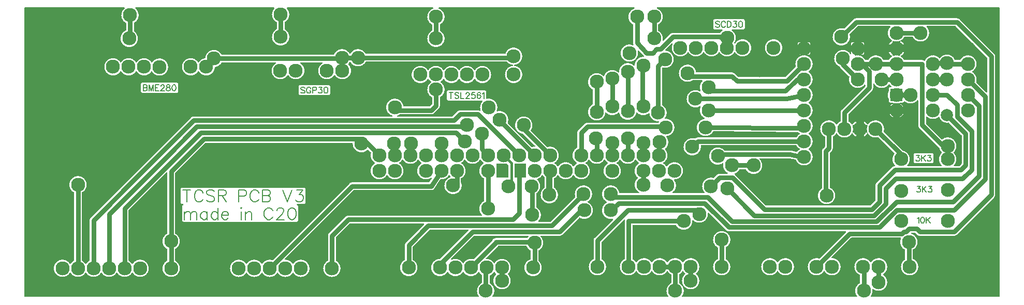
<source format=gtl>
G04 Layer: TopLayer*
G04 EasyEDA v6.4.7, 2020-10-28T14:34:13+00:00*
G04 34375fc6649c45b8b31e222808ae9df9,aef87372a4e84f75ab74ab0294ea0b66,10*
G04 Gerber Generator version 0.2*
G04 Scale: 100 percent, Rotated: No, Reflected: No *
G04 Dimensions in millimeters *
G04 leading zeros omitted , absolute positions ,3 integer and 3 decimal *
%FSLAX33Y33*%
%MOMM*%
G90*
D02*

%ADD11C,0.750011*%
%ADD12C,0.999998*%
%ADD13C,0.399999*%
%ADD14C,0.203200*%
%ADD15C,2.300021*%
%ADD16C,1.999996*%
%ADD17C,1.500022*%
%ADD19C,1.574800*%
%ADD20C,1.575003*%
%ADD21C,2.299995*%
%ADD22C,1.879600*%

%LPD*%
G36*
G01X147814Y29873D02*
G01X147799Y29875D01*
G01X147784Y29874D01*
G01X147770Y29870D01*
G01X147756Y29865D01*
G01X147744Y29858D01*
G01X147732Y29850D01*
G01X147722Y29839D01*
G01X147713Y29828D01*
G01X147706Y29815D01*
G01X147701Y29802D01*
G01X147698Y29787D01*
G01X147697Y29773D01*
G01X147697Y28751D01*
G01X147698Y28735D01*
G01X147702Y28720D01*
G01X147708Y28705D01*
G01X147716Y28691D01*
G01X147727Y28679D01*
G01X150265Y26142D01*
G01X150277Y26131D01*
G01X150290Y26123D01*
G01X150305Y26117D01*
G01X150320Y26113D01*
G01X150336Y26112D01*
G01X150353Y26113D01*
G01X150369Y26117D01*
G01X150384Y26124D01*
G01X150398Y26133D01*
G01X150442Y26165D01*
G01X150487Y26196D01*
G01X150533Y26225D01*
G01X150580Y26252D01*
G01X150628Y26277D01*
G01X150677Y26300D01*
G01X150727Y26322D01*
G01X150778Y26341D01*
G01X150829Y26359D01*
G01X150881Y26374D01*
G01X150934Y26388D01*
G01X150987Y26399D01*
G01X151040Y26408D01*
G01X151094Y26416D01*
G01X151148Y26421D01*
G01X151202Y26424D01*
G01X151257Y26425D01*
G01X151310Y26424D01*
G01X151364Y26421D01*
G01X151418Y26416D01*
G01X151471Y26409D01*
G01X151524Y26399D01*
G01X151577Y26388D01*
G01X151629Y26375D01*
G01X151681Y26359D01*
G01X151732Y26342D01*
G01X151782Y26323D01*
G01X151832Y26302D01*
G01X151881Y26279D01*
G01X151928Y26254D01*
G01X151975Y26228D01*
G01X152021Y26199D01*
G01X152066Y26169D01*
G01X152109Y26137D01*
G01X152151Y26104D01*
G01X152192Y26069D01*
G01X152232Y26032D01*
G01X152270Y25994D01*
G01X152307Y25954D01*
G01X152342Y25913D01*
G01X152375Y25871D01*
G01X152407Y25828D01*
G01X152437Y25783D01*
G01X152466Y25737D01*
G01X152492Y25690D01*
G01X152517Y25643D01*
G01X152540Y25594D01*
G01X152561Y25544D01*
G01X152580Y25494D01*
G01X152597Y25443D01*
G01X152613Y25391D01*
G01X152626Y25339D01*
G01X152637Y25286D01*
G01X152647Y25233D01*
G01X152654Y25180D01*
G01X152659Y25126D01*
G01X152662Y25072D01*
G01X152663Y25019D01*
G01X152662Y24962D01*
G01X152659Y24906D01*
G01X152653Y24851D01*
G01X152645Y24795D01*
G01X152635Y24740D01*
G01X152623Y24685D01*
G01X152609Y24631D01*
G01X152592Y24577D01*
G01X152573Y24524D01*
G01X152553Y24472D01*
G01X152530Y24421D01*
G01X152505Y24371D01*
G01X152478Y24321D01*
G01X152449Y24273D01*
G01X152419Y24226D01*
G01X152386Y24181D01*
G01X152352Y24136D01*
G01X152316Y24093D01*
G01X152278Y24052D01*
G01X152239Y24012D01*
G01X152228Y24000D01*
G01X152219Y23986D01*
G01X152213Y23971D01*
G01X152209Y23955D01*
G01X152208Y23939D01*
G01X152209Y23923D01*
G01X152213Y23907D01*
G01X152219Y23892D01*
G01X152228Y23878D01*
G01X152239Y23866D01*
G01X152278Y23826D01*
G01X152316Y23785D01*
G01X152352Y23742D01*
G01X152386Y23697D01*
G01X152419Y23652D01*
G01X152449Y23605D01*
G01X152478Y23557D01*
G01X152505Y23507D01*
G01X152530Y23457D01*
G01X152553Y23406D01*
G01X152573Y23354D01*
G01X152592Y23301D01*
G01X152609Y23247D01*
G01X152623Y23193D01*
G01X152635Y23138D01*
G01X152645Y23083D01*
G01X152653Y23027D01*
G01X152659Y22972D01*
G01X152662Y22916D01*
G01X152663Y22860D01*
G01X152662Y22806D01*
G01X152659Y22752D01*
G01X152654Y22698D01*
G01X152647Y22645D01*
G01X152637Y22592D01*
G01X152626Y22539D01*
G01X152613Y22487D01*
G01X152598Y22436D01*
G01X152580Y22385D01*
G01X152561Y22334D01*
G01X152540Y22285D01*
G01X152517Y22236D01*
G01X152493Y22188D01*
G01X152466Y22141D01*
G01X152438Y22096D01*
G01X152408Y22051D01*
G01X152376Y22008D01*
G01X152342Y21965D01*
G01X152307Y21925D01*
G01X152271Y21885D01*
G01X152261Y21873D01*
G01X152253Y21860D01*
G01X152247Y21845D01*
G01X152244Y21830D01*
G01X152242Y21815D01*
G01X152243Y21800D01*
G01X152247Y21786D01*
G01X152252Y21772D01*
G01X152259Y21760D01*
G01X152267Y21748D01*
G01X152278Y21738D01*
G01X152289Y21729D01*
G01X152302Y21722D01*
G01X152315Y21717D01*
G01X152330Y21714D01*
G01X152344Y21713D01*
G01X153112Y21713D01*
G01X153128Y21714D01*
G01X153143Y21718D01*
G01X153158Y21724D01*
G01X153172Y21732D01*
G01X153184Y21743D01*
G01X153516Y22075D01*
G01X153527Y22087D01*
G01X153535Y22101D01*
G01X153541Y22116D01*
G01X153545Y22131D01*
G01X153546Y22147D01*
G01X153546Y26747D01*
G01X153545Y26763D01*
G01X153541Y26778D01*
G01X153535Y26793D01*
G01X153527Y26807D01*
G01X153516Y26819D01*
G01X151491Y28844D01*
G01X151479Y28854D01*
G01X151466Y28862D01*
G01X151451Y28868D01*
G01X151435Y28872D01*
G01X151419Y28873D01*
G01X151398Y28871D01*
G01X151345Y28861D01*
G01X151291Y28852D01*
G01X151238Y28847D01*
G01X151184Y28843D01*
G01X151130Y28842D01*
G01X151077Y28843D01*
G01X151025Y28846D01*
G01X150974Y28852D01*
G01X150922Y28859D01*
G01X150871Y28869D01*
G01X150820Y28881D01*
G01X150770Y28895D01*
G01X150720Y28910D01*
G01X150671Y28928D01*
G01X150623Y28948D01*
G01X150576Y28970D01*
G01X150530Y28994D01*
G01X150484Y29020D01*
G01X150440Y29048D01*
G01X150397Y29077D01*
G01X150356Y29109D01*
G01X150315Y29142D01*
G01X150276Y29176D01*
G01X150239Y29212D01*
G01X150203Y29250D01*
G01X150168Y29289D01*
G01X150136Y29330D01*
G01X150105Y29372D01*
G01X150075Y29415D01*
G01X150048Y29459D01*
G01X150022Y29504D01*
G01X149999Y29551D01*
G01X149977Y29598D01*
G01X149957Y29646D01*
G01X149939Y29695D01*
G01X149924Y29745D01*
G01X149919Y29759D01*
G01X149912Y29771D01*
G01X149903Y29783D01*
G01X149893Y29793D01*
G01X149881Y29802D01*
G01X149868Y29809D01*
G01X149855Y29814D01*
G01X149841Y29817D01*
G01X149826Y29818D01*
G01X149812Y29817D01*
G01X149798Y29814D01*
G01X149784Y29809D01*
G01X149772Y29802D01*
G01X149760Y29794D01*
G01X149717Y29758D01*
G01X149673Y29725D01*
G01X149628Y29693D01*
G01X149581Y29663D01*
G01X149533Y29635D01*
G01X149484Y29608D01*
G01X149435Y29584D01*
G01X149384Y29562D01*
G01X149332Y29542D01*
G01X149280Y29523D01*
G01X149227Y29507D01*
G01X149173Y29493D01*
G01X149119Y29481D01*
G01X149064Y29471D01*
G01X149009Y29464D01*
G01X148954Y29458D01*
G01X148899Y29455D01*
G01X148844Y29454D01*
G01X148790Y29455D01*
G01X148736Y29458D01*
G01X148682Y29463D01*
G01X148629Y29470D01*
G01X148576Y29480D01*
G01X148523Y29491D01*
G01X148471Y29504D01*
G01X148420Y29519D01*
G01X148369Y29537D01*
G01X148318Y29556D01*
G01X148269Y29577D01*
G01X148220Y29600D01*
G01X148172Y29624D01*
G01X148125Y29651D01*
G01X148080Y29679D01*
G01X148035Y29709D01*
G01X147992Y29741D01*
G01X147949Y29775D01*
G01X147909Y29810D01*
G01X147869Y29846D01*
G01X147857Y29856D01*
G01X147844Y29864D01*
G01X147829Y29870D01*
G01X147814Y29873D01*
G37*

%LPD*%
G36*
G01X82605Y10290D02*
G01X73836Y10290D01*
G01X73820Y10289D01*
G01X73805Y10285D01*
G01X73790Y10279D01*
G01X73776Y10271D01*
G01X73764Y10260D01*
G01X70016Y6512D01*
G01X70006Y6500D01*
G01X69997Y6486D01*
G01X69991Y6472D01*
G01X69988Y6456D01*
G01X69986Y6440D01*
G01X69987Y6426D01*
G01X69990Y6412D01*
G01X69996Y6398D01*
G01X70002Y6385D01*
G01X70011Y6374D01*
G01X70021Y6363D01*
G01X70033Y6355D01*
G01X70046Y6348D01*
G01X70059Y6343D01*
G01X70074Y6340D01*
G01X70088Y6339D01*
G01X70103Y6340D01*
G01X70118Y6343D01*
G01X70132Y6348D01*
G01X70184Y6372D01*
G01X70237Y6393D01*
G01X70290Y6413D01*
G01X70345Y6430D01*
G01X70400Y6445D01*
G01X70455Y6457D01*
G01X70511Y6468D01*
G01X70568Y6476D01*
G01X70625Y6481D01*
G01X70681Y6485D01*
G01X70739Y6486D01*
G01X70793Y6485D01*
G01X70847Y6482D01*
G01X70901Y6477D01*
G01X70954Y6469D01*
G01X71008Y6460D01*
G01X71061Y6449D01*
G01X71113Y6435D01*
G01X71165Y6420D01*
G01X71216Y6402D01*
G01X71267Y6383D01*
G01X71317Y6362D01*
G01X71366Y6339D01*
G01X71414Y6313D01*
G01X71461Y6287D01*
G01X71506Y6258D01*
G01X71551Y6227D01*
G01X71595Y6195D01*
G01X71637Y6162D01*
G01X71678Y6126D01*
G01X71718Y6089D01*
G01X71756Y6051D01*
G01X71793Y6011D01*
G01X71828Y5970D01*
G01X71861Y5927D01*
G01X71893Y5883D01*
G01X71923Y5838D01*
G01X71932Y5826D01*
G01X71942Y5816D01*
G01X71953Y5807D01*
G01X71966Y5801D01*
G01X71980Y5795D01*
G01X71994Y5792D01*
G01X72009Y5791D01*
G01X72023Y5792D01*
G01X72037Y5795D01*
G01X72051Y5801D01*
G01X72064Y5807D01*
G01X72075Y5816D01*
G01X72085Y5826D01*
G01X72094Y5838D01*
G01X72124Y5883D01*
G01X72156Y5927D01*
G01X72189Y5970D01*
G01X72224Y6011D01*
G01X72261Y6051D01*
G01X72299Y6089D01*
G01X72339Y6126D01*
G01X72380Y6162D01*
G01X72422Y6195D01*
G01X72466Y6227D01*
G01X72511Y6258D01*
G01X72556Y6287D01*
G01X72603Y6313D01*
G01X72651Y6339D01*
G01X72700Y6362D01*
G01X72750Y6383D01*
G01X72801Y6402D01*
G01X72852Y6420D01*
G01X72904Y6435D01*
G01X72956Y6449D01*
G01X73009Y6460D01*
G01X73063Y6469D01*
G01X73116Y6477D01*
G01X73170Y6482D01*
G01X73224Y6485D01*
G01X73279Y6486D01*
G01X73334Y6485D01*
G01X73390Y6482D01*
G01X73446Y6476D01*
G01X73501Y6468D01*
G01X73556Y6458D01*
G01X73610Y6446D01*
G01X73664Y6432D01*
G01X73692Y6428D01*
G01X73708Y6430D01*
G01X73723Y6433D01*
G01X73738Y6439D01*
G01X73752Y6448D01*
G01X73764Y6458D01*
G01X76711Y9405D01*
G01X76722Y9418D01*
G01X76730Y9432D01*
G01X76736Y9448D01*
G01X76748Y9483D01*
G01X76761Y9518D01*
G01X76777Y9551D01*
G01X76794Y9584D01*
G01X76813Y9615D01*
G01X76834Y9646D01*
G01X76857Y9675D01*
G01X76882Y9702D01*
G01X76908Y9728D01*
G01X76935Y9753D01*
G01X76964Y9776D01*
G01X76994Y9797D01*
G01X77025Y9817D01*
G01X77058Y9834D01*
G01X77091Y9850D01*
G01X77126Y9864D01*
G01X77161Y9875D01*
G01X77196Y9885D01*
G01X77232Y9892D01*
G01X77269Y9898D01*
G01X77306Y9901D01*
G01X77343Y9902D01*
G01X82454Y9902D01*
G01X82470Y9903D01*
G01X82486Y9907D01*
G01X82501Y9914D01*
G01X82515Y9922D01*
G01X82527Y9933D01*
G01X82537Y9946D01*
G01X82570Y9991D01*
G01X82604Y10035D01*
G01X82640Y10077D01*
G01X82678Y10118D01*
G01X82688Y10130D01*
G01X82696Y10143D01*
G01X82702Y10158D01*
G01X82705Y10173D01*
G01X82707Y10188D01*
G01X82706Y10203D01*
G01X82702Y10217D01*
G01X82697Y10231D01*
G01X82690Y10243D01*
G01X82682Y10255D01*
G01X82671Y10265D01*
G01X82660Y10274D01*
G01X82647Y10281D01*
G01X82634Y10286D01*
G01X82619Y10289D01*
G01X82605Y10290D01*
G37*

%LPD*%
G36*
G01X92597Y22782D02*
G01X92583Y22783D01*
G01X92568Y22782D01*
G01X92554Y22779D01*
G01X92540Y22773D01*
G01X92527Y22767D01*
G01X92516Y22758D01*
G01X92506Y22748D01*
G01X92497Y22736D01*
G01X92466Y22690D01*
G01X92434Y22645D01*
G01X92400Y22602D01*
G01X92364Y22560D01*
G01X92326Y22520D01*
G01X92287Y22481D01*
G01X92247Y22443D01*
G01X92205Y22407D01*
G01X92162Y22373D01*
G01X92117Y22341D01*
G01X92071Y22310D01*
G01X92059Y22301D01*
G01X92049Y22291D01*
G01X92040Y22280D01*
G01X92034Y22267D01*
G01X92028Y22253D01*
G01X92025Y22239D01*
G01X92024Y22225D01*
G01X92025Y22210D01*
G01X92028Y22196D01*
G01X92034Y22182D01*
G01X92040Y22169D01*
G01X92049Y22158D01*
G01X92059Y22148D01*
G01X92071Y22139D01*
G01X92117Y22108D01*
G01X92162Y22076D01*
G01X92205Y22042D01*
G01X92247Y22006D01*
G01X92288Y21968D01*
G01X92327Y21929D01*
G01X92364Y21889D01*
G01X92400Y21846D01*
G01X92434Y21803D01*
G01X92467Y21758D01*
G01X92497Y21712D01*
G01X92526Y21665D01*
G01X92553Y21617D01*
G01X92578Y21568D01*
G01X92601Y21518D01*
G01X92622Y21467D01*
G01X92642Y21415D01*
G01X92659Y21362D01*
G01X92674Y21309D01*
G01X92677Y21298D01*
G01X92679Y21286D01*
G01X92691Y21232D01*
G01X92701Y21177D01*
G01X92709Y21122D01*
G01X92715Y21066D01*
G01X92718Y21010D01*
G01X92719Y20955D01*
G01X92718Y20899D01*
G01X92715Y20843D01*
G01X92709Y20787D01*
G01X92701Y20732D01*
G01X92691Y20677D01*
G01X92679Y20623D01*
G01X92677Y20611D01*
G01X92674Y20600D01*
G01X92659Y20547D01*
G01X92642Y20496D01*
G01X92623Y20445D01*
G01X92603Y20394D01*
G01X92580Y20345D01*
G01X92555Y20296D01*
G01X92529Y20249D01*
G01X92501Y20202D01*
G01X92471Y20157D01*
G01X92439Y20112D01*
G01X92406Y20069D01*
G01X92371Y20028D01*
G01X92334Y19987D01*
G01X92296Y19949D01*
G01X92256Y19911D01*
G01X92215Y19876D01*
G01X92173Y19842D01*
G01X92129Y19809D01*
G01X92084Y19778D01*
G01X92038Y19749D01*
G01X91991Y19722D01*
G01X91943Y19697D01*
G01X91893Y19674D01*
G01X91843Y19652D01*
G01X91793Y19632D01*
G01X91741Y19615D01*
G01X91689Y19599D01*
G01X91636Y19586D01*
G01X91583Y19574D01*
G01X91529Y19565D01*
G01X91475Y19557D01*
G01X91421Y19552D01*
G01X91367Y19549D01*
G01X91313Y19548D01*
G01X91258Y19549D01*
G01X91204Y19552D01*
G01X91150Y19557D01*
G01X91097Y19565D01*
G01X91043Y19574D01*
G01X90990Y19585D01*
G01X90938Y19599D01*
G01X90886Y19614D01*
G01X90835Y19632D01*
G01X90784Y19651D01*
G01X90734Y19672D01*
G01X90685Y19695D01*
G01X90637Y19721D01*
G01X90590Y19747D01*
G01X90545Y19776D01*
G01X90500Y19807D01*
G01X90456Y19839D01*
G01X90414Y19872D01*
G01X90373Y19908D01*
G01X90333Y19945D01*
G01X90295Y19983D01*
G01X90258Y20023D01*
G01X90223Y20064D01*
G01X90190Y20107D01*
G01X90158Y20151D01*
G01X90128Y20196D01*
G01X90119Y20208D01*
G01X90109Y20218D01*
G01X90098Y20227D01*
G01X90085Y20233D01*
G01X90071Y20239D01*
G01X90057Y20242D01*
G01X90043Y20243D01*
G01X90028Y20242D01*
G01X90014Y20239D01*
G01X90000Y20233D01*
G01X89987Y20227D01*
G01X89976Y20218D01*
G01X89966Y20208D01*
G01X89957Y20196D01*
G01X89927Y20151D01*
G01X89895Y20107D01*
G01X89862Y20064D01*
G01X89827Y20023D01*
G01X89790Y19983D01*
G01X89752Y19945D01*
G01X89712Y19908D01*
G01X89671Y19872D01*
G01X89629Y19839D01*
G01X89585Y19807D01*
G01X89540Y19776D01*
G01X89495Y19747D01*
G01X89448Y19721D01*
G01X89400Y19695D01*
G01X89351Y19672D01*
G01X89301Y19651D01*
G01X89250Y19632D01*
G01X89199Y19614D01*
G01X89147Y19599D01*
G01X89095Y19585D01*
G01X89042Y19574D01*
G01X88988Y19565D01*
G01X88935Y19557D01*
G01X88881Y19552D01*
G01X88827Y19549D01*
G01X88773Y19548D01*
G01X88718Y19549D01*
G01X88664Y19552D01*
G01X88610Y19557D01*
G01X88557Y19565D01*
G01X88503Y19574D01*
G01X88450Y19585D01*
G01X88398Y19599D01*
G01X88346Y19614D01*
G01X88295Y19632D01*
G01X88244Y19651D01*
G01X88194Y19672D01*
G01X88145Y19695D01*
G01X88097Y19721D01*
G01X88050Y19747D01*
G01X88005Y19776D01*
G01X87960Y19807D01*
G01X87916Y19839D01*
G01X87874Y19872D01*
G01X87833Y19908D01*
G01X87793Y19945D01*
G01X87755Y19983D01*
G01X87718Y20023D01*
G01X87683Y20064D01*
G01X87650Y20107D01*
G01X87618Y20151D01*
G01X87588Y20196D01*
G01X87579Y20208D01*
G01X87569Y20218D01*
G01X87558Y20227D01*
G01X87545Y20233D01*
G01X87531Y20239D01*
G01X87517Y20242D01*
G01X87503Y20243D01*
G01X87488Y20242D01*
G01X87474Y20239D01*
G01X87460Y20233D01*
G01X87447Y20227D01*
G01X87436Y20218D01*
G01X87426Y20208D01*
G01X87417Y20196D01*
G01X87387Y20151D01*
G01X87356Y20108D01*
G01X87323Y20066D01*
G01X87288Y20025D01*
G01X87252Y19985D01*
G01X87214Y19947D01*
G01X87175Y19911D01*
G01X87135Y19876D01*
G01X87093Y19842D01*
G01X87050Y19810D01*
G01X87006Y19780D01*
G01X86961Y19751D01*
G01X86914Y19724D01*
G01X86901Y19716D01*
G01X86890Y19705D01*
G01X86880Y19693D01*
G01X86872Y19680D01*
G01X86867Y19666D01*
G01X86863Y19651D01*
G01X86862Y19635D01*
G01X86862Y18258D01*
G01X86863Y18241D01*
G01X86867Y18226D01*
G01X86874Y18211D01*
G01X86882Y18197D01*
G01X86893Y18185D01*
G01X86906Y18174D01*
G01X86950Y18142D01*
G01X86993Y18109D01*
G01X87034Y18074D01*
G01X87074Y18037D01*
G01X87113Y17999D01*
G01X87150Y17959D01*
G01X87186Y17918D01*
G01X87220Y17876D01*
G01X87252Y17832D01*
G01X87283Y17788D01*
G01X87311Y17741D01*
G01X87338Y17694D01*
G01X87364Y17646D01*
G01X87387Y17597D01*
G01X87408Y17547D01*
G01X87428Y17497D01*
G01X87445Y17445D01*
G01X87461Y17393D01*
G01X87474Y17341D01*
G01X87486Y17287D01*
G01X87495Y17234D01*
G01X87503Y17180D01*
G01X87508Y17126D01*
G01X87511Y17072D01*
G01X87512Y17018D01*
G01X87511Y16964D01*
G01X87508Y16910D01*
G01X87503Y16856D01*
G01X87496Y16803D01*
G01X87486Y16750D01*
G01X87475Y16697D01*
G01X87462Y16645D01*
G01X87446Y16593D01*
G01X87429Y16542D01*
G01X87410Y16492D01*
G01X87389Y16442D01*
G01X87366Y16393D01*
G01X87341Y16346D01*
G01X87315Y16299D01*
G01X87286Y16253D01*
G01X87256Y16208D01*
G01X87224Y16165D01*
G01X87191Y16123D01*
G01X87156Y16082D01*
G01X87119Y16042D01*
G01X87081Y16004D01*
G01X87041Y15967D01*
G01X87000Y15932D01*
G01X86958Y15899D01*
G01X86915Y15867D01*
G01X86870Y15837D01*
G01X86824Y15808D01*
G01X86777Y15782D01*
G01X86730Y15757D01*
G01X86681Y15734D01*
G01X86631Y15713D01*
G01X86581Y15694D01*
G01X86530Y15677D01*
G01X86478Y15661D01*
G01X86426Y15648D01*
G01X86373Y15637D01*
G01X86320Y15627D01*
G01X86267Y15620D01*
G01X86213Y15615D01*
G01X86159Y15612D01*
G01X86106Y15611D01*
G01X86052Y15612D01*
G01X85998Y15615D01*
G01X85944Y15620D01*
G01X85891Y15627D01*
G01X85838Y15637D01*
G01X85785Y15648D01*
G01X85733Y15661D01*
G01X85681Y15677D01*
G01X85630Y15694D01*
G01X85580Y15713D01*
G01X85530Y15734D01*
G01X85481Y15757D01*
G01X85434Y15782D01*
G01X85387Y15808D01*
G01X85341Y15837D01*
G01X85296Y15867D01*
G01X85253Y15899D01*
G01X85211Y15932D01*
G01X85170Y15967D01*
G01X85130Y16004D01*
G01X85092Y16042D01*
G01X85055Y16082D01*
G01X85020Y16123D01*
G01X84987Y16165D01*
G01X84955Y16208D01*
G01X84925Y16253D01*
G01X84896Y16299D01*
G01X84870Y16346D01*
G01X84845Y16393D01*
G01X84822Y16442D01*
G01X84801Y16492D01*
G01X84782Y16542D01*
G01X84765Y16593D01*
G01X84749Y16645D01*
G01X84736Y16697D01*
G01X84725Y16750D01*
G01X84715Y16803D01*
G01X84708Y16856D01*
G01X84703Y16910D01*
G01X84700Y16964D01*
G01X84699Y17018D01*
G01X84700Y17072D01*
G01X84703Y17126D01*
G01X84708Y17180D01*
G01X84716Y17234D01*
G01X84725Y17287D01*
G01X84737Y17341D01*
G01X84750Y17393D01*
G01X84766Y17445D01*
G01X84783Y17497D01*
G01X84803Y17547D01*
G01X84824Y17597D01*
G01X84847Y17646D01*
G01X84873Y17694D01*
G01X84900Y17741D01*
G01X84928Y17788D01*
G01X84959Y17832D01*
G01X84991Y17876D01*
G01X85025Y17918D01*
G01X85061Y17959D01*
G01X85098Y17999D01*
G01X85137Y18037D01*
G01X85177Y18074D01*
G01X85218Y18109D01*
G01X85261Y18142D01*
G01X85305Y18174D01*
G01X85318Y18185D01*
G01X85329Y18197D01*
G01X85337Y18211D01*
G01X85344Y18226D01*
G01X85348Y18241D01*
G01X85349Y18258D01*
G01X85349Y19813D01*
G01X85348Y19827D01*
G01X85345Y19841D01*
G01X85340Y19855D01*
G01X85333Y19868D01*
G01X85324Y19879D01*
G01X85314Y19890D01*
G01X85271Y19928D01*
G01X85229Y19969D01*
G01X85189Y20011D01*
G01X85151Y20055D01*
G01X85115Y20101D01*
G01X85080Y20148D01*
G01X85048Y20196D01*
G01X85039Y20208D01*
G01X85029Y20218D01*
G01X85018Y20227D01*
G01X85005Y20233D01*
G01X84991Y20239D01*
G01X84977Y20242D01*
G01X84963Y20243D01*
G01X84948Y20242D01*
G01X84934Y20239D01*
G01X84920Y20233D01*
G01X84907Y20227D01*
G01X84896Y20218D01*
G01X84886Y20208D01*
G01X84877Y20196D01*
G01X84847Y20150D01*
G01X84814Y20106D01*
G01X84781Y20063D01*
G01X84745Y20022D01*
G01X84708Y19981D01*
G01X84670Y19943D01*
G01X84630Y19906D01*
G01X84588Y19870D01*
G01X84545Y19836D01*
G01X84501Y19804D01*
G01X84456Y19773D01*
G01X84409Y19744D01*
G01X84362Y19717D01*
G01X84313Y19692D01*
G01X84264Y19669D01*
G01X84213Y19648D01*
G01X84162Y19629D01*
G01X84148Y19622D01*
G01X84135Y19614D01*
G01X84123Y19604D01*
G01X84113Y19592D01*
G01X84105Y19578D01*
G01X84099Y19564D01*
G01X84096Y19549D01*
G01X84095Y19533D01*
G01X84096Y19516D01*
G01X84100Y19500D01*
G01X84107Y19484D01*
G01X84116Y19470D01*
G01X84128Y19458D01*
G01X84169Y19419D01*
G01X84208Y19379D01*
G01X84246Y19338D01*
G01X84281Y19295D01*
G01X84316Y19251D01*
G01X84348Y19205D01*
G01X84378Y19158D01*
G01X84407Y19110D01*
G01X84434Y19061D01*
G01X84458Y19011D01*
G01X84481Y18959D01*
G01X84502Y18907D01*
G01X84520Y18855D01*
G01X84537Y18801D01*
G01X84551Y18747D01*
G01X84563Y18692D01*
G01X84573Y18637D01*
G01X84581Y18582D01*
G01X84587Y18526D01*
G01X84590Y18470D01*
G01X84591Y18415D01*
G01X84590Y18360D01*
G01X84587Y18306D01*
G01X84582Y18252D01*
G01X84574Y18198D01*
G01X84565Y18145D01*
G01X84554Y18092D01*
G01X84540Y18039D01*
G01X84525Y17988D01*
G01X84507Y17936D01*
G01X84488Y17886D01*
G01X84466Y17836D01*
G01X84443Y17787D01*
G01X84418Y17739D01*
G01X84391Y17692D01*
G01X84362Y17646D01*
G01X84332Y17601D01*
G01X84300Y17557D01*
G01X84266Y17515D01*
G01X84230Y17474D01*
G01X84193Y17434D01*
G01X84155Y17396D01*
G01X84115Y17359D01*
G01X84073Y17324D01*
G01X84031Y17291D01*
G01X83987Y17259D01*
G01X83974Y17249D01*
G01X83963Y17237D01*
G01X83955Y17223D01*
G01X83948Y17208D01*
G01X83944Y17192D01*
G01X83943Y17176D01*
G01X83943Y15033D01*
G01X83944Y15018D01*
G01X83948Y15003D01*
G01X83953Y14989D01*
G01X83961Y14975D01*
G01X83971Y14964D01*
G01X83982Y14953D01*
G01X83995Y14945D01*
G01X84043Y14917D01*
G01X84090Y14887D01*
G01X84135Y14856D01*
G01X84180Y14822D01*
G01X84222Y14787D01*
G01X84264Y14750D01*
G01X84304Y14712D01*
G01X84342Y14672D01*
G01X84379Y14631D01*
G01X84415Y14588D01*
G01X84448Y14544D01*
G01X84480Y14499D01*
G01X84510Y14452D01*
G01X84538Y14404D01*
G01X84564Y14356D01*
G01X84588Y14306D01*
G01X84610Y14255D01*
G01X84631Y14204D01*
G01X84649Y14151D01*
G01X84665Y14098D01*
G01X84679Y14045D01*
G01X84691Y13991D01*
G01X84701Y13936D01*
G01X84708Y13881D01*
G01X84714Y13826D01*
G01X84717Y13771D01*
G01X84718Y13716D01*
G01X84717Y13662D01*
G01X84714Y13608D01*
G01X84709Y13554D01*
G01X84702Y13501D01*
G01X84692Y13448D01*
G01X84681Y13395D01*
G01X84668Y13343D01*
G01X84653Y13292D01*
G01X84635Y13241D01*
G01X84616Y13190D01*
G01X84595Y13141D01*
G01X84572Y13092D01*
G01X84548Y13044D01*
G01X84521Y12997D01*
G01X84493Y12952D01*
G01X84463Y12907D01*
G01X84431Y12864D01*
G01X84397Y12821D01*
G01X84362Y12781D01*
G01X84326Y12741D01*
G01X84316Y12729D01*
G01X84308Y12716D01*
G01X84302Y12701D01*
G01X84299Y12686D01*
G01X84297Y12671D01*
G01X84298Y12656D01*
G01X84302Y12642D01*
G01X84307Y12628D01*
G01X84314Y12616D01*
G01X84322Y12604D01*
G01X84333Y12594D01*
G01X84344Y12585D01*
G01X84357Y12578D01*
G01X84370Y12573D01*
G01X84385Y12570D01*
G01X84399Y12569D01*
G01X86183Y12569D01*
G01X86199Y12570D01*
G01X86214Y12574D01*
G01X86229Y12580D01*
G01X86243Y12588D01*
G01X86255Y12599D01*
G01X90315Y16659D01*
G01X90325Y16671D01*
G01X90334Y16685D01*
G01X90340Y16700D01*
G01X90343Y16715D01*
G01X90345Y16731D01*
G01X90341Y16759D01*
G01X90327Y16813D01*
G01X90315Y16867D01*
G01X90305Y16922D01*
G01X90297Y16977D01*
G01X90291Y17033D01*
G01X90288Y17089D01*
G01X90287Y17145D01*
G01X90288Y17198D01*
G01X90291Y17252D01*
G01X90296Y17306D01*
G01X90303Y17359D01*
G01X90313Y17412D01*
G01X90324Y17465D01*
G01X90337Y17517D01*
G01X90353Y17569D01*
G01X90370Y17620D01*
G01X90389Y17670D01*
G01X90410Y17720D01*
G01X90433Y17769D01*
G01X90458Y17816D01*
G01X90484Y17863D01*
G01X90513Y17909D01*
G01X90543Y17954D01*
G01X90575Y17997D01*
G01X90608Y18039D01*
G01X90643Y18080D01*
G01X90680Y18120D01*
G01X90718Y18158D01*
G01X90758Y18195D01*
G01X90799Y18230D01*
G01X90841Y18263D01*
G01X90884Y18295D01*
G01X90929Y18325D01*
G01X90975Y18354D01*
G01X91022Y18380D01*
G01X91069Y18405D01*
G01X91118Y18428D01*
G01X91168Y18449D01*
G01X91218Y18468D01*
G01X91269Y18485D01*
G01X91321Y18501D01*
G01X91373Y18514D01*
G01X91426Y18525D01*
G01X91479Y18535D01*
G01X91532Y18542D01*
G01X91586Y18547D01*
G01X91640Y18550D01*
G01X91694Y18551D01*
G01X91747Y18550D01*
G01X91801Y18547D01*
G01X91855Y18542D01*
G01X91908Y18535D01*
G01X91961Y18525D01*
G01X92014Y18514D01*
G01X92066Y18501D01*
G01X92118Y18485D01*
G01X92169Y18468D01*
G01X92219Y18449D01*
G01X92269Y18428D01*
G01X92318Y18405D01*
G01X92365Y18380D01*
G01X92412Y18354D01*
G01X92458Y18325D01*
G01X92503Y18295D01*
G01X92546Y18263D01*
G01X92588Y18230D01*
G01X92629Y18195D01*
G01X92669Y18158D01*
G01X92707Y18120D01*
G01X92744Y18080D01*
G01X92779Y18039D01*
G01X92812Y17997D01*
G01X92844Y17954D01*
G01X92874Y17909D01*
G01X92903Y17863D01*
G01X92929Y17816D01*
G01X92954Y17769D01*
G01X92977Y17720D01*
G01X92998Y17670D01*
G01X93017Y17620D01*
G01X93034Y17569D01*
G01X93050Y17517D01*
G01X93063Y17465D01*
G01X93074Y17412D01*
G01X93084Y17359D01*
G01X93091Y17306D01*
G01X93096Y17252D01*
G01X93099Y17198D01*
G01X93100Y17145D01*
G01X93099Y17090D01*
G01X93096Y17036D01*
G01X93091Y16982D01*
G01X93083Y16929D01*
G01X93074Y16875D01*
G01X93063Y16823D01*
G01X93049Y16770D01*
G01X93034Y16718D01*
G01X93016Y16667D01*
G01X92997Y16616D01*
G01X92976Y16567D01*
G01X92953Y16518D01*
G01X92928Y16470D01*
G01X92901Y16423D01*
G01X92872Y16377D01*
G01X92842Y16332D01*
G01X92809Y16288D01*
G01X92776Y16246D01*
G01X92740Y16205D01*
G01X92703Y16165D01*
G01X92665Y16127D01*
G01X92625Y16091D01*
G01X92584Y16056D01*
G01X92541Y16022D01*
G01X92497Y15990D01*
G01X92452Y15960D01*
G01X92406Y15932D01*
G01X92394Y15923D01*
G01X92383Y15913D01*
G01X92374Y15901D01*
G01X92366Y15888D01*
G01X92361Y15874D01*
G01X92357Y15859D01*
G01X92356Y15844D01*
G01X92357Y15830D01*
G01X92360Y15816D01*
G01X92365Y15802D01*
G01X92372Y15790D01*
G01X92381Y15778D01*
G01X92391Y15768D01*
G01X92402Y15759D01*
G01X92415Y15752D01*
G01X92464Y15728D01*
G01X92513Y15702D01*
G01X92560Y15674D01*
G01X92606Y15644D01*
G01X92651Y15612D01*
G01X92695Y15579D01*
G01X92737Y15544D01*
G01X92778Y15507D01*
G01X92818Y15469D01*
G01X92856Y15429D01*
G01X92893Y15388D01*
G01X92927Y15345D01*
G01X92960Y15302D01*
G01X92992Y15256D01*
G01X93021Y15210D01*
G01X93049Y15162D01*
G01X93075Y15114D01*
G01X93099Y15064D01*
G01X93121Y15014D01*
G01X93141Y14963D01*
G01X93159Y14911D01*
G01X93175Y14858D01*
G01X93188Y14805D01*
G01X93200Y14751D01*
G01X93210Y14697D01*
G01X93217Y14642D01*
G01X93223Y14587D01*
G01X93226Y14533D01*
G01X93227Y14478D01*
G01X93226Y14424D01*
G01X93223Y14370D01*
G01X93218Y14316D01*
G01X93211Y14263D01*
G01X93201Y14210D01*
G01X93190Y14157D01*
G01X93177Y14105D01*
G01X93161Y14053D01*
G01X93144Y14002D01*
G01X93125Y13952D01*
G01X93104Y13902D01*
G01X93081Y13853D01*
G01X93056Y13806D01*
G01X93030Y13759D01*
G01X93001Y13713D01*
G01X92971Y13668D01*
G01X92939Y13625D01*
G01X92906Y13583D01*
G01X92871Y13542D01*
G01X92834Y13502D01*
G01X92796Y13464D01*
G01X92756Y13427D01*
G01X92715Y13392D01*
G01X92673Y13359D01*
G01X92630Y13327D01*
G01X92585Y13297D01*
G01X92539Y13268D01*
G01X92492Y13242D01*
G01X92445Y13217D01*
G01X92396Y13194D01*
G01X92346Y13173D01*
G01X92296Y13154D01*
G01X92245Y13137D01*
G01X92193Y13121D01*
G01X92141Y13108D01*
G01X92088Y13097D01*
G01X92035Y13087D01*
G01X91982Y13080D01*
G01X91928Y13075D01*
G01X91874Y13072D01*
G01X91821Y13071D01*
G01X91767Y13072D01*
G01X91713Y13075D01*
G01X91660Y13080D01*
G01X91606Y13087D01*
G01X91553Y13097D01*
G01X91501Y13108D01*
G01X91449Y13121D01*
G01X91397Y13136D01*
G01X91346Y13153D01*
G01X91296Y13172D01*
G01X91247Y13193D01*
G01X91198Y13216D01*
G01X91150Y13241D01*
G01X91104Y13267D01*
G01X91087Y13275D01*
G01X91070Y13280D01*
G01X91052Y13282D01*
G01X91036Y13280D01*
G01X91020Y13277D01*
G01X91006Y13270D01*
G01X90992Y13262D01*
G01X90980Y13252D01*
G01X88203Y10475D01*
G01X88175Y10449D01*
G01X88146Y10424D01*
G01X88115Y10402D01*
G01X88083Y10381D01*
G01X88050Y10362D01*
G01X88016Y10346D01*
G01X87980Y10331D01*
G01X87944Y10319D01*
G01X87908Y10308D01*
G01X87870Y10300D01*
G01X87833Y10295D01*
G01X87795Y10291D01*
G01X87757Y10290D01*
G01X84780Y10290D01*
G01X84766Y10289D01*
G01X84751Y10286D01*
G01X84738Y10281D01*
G01X84725Y10274D01*
G01X84714Y10265D01*
G01X84703Y10255D01*
G01X84695Y10243D01*
G01X84688Y10231D01*
G01X84683Y10217D01*
G01X84679Y10203D01*
G01X84678Y10188D01*
G01X84680Y10173D01*
G01X84683Y10158D01*
G01X84689Y10143D01*
G01X84697Y10130D01*
G01X84707Y10118D01*
G01X84743Y10078D01*
G01X84778Y10038D01*
G01X84812Y9995D01*
G01X84844Y9952D01*
G01X84874Y9907D01*
G01X84902Y9862D01*
G01X84929Y9815D01*
G01X84953Y9767D01*
G01X84976Y9718D01*
G01X84997Y9669D01*
G01X85016Y9618D01*
G01X85034Y9567D01*
G01X85049Y9516D01*
G01X85062Y9464D01*
G01X85073Y9411D01*
G01X85083Y9358D01*
G01X85090Y9305D01*
G01X85095Y9251D01*
G01X85098Y9197D01*
G01X85099Y9144D01*
G01X85098Y9088D01*
G01X85095Y9033D01*
G01X85089Y8978D01*
G01X85082Y8923D01*
G01X85072Y8868D01*
G01X85060Y8814D01*
G01X85046Y8761D01*
G01X85030Y8708D01*
G01X85012Y8655D01*
G01X84991Y8604D01*
G01X84969Y8553D01*
G01X84945Y8503D01*
G01X84919Y8455D01*
G01X84891Y8407D01*
G01X84861Y8360D01*
G01X84829Y8315D01*
G01X84796Y8271D01*
G01X84760Y8228D01*
G01X84723Y8187D01*
G01X84685Y8147D01*
G01X84645Y8109D01*
G01X84603Y8072D01*
G01X84561Y8037D01*
G01X84516Y8003D01*
G01X84471Y7972D01*
G01X84424Y7942D01*
G01X84376Y7914D01*
G01X84363Y7906D01*
G01X84352Y7895D01*
G01X84342Y7884D01*
G01X84334Y7870D01*
G01X84329Y7856D01*
G01X84325Y7841D01*
G01X84324Y7826D01*
G01X84324Y6220D01*
G01X84325Y6205D01*
G01X84328Y6191D01*
G01X84333Y6177D01*
G01X84340Y6165D01*
G01X84349Y6153D01*
G01X84359Y6143D01*
G01X84400Y6106D01*
G01X84439Y6068D01*
G01X84477Y6028D01*
G01X84513Y5987D01*
G01X84548Y5945D01*
G01X84580Y5901D01*
G01X84612Y5856D01*
G01X84641Y5809D01*
G01X84668Y5762D01*
G01X84694Y5713D01*
G01X84718Y5664D01*
G01X84740Y5614D01*
G01X84759Y5563D01*
G01X84777Y5511D01*
G01X84793Y5458D01*
G01X84807Y5405D01*
G01X84818Y5352D01*
G01X84828Y5298D01*
G01X84835Y5244D01*
G01X84841Y5189D01*
G01X84844Y5134D01*
G01X84845Y5080D01*
G01X84844Y5026D01*
G01X84841Y4972D01*
G01X84836Y4918D01*
G01X84829Y4865D01*
G01X84819Y4812D01*
G01X84808Y4759D01*
G01X84795Y4707D01*
G01X84779Y4655D01*
G01X84762Y4604D01*
G01X84743Y4554D01*
G01X84722Y4504D01*
G01X84699Y4455D01*
G01X84674Y4408D01*
G01X84648Y4361D01*
G01X84619Y4315D01*
G01X84589Y4270D01*
G01X84557Y4227D01*
G01X84524Y4185D01*
G01X84489Y4144D01*
G01X84452Y4104D01*
G01X84414Y4066D01*
G01X84374Y4029D01*
G01X84333Y3994D01*
G01X84291Y3961D01*
G01X84248Y3929D01*
G01X84203Y3899D01*
G01X84157Y3870D01*
G01X84110Y3844D01*
G01X84063Y3819D01*
G01X84014Y3796D01*
G01X83964Y3775D01*
G01X83914Y3756D01*
G01X83863Y3739D01*
G01X83811Y3723D01*
G01X83759Y3710D01*
G01X83706Y3699D01*
G01X83653Y3689D01*
G01X83600Y3682D01*
G01X83546Y3677D01*
G01X83492Y3674D01*
G01X83439Y3673D01*
G01X83384Y3674D01*
G01X83330Y3677D01*
G01X83276Y3682D01*
G01X83222Y3690D01*
G01X83168Y3699D01*
G01X83115Y3711D01*
G01X83062Y3724D01*
G01X83010Y3740D01*
G01X82958Y3757D01*
G01X82908Y3777D01*
G01X82858Y3799D01*
G01X82808Y3822D01*
G01X82760Y3847D01*
G01X82713Y3874D01*
G01X82667Y3903D01*
G01X82622Y3934D01*
G01X82578Y3967D01*
G01X82536Y4001D01*
G01X82495Y4036D01*
G01X82455Y4074D01*
G01X82417Y4112D01*
G01X82380Y4153D01*
G01X82345Y4194D01*
G01X82312Y4237D01*
G01X82280Y4282D01*
G01X82250Y4327D01*
G01X82222Y4374D01*
G01X82196Y4421D01*
G01X82171Y4470D01*
G01X82148Y4519D01*
G01X82128Y4570D01*
G01X82109Y4621D01*
G01X82092Y4672D01*
G01X82077Y4725D01*
G01X82074Y4736D01*
G01X82072Y4748D01*
G01X82060Y4802D01*
G01X82050Y4857D01*
G01X82042Y4912D01*
G01X82036Y4968D01*
G01X82033Y5024D01*
G01X82032Y5080D01*
G01X82033Y5135D01*
G01X82036Y5191D01*
G01X82042Y5247D01*
G01X82050Y5302D01*
G01X82060Y5357D01*
G01X82072Y5411D01*
G01X82074Y5423D01*
G01X82077Y5434D01*
G01X82092Y5486D01*
G01X82108Y5537D01*
G01X82127Y5587D01*
G01X82147Y5637D01*
G01X82169Y5686D01*
G01X82193Y5734D01*
G01X82219Y5781D01*
G01X82247Y5827D01*
G01X82276Y5872D01*
G01X82308Y5916D01*
G01X82340Y5958D01*
G01X82375Y6000D01*
G01X82410Y6039D01*
G01X82448Y6078D01*
G01X82487Y6115D01*
G01X82527Y6151D01*
G01X82568Y6185D01*
G01X82611Y6217D01*
G01X82655Y6248D01*
G01X82700Y6277D01*
G01X82747Y6304D01*
G01X82794Y6330D01*
G01X82842Y6353D01*
G01X82891Y6375D01*
G01X82941Y6395D01*
G01X82992Y6413D01*
G01X83006Y6419D01*
G01X83020Y6428D01*
G01X83032Y6438D01*
G01X83042Y6450D01*
G01X83050Y6464D01*
G01X83056Y6478D01*
G01X83060Y6494D01*
G01X83061Y6510D01*
G01X83061Y7826D01*
G01X83060Y7841D01*
G01X83056Y7856D01*
G01X83051Y7870D01*
G01X83043Y7884D01*
G01X83033Y7895D01*
G01X83022Y7906D01*
G01X83009Y7914D01*
G01X82962Y7941D01*
G01X82917Y7970D01*
G01X82873Y8001D01*
G01X82830Y8033D01*
G01X82788Y8067D01*
G01X82747Y8102D01*
G01X82708Y8139D01*
G01X82671Y8177D01*
G01X82634Y8217D01*
G01X82600Y8258D01*
G01X82567Y8300D01*
G01X82535Y8344D01*
G01X82506Y8389D01*
G01X82478Y8435D01*
G01X82451Y8482D01*
G01X82427Y8529D01*
G01X82405Y8578D01*
G01X82398Y8591D01*
G01X82389Y8603D01*
G01X82379Y8614D01*
G01X82367Y8622D01*
G01X82354Y8630D01*
G01X82341Y8635D01*
G01X82326Y8638D01*
G01X82312Y8639D01*
G01X77773Y8639D01*
G01X77757Y8638D01*
G01X77742Y8634D01*
G01X77727Y8628D01*
G01X77713Y8620D01*
G01X77701Y8609D01*
G01X75752Y6659D01*
G01X75741Y6647D01*
G01X75733Y6634D01*
G01X75727Y6619D01*
G01X75723Y6604D01*
G01X75722Y6588D01*
G01X75723Y6573D01*
G01X75726Y6559D01*
G01X75731Y6546D01*
G01X75738Y6533D01*
G01X75747Y6521D01*
G01X75757Y6511D01*
G01X75768Y6502D01*
G01X75781Y6495D01*
G01X75795Y6490D01*
G01X75809Y6487D01*
G01X75823Y6486D01*
G01X75877Y6485D01*
G01X75931Y6482D01*
G01X75985Y6476D01*
G01X76038Y6469D01*
G01X76091Y6459D01*
G01X76144Y6448D01*
G01X76196Y6434D01*
G01X76248Y6419D01*
G01X76299Y6401D01*
G01X76349Y6382D01*
G01X76399Y6361D01*
G01X76448Y6337D01*
G01X76496Y6312D01*
G01X76542Y6285D01*
G01X76588Y6257D01*
G01X76633Y6226D01*
G01X76676Y6194D01*
G01X76718Y6161D01*
G01X76759Y6125D01*
G01X76799Y6088D01*
G01X76837Y6050D01*
G01X76873Y6010D01*
G01X76908Y5969D01*
G01X76941Y5927D01*
G01X76973Y5883D01*
G01X77003Y5838D01*
G01X77012Y5826D01*
G01X77022Y5816D01*
G01X77033Y5807D01*
G01X77046Y5801D01*
G01X77060Y5795D01*
G01X77074Y5792D01*
G01X77089Y5791D01*
G01X77103Y5792D01*
G01X77117Y5795D01*
G01X77131Y5801D01*
G01X77144Y5807D01*
G01X77155Y5816D01*
G01X77165Y5826D01*
G01X77174Y5838D01*
G01X77204Y5883D01*
G01X77236Y5927D01*
G01X77269Y5970D01*
G01X77304Y6011D01*
G01X77341Y6051D01*
G01X77379Y6089D01*
G01X77419Y6126D01*
G01X77460Y6162D01*
G01X77502Y6195D01*
G01X77546Y6227D01*
G01X77591Y6258D01*
G01X77636Y6287D01*
G01X77683Y6313D01*
G01X77731Y6339D01*
G01X77780Y6362D01*
G01X77830Y6383D01*
G01X77881Y6402D01*
G01X77932Y6420D01*
G01X77984Y6435D01*
G01X78036Y6449D01*
G01X78089Y6460D01*
G01X78143Y6469D01*
G01X78196Y6477D01*
G01X78250Y6482D01*
G01X78304Y6485D01*
G01X78359Y6486D01*
G01X78413Y6485D01*
G01X78467Y6482D01*
G01X78521Y6477D01*
G01X78575Y6469D01*
G01X78629Y6460D01*
G01X78682Y6448D01*
G01X78735Y6435D01*
G01X78787Y6419D01*
G01X78839Y6402D01*
G01X78889Y6382D01*
G01X78939Y6360D01*
G01X78989Y6337D01*
G01X79037Y6312D01*
G01X79084Y6285D01*
G01X79130Y6256D01*
G01X79175Y6225D01*
G01X79219Y6192D01*
G01X79261Y6158D01*
G01X79302Y6123D01*
G01X79342Y6085D01*
G01X79380Y6047D01*
G01X79417Y6006D01*
G01X79452Y5965D01*
G01X79485Y5922D01*
G01X79517Y5877D01*
G01X79547Y5832D01*
G01X79575Y5785D01*
G01X79601Y5738D01*
G01X79626Y5689D01*
G01X79649Y5640D01*
G01X79669Y5589D01*
G01X79688Y5538D01*
G01X79705Y5487D01*
G01X79720Y5434D01*
G01X79723Y5423D01*
G01X79725Y5411D01*
G01X79737Y5357D01*
G01X79747Y5302D01*
G01X79755Y5247D01*
G01X79761Y5191D01*
G01X79764Y5135D01*
G01X79765Y5080D01*
G01X79764Y5024D01*
G01X79761Y4968D01*
G01X79755Y4912D01*
G01X79747Y4857D01*
G01X79737Y4802D01*
G01X79725Y4748D01*
G01X79723Y4736D01*
G01X79720Y4725D01*
G01X79705Y4672D01*
G01X79688Y4620D01*
G01X79669Y4569D01*
G01X79648Y4519D01*
G01X79626Y4469D01*
G01X79601Y4421D01*
G01X79575Y4373D01*
G01X79546Y4326D01*
G01X79516Y4281D01*
G01X79484Y4237D01*
G01X79451Y4194D01*
G01X79416Y4152D01*
G01X79379Y4112D01*
G01X79341Y4073D01*
G01X79330Y4061D01*
G01X79321Y4047D01*
G01X79315Y4032D01*
G01X79311Y4016D01*
G01X79310Y4000D01*
G01X79311Y3984D01*
G01X79315Y3968D01*
G01X79321Y3953D01*
G01X79330Y3939D01*
G01X79341Y3927D01*
G01X79380Y3887D01*
G01X79418Y3846D01*
G01X79454Y3803D01*
G01X79488Y3758D01*
G01X79521Y3713D01*
G01X79551Y3666D01*
G01X79580Y3618D01*
G01X79607Y3568D01*
G01X79632Y3518D01*
G01X79655Y3467D01*
G01X79675Y3415D01*
G01X79694Y3362D01*
G01X79711Y3308D01*
G01X79725Y3254D01*
G01X79737Y3199D01*
G01X79747Y3144D01*
G01X79755Y3088D01*
G01X79761Y3033D01*
G01X79764Y2977D01*
G01X79765Y2921D01*
G01X79764Y2867D01*
G01X79761Y2813D01*
G01X79756Y2759D01*
G01X79749Y2706D01*
G01X79739Y2653D01*
G01X79728Y2600D01*
G01X79715Y2548D01*
G01X79699Y2496D01*
G01X79682Y2445D01*
G01X79663Y2395D01*
G01X79642Y2345D01*
G01X79619Y2296D01*
G01X79594Y2249D01*
G01X79568Y2202D01*
G01X79539Y2156D01*
G01X79509Y2111D01*
G01X79477Y2068D01*
G01X79444Y2026D01*
G01X79409Y1985D01*
G01X79372Y1945D01*
G01X79334Y1907D01*
G01X79294Y1870D01*
G01X79253Y1835D01*
G01X79211Y1802D01*
G01X79168Y1770D01*
G01X79123Y1740D01*
G01X79077Y1711D01*
G01X79030Y1685D01*
G01X78983Y1660D01*
G01X78934Y1637D01*
G01X78884Y1616D01*
G01X78834Y1597D01*
G01X78783Y1580D01*
G01X78731Y1564D01*
G01X78679Y1551D01*
G01X78626Y1540D01*
G01X78573Y1530D01*
G01X78520Y1523D01*
G01X78466Y1518D01*
G01X78412Y1515D01*
G01X78359Y1514D01*
G01X78305Y1515D01*
G01X78251Y1518D01*
G01X78197Y1523D01*
G01X78144Y1530D01*
G01X78091Y1540D01*
G01X78038Y1551D01*
G01X77986Y1564D01*
G01X77934Y1580D01*
G01X77883Y1597D01*
G01X77833Y1616D01*
G01X77783Y1637D01*
G01X77734Y1660D01*
G01X77687Y1685D01*
G01X77640Y1711D01*
G01X77594Y1740D01*
G01X77549Y1770D01*
G01X77506Y1802D01*
G01X77464Y1835D01*
G01X77423Y1870D01*
G01X77383Y1907D01*
G01X77345Y1945D01*
G01X77308Y1985D01*
G01X77273Y2026D01*
G01X77240Y2068D01*
G01X77208Y2111D01*
G01X77178Y2156D01*
G01X77149Y2202D01*
G01X77123Y2249D01*
G01X77098Y2296D01*
G01X77075Y2345D01*
G01X77054Y2395D01*
G01X77035Y2445D01*
G01X77018Y2496D01*
G01X77002Y2548D01*
G01X76989Y2600D01*
G01X76978Y2653D01*
G01X76968Y2706D01*
G01X76961Y2759D01*
G01X76956Y2813D01*
G01X76953Y2867D01*
G01X76952Y2921D01*
G01X76953Y2977D01*
G01X76956Y3033D01*
G01X76962Y3088D01*
G01X76970Y3144D01*
G01X76980Y3199D01*
G01X76992Y3254D01*
G01X77006Y3308D01*
G01X77023Y3362D01*
G01X77042Y3415D01*
G01X77062Y3467D01*
G01X77085Y3518D01*
G01X77110Y3568D01*
G01X77137Y3618D01*
G01X77166Y3666D01*
G01X77196Y3713D01*
G01X77229Y3758D01*
G01X77263Y3803D01*
G01X77299Y3846D01*
G01X77337Y3887D01*
G01X77376Y3927D01*
G01X77387Y3939D01*
G01X77396Y3953D01*
G01X77402Y3968D01*
G01X77406Y3984D01*
G01X77407Y4000D01*
G01X77406Y4016D01*
G01X77402Y4032D01*
G01X77396Y4047D01*
G01X77387Y4061D01*
G01X77376Y4073D01*
G01X77339Y4111D01*
G01X77303Y4150D01*
G01X77268Y4191D01*
G01X77235Y4233D01*
G01X77204Y4276D01*
G01X77174Y4321D01*
G01X77165Y4333D01*
G01X77155Y4343D01*
G01X77144Y4352D01*
G01X77131Y4358D01*
G01X77117Y4364D01*
G01X77103Y4367D01*
G01X77089Y4368D01*
G01X77074Y4367D01*
G01X77060Y4364D01*
G01X77046Y4358D01*
G01X77033Y4352D01*
G01X77022Y4343D01*
G01X77012Y4333D01*
G01X77003Y4321D01*
G01X76972Y4275D01*
G01X76940Y4231D01*
G01X76906Y4187D01*
G01X76870Y4145D01*
G01X76833Y4105D01*
G01X76794Y4066D01*
G01X76753Y4029D01*
G01X76711Y3993D01*
G01X76668Y3959D01*
G01X76624Y3926D01*
G01X76578Y3896D01*
G01X76531Y3867D01*
G01X76483Y3840D01*
G01X76434Y3815D01*
G01X76384Y3792D01*
G01X76371Y3785D01*
G01X76359Y3776D01*
G01X76348Y3766D01*
G01X76340Y3754D01*
G01X76332Y3741D01*
G01X76327Y3728D01*
G01X76324Y3713D01*
G01X76323Y3699D01*
G01X76323Y2587D01*
G01X76324Y2572D01*
G01X76328Y2557D01*
G01X76333Y2543D01*
G01X76341Y2529D01*
G01X76351Y2518D01*
G01X76362Y2507D01*
G01X76375Y2499D01*
G01X76423Y2471D01*
G01X76470Y2441D01*
G01X76515Y2410D01*
G01X76560Y2376D01*
G01X76602Y2341D01*
G01X76644Y2304D01*
G01X76684Y2266D01*
G01X76722Y2226D01*
G01X76759Y2185D01*
G01X76795Y2142D01*
G01X76828Y2098D01*
G01X76860Y2053D01*
G01X76890Y2006D01*
G01X76918Y1958D01*
G01X76944Y1910D01*
G01X76968Y1860D01*
G01X76990Y1809D01*
G01X77011Y1758D01*
G01X77029Y1705D01*
G01X77045Y1652D01*
G01X77059Y1599D01*
G01X77071Y1545D01*
G01X77081Y1490D01*
G01X77088Y1435D01*
G01X77094Y1380D01*
G01X77097Y1325D01*
G01X77098Y1270D01*
G01X77097Y1216D01*
G01X77094Y1162D01*
G01X77089Y1109D01*
G01X77082Y1055D01*
G01X77072Y1003D01*
G01X77061Y950D01*
G01X77048Y898D01*
G01X77033Y846D01*
G01X77016Y795D01*
G01X76997Y745D01*
G01X76976Y696D01*
G01X76953Y647D01*
G01X76928Y599D01*
G01X76902Y553D01*
G01X76873Y507D01*
G01X76843Y462D01*
G01X76812Y419D01*
G01X76803Y405D01*
G01X76796Y390D01*
G01X76792Y374D01*
G01X76791Y358D01*
G01X76792Y343D01*
G01X76795Y329D01*
G01X76800Y315D01*
G01X76807Y303D01*
G01X76816Y291D01*
G01X76826Y281D01*
G01X76838Y272D01*
G01X76851Y265D01*
G01X76864Y260D01*
G01X76878Y257D01*
G01X76893Y256D01*
G01X105478Y256D01*
G01X105493Y257D01*
G01X105507Y260D01*
G01X105520Y265D01*
G01X105533Y272D01*
G01X105545Y281D01*
G01X105555Y291D01*
G01X105564Y303D01*
G01X105571Y315D01*
G01X105576Y329D01*
G01X105579Y343D01*
G01X105580Y358D01*
G01X105579Y374D01*
G01X105575Y390D01*
G01X105568Y405D01*
G01X105559Y419D01*
G01X105528Y462D01*
G01X105498Y507D01*
G01X105469Y553D01*
G01X105443Y599D01*
G01X105418Y647D01*
G01X105395Y696D01*
G01X105374Y745D01*
G01X105355Y795D01*
G01X105338Y846D01*
G01X105323Y898D01*
G01X105310Y950D01*
G01X105299Y1003D01*
G01X105289Y1055D01*
G01X105282Y1109D01*
G01X105277Y1162D01*
G01X105274Y1216D01*
G01X105273Y1270D01*
G01X105274Y1325D01*
G01X105277Y1380D01*
G01X105283Y1435D01*
G01X105290Y1490D01*
G01X105300Y1545D01*
G01X105312Y1599D01*
G01X105326Y1652D01*
G01X105342Y1705D01*
G01X105360Y1758D01*
G01X105381Y1809D01*
G01X105403Y1860D01*
G01X105427Y1910D01*
G01X105453Y1958D01*
G01X105481Y2006D01*
G01X105511Y2053D01*
G01X105543Y2098D01*
G01X105576Y2142D01*
G01X105612Y2185D01*
G01X105649Y2226D01*
G01X105687Y2266D01*
G01X105727Y2304D01*
G01X105769Y2341D01*
G01X105811Y2376D01*
G01X105856Y2410D01*
G01X105901Y2441D01*
G01X105948Y2471D01*
G01X105996Y2499D01*
G01X106009Y2507D01*
G01X106020Y2518D01*
G01X106030Y2529D01*
G01X106038Y2543D01*
G01X106043Y2557D01*
G01X106047Y2572D01*
G01X106048Y2587D01*
G01X106048Y3889D01*
G01X106047Y3904D01*
G01X106043Y3919D01*
G01X106038Y3933D01*
G01X106030Y3947D01*
G01X106020Y3958D01*
G01X106009Y3969D01*
G01X105996Y3977D01*
G01X105946Y4006D01*
G01X105897Y4038D01*
G01X105850Y4071D01*
G01X105804Y4106D01*
G01X105759Y4143D01*
G01X105716Y4182D01*
G01X105675Y4222D01*
G01X105635Y4264D01*
G01X105597Y4308D01*
G01X105561Y4353D01*
G01X105527Y4400D01*
G01X105495Y4448D01*
G01X105486Y4460D01*
G01X105476Y4470D01*
G01X105465Y4479D01*
G01X105452Y4485D01*
G01X105438Y4491D01*
G01X105424Y4494D01*
G01X105410Y4495D01*
G01X105395Y4494D01*
G01X105381Y4491D01*
G01X105367Y4485D01*
G01X105354Y4479D01*
G01X105343Y4470D01*
G01X105333Y4460D01*
G01X105324Y4448D01*
G01X105294Y4403D01*
G01X105262Y4359D01*
G01X105229Y4316D01*
G01X105194Y4275D01*
G01X105157Y4235D01*
G01X105119Y4197D01*
G01X105079Y4160D01*
G01X105038Y4124D01*
G01X104996Y4091D01*
G01X104952Y4059D01*
G01X104907Y4028D01*
G01X104862Y3999D01*
G01X104815Y3973D01*
G01X104767Y3947D01*
G01X104718Y3924D01*
G01X104668Y3903D01*
G01X104617Y3884D01*
G01X104566Y3866D01*
G01X104514Y3851D01*
G01X104462Y3837D01*
G01X104409Y3826D01*
G01X104355Y3817D01*
G01X104302Y3809D01*
G01X104248Y3804D01*
G01X104194Y3801D01*
G01X104140Y3800D01*
G01X104085Y3801D01*
G01X104031Y3804D01*
G01X103977Y3809D01*
G01X103924Y3817D01*
G01X103870Y3826D01*
G01X103817Y3837D01*
G01X103765Y3851D01*
G01X103713Y3866D01*
G01X103662Y3884D01*
G01X103611Y3903D01*
G01X103561Y3924D01*
G01X103512Y3947D01*
G01X103464Y3973D01*
G01X103417Y3999D01*
G01X103372Y4028D01*
G01X103327Y4059D01*
G01X103283Y4091D01*
G01X103241Y4124D01*
G01X103200Y4160D01*
G01X103160Y4197D01*
G01X103122Y4235D01*
G01X103085Y4275D01*
G01X103050Y4316D01*
G01X103017Y4359D01*
G01X102985Y4403D01*
G01X102955Y4448D01*
G01X102946Y4460D01*
G01X102936Y4470D01*
G01X102925Y4479D01*
G01X102912Y4485D01*
G01X102898Y4491D01*
G01X102884Y4494D01*
G01X102870Y4495D01*
G01X102855Y4494D01*
G01X102841Y4491D01*
G01X102827Y4485D01*
G01X102814Y4479D01*
G01X102803Y4470D01*
G01X102793Y4460D01*
G01X102784Y4448D01*
G01X102754Y4403D01*
G01X102722Y4359D01*
G01X102689Y4316D01*
G01X102654Y4275D01*
G01X102617Y4235D01*
G01X102579Y4197D01*
G01X102539Y4160D01*
G01X102498Y4124D01*
G01X102456Y4091D01*
G01X102412Y4059D01*
G01X102367Y4028D01*
G01X102322Y3999D01*
G01X102275Y3973D01*
G01X102227Y3947D01*
G01X102178Y3924D01*
G01X102128Y3903D01*
G01X102077Y3884D01*
G01X102026Y3866D01*
G01X101974Y3851D01*
G01X101922Y3837D01*
G01X101869Y3826D01*
G01X101815Y3817D01*
G01X101762Y3809D01*
G01X101708Y3804D01*
G01X101654Y3801D01*
G01X101600Y3800D01*
G01X101545Y3801D01*
G01X101491Y3804D01*
G01X101437Y3809D01*
G01X101384Y3817D01*
G01X101330Y3826D01*
G01X101277Y3837D01*
G01X101225Y3851D01*
G01X101173Y3866D01*
G01X101122Y3884D01*
G01X101071Y3903D01*
G01X101021Y3924D01*
G01X100972Y3947D01*
G01X100924Y3973D01*
G01X100877Y3999D01*
G01X100832Y4028D01*
G01X100787Y4059D01*
G01X100743Y4091D01*
G01X100701Y4124D01*
G01X100660Y4160D01*
G01X100620Y4197D01*
G01X100582Y4235D01*
G01X100545Y4275D01*
G01X100510Y4316D01*
G01X100477Y4359D01*
G01X100445Y4403D01*
G01X100415Y4448D01*
G01X100406Y4460D01*
G01X100396Y4470D01*
G01X100385Y4479D01*
G01X100372Y4485D01*
G01X100358Y4491D01*
G01X100344Y4494D01*
G01X100330Y4495D01*
G01X100315Y4494D01*
G01X100301Y4491D01*
G01X100287Y4485D01*
G01X100274Y4479D01*
G01X100263Y4470D01*
G01X100253Y4460D01*
G01X100244Y4448D01*
G01X100214Y4403D01*
G01X100182Y4359D01*
G01X100149Y4316D01*
G01X100114Y4275D01*
G01X100077Y4235D01*
G01X100039Y4197D01*
G01X99999Y4160D01*
G01X99958Y4124D01*
G01X99916Y4091D01*
G01X99872Y4059D01*
G01X99827Y4028D01*
G01X99782Y3999D01*
G01X99735Y3973D01*
G01X99687Y3947D01*
G01X99638Y3924D01*
G01X99588Y3903D01*
G01X99537Y3884D01*
G01X99486Y3866D01*
G01X99434Y3851D01*
G01X99382Y3837D01*
G01X99329Y3826D01*
G01X99275Y3817D01*
G01X99222Y3809D01*
G01X99168Y3804D01*
G01X99114Y3801D01*
G01X99060Y3800D01*
G01X99005Y3801D01*
G01X98951Y3804D01*
G01X98897Y3809D01*
G01X98843Y3817D01*
G01X98789Y3826D01*
G01X98736Y3838D01*
G01X98683Y3851D01*
G01X98631Y3867D01*
G01X98579Y3884D01*
G01X98529Y3904D01*
G01X98479Y3926D01*
G01X98429Y3949D01*
G01X98381Y3974D01*
G01X98334Y4001D01*
G01X98288Y4030D01*
G01X98243Y4061D01*
G01X98199Y4094D01*
G01X98157Y4128D01*
G01X98116Y4163D01*
G01X98076Y4201D01*
G01X98038Y4239D01*
G01X98001Y4280D01*
G01X97966Y4321D01*
G01X97933Y4364D01*
G01X97901Y4409D01*
G01X97871Y4454D01*
G01X97843Y4501D01*
G01X97817Y4548D01*
G01X97792Y4597D01*
G01X97769Y4646D01*
G01X97749Y4697D01*
G01X97730Y4748D01*
G01X97713Y4799D01*
G01X97698Y4852D01*
G01X97695Y4863D01*
G01X97693Y4875D01*
G01X97681Y4929D01*
G01X97671Y4984D01*
G01X97663Y5039D01*
G01X97657Y5095D01*
G01X97654Y5151D01*
G01X97653Y5207D01*
G01X97654Y5262D01*
G01X97657Y5318D01*
G01X97663Y5374D01*
G01X97671Y5429D01*
G01X97681Y5484D01*
G01X97693Y5538D01*
G01X97695Y5550D01*
G01X97698Y5561D01*
G01X97713Y5613D01*
G01X97730Y5665D01*
G01X97748Y5716D01*
G01X97769Y5766D01*
G01X97791Y5815D01*
G01X97816Y5863D01*
G01X97842Y5911D01*
G01X97870Y5957D01*
G01X97900Y6002D01*
G01X97931Y6046D01*
G01X97964Y6089D01*
G01X97999Y6131D01*
G01X98035Y6171D01*
G01X98073Y6209D01*
G01X98113Y6247D01*
G01X98153Y6282D01*
G01X98195Y6316D01*
G01X98239Y6349D01*
G01X98283Y6379D01*
G01X98329Y6408D01*
G01X98376Y6436D01*
G01X98389Y6444D01*
G01X98400Y6455D01*
G01X98410Y6466D01*
G01X98418Y6480D01*
G01X98423Y6494D01*
G01X98427Y6509D01*
G01X98428Y6524D01*
G01X98428Y12700D01*
G01X98429Y12743D01*
G01X98434Y12786D01*
G01X98441Y12829D01*
G01X98444Y12850D01*
G01X98443Y12865D01*
G01X98439Y12879D01*
G01X98434Y12892D01*
G01X98427Y12905D01*
G01X98419Y12917D01*
G01X98409Y12927D01*
G01X98397Y12936D01*
G01X98384Y12943D01*
G01X98371Y12948D01*
G01X98356Y12951D01*
G01X98342Y12952D01*
G01X98326Y12951D01*
G01X98311Y12947D01*
G01X98296Y12941D01*
G01X98282Y12932D01*
G01X98270Y12922D01*
G01X94641Y9293D01*
G01X94630Y9281D01*
G01X94622Y9267D01*
G01X94616Y9252D01*
G01X94612Y9237D01*
G01X94611Y9221D01*
G01X94611Y6524D01*
G01X94612Y6509D01*
G01X94616Y6494D01*
G01X94621Y6480D01*
G01X94629Y6466D01*
G01X94639Y6455D01*
G01X94650Y6444D01*
G01X94663Y6436D01*
G01X94710Y6408D01*
G01X94756Y6379D01*
G01X94800Y6349D01*
G01X94844Y6316D01*
G01X94886Y6282D01*
G01X94926Y6247D01*
G01X94966Y6209D01*
G01X95004Y6171D01*
G01X95040Y6131D01*
G01X95075Y6089D01*
G01X95108Y6046D01*
G01X95139Y6002D01*
G01X95169Y5957D01*
G01X95197Y5911D01*
G01X95223Y5863D01*
G01X95248Y5815D01*
G01X95270Y5766D01*
G01X95291Y5716D01*
G01X95309Y5665D01*
G01X95326Y5613D01*
G01X95341Y5561D01*
G01X95344Y5550D01*
G01X95346Y5538D01*
G01X95358Y5484D01*
G01X95368Y5429D01*
G01X95376Y5374D01*
G01X95382Y5318D01*
G01X95385Y5262D01*
G01X95386Y5207D01*
G01X95385Y5151D01*
G01X95382Y5095D01*
G01X95376Y5039D01*
G01X95368Y4984D01*
G01X95358Y4929D01*
G01X95346Y4875D01*
G01X95344Y4863D01*
G01X95341Y4852D01*
G01X95326Y4799D01*
G01X95309Y4748D01*
G01X95290Y4697D01*
G01X95270Y4646D01*
G01X95247Y4597D01*
G01X95222Y4548D01*
G01X95196Y4501D01*
G01X95168Y4454D01*
G01X95138Y4409D01*
G01X95106Y4364D01*
G01X95073Y4321D01*
G01X95038Y4280D01*
G01X95001Y4239D01*
G01X94963Y4201D01*
G01X94923Y4163D01*
G01X94882Y4128D01*
G01X94840Y4094D01*
G01X94796Y4061D01*
G01X94751Y4030D01*
G01X94705Y4001D01*
G01X94658Y3974D01*
G01X94610Y3949D01*
G01X94560Y3926D01*
G01X94510Y3904D01*
G01X94460Y3884D01*
G01X94408Y3867D01*
G01X94356Y3851D01*
G01X94303Y3838D01*
G01X94250Y3826D01*
G01X94196Y3817D01*
G01X94142Y3809D01*
G01X94088Y3804D01*
G01X94034Y3801D01*
G01X93980Y3800D01*
G01X93925Y3801D01*
G01X93871Y3804D01*
G01X93817Y3809D01*
G01X93763Y3817D01*
G01X93709Y3826D01*
G01X93656Y3838D01*
G01X93603Y3851D01*
G01X93551Y3867D01*
G01X93499Y3884D01*
G01X93449Y3904D01*
G01X93399Y3926D01*
G01X93349Y3949D01*
G01X93301Y3974D01*
G01X93254Y4001D01*
G01X93208Y4030D01*
G01X93163Y4061D01*
G01X93119Y4094D01*
G01X93077Y4128D01*
G01X93036Y4163D01*
G01X92996Y4201D01*
G01X92958Y4239D01*
G01X92921Y4280D01*
G01X92886Y4321D01*
G01X92853Y4364D01*
G01X92821Y4409D01*
G01X92791Y4454D01*
G01X92763Y4501D01*
G01X92737Y4548D01*
G01X92712Y4597D01*
G01X92689Y4646D01*
G01X92669Y4697D01*
G01X92650Y4748D01*
G01X92633Y4799D01*
G01X92618Y4852D01*
G01X92615Y4863D01*
G01X92613Y4875D01*
G01X92601Y4929D01*
G01X92591Y4984D01*
G01X92583Y5039D01*
G01X92577Y5095D01*
G01X92574Y5151D01*
G01X92573Y5207D01*
G01X92574Y5262D01*
G01X92577Y5318D01*
G01X92583Y5374D01*
G01X92591Y5429D01*
G01X92601Y5484D01*
G01X92613Y5538D01*
G01X92615Y5550D01*
G01X92618Y5561D01*
G01X92633Y5613D01*
G01X92650Y5665D01*
G01X92668Y5716D01*
G01X92689Y5766D01*
G01X92711Y5815D01*
G01X92736Y5863D01*
G01X92762Y5911D01*
G01X92790Y5957D01*
G01X92820Y6002D01*
G01X92851Y6046D01*
G01X92884Y6089D01*
G01X92919Y6131D01*
G01X92955Y6171D01*
G01X92993Y6209D01*
G01X93033Y6247D01*
G01X93073Y6282D01*
G01X93115Y6316D01*
G01X93159Y6349D01*
G01X93203Y6379D01*
G01X93249Y6408D01*
G01X93296Y6436D01*
G01X93309Y6444D01*
G01X93320Y6455D01*
G01X93330Y6466D01*
G01X93338Y6480D01*
G01X93343Y6494D01*
G01X93347Y6509D01*
G01X93348Y6524D01*
G01X93348Y9525D01*
G01X93349Y9563D01*
G01X93353Y9601D01*
G01X93358Y9638D01*
G01X93366Y9676D01*
G01X93377Y9712D01*
G01X93389Y9748D01*
G01X93404Y9784D01*
G01X93420Y9818D01*
G01X93439Y9851D01*
G01X93460Y9883D01*
G01X93482Y9914D01*
G01X93507Y9943D01*
G01X93533Y9971D01*
G01X96484Y12923D01*
G01X96495Y12935D01*
G01X96503Y12948D01*
G01X96509Y12963D01*
G01X96513Y12979D01*
G01X96514Y12994D01*
G01X96513Y13009D01*
G01X96510Y13023D01*
G01X96505Y13037D01*
G01X96498Y13049D01*
G01X96489Y13061D01*
G01X96479Y13071D01*
G01X96468Y13080D01*
G01X96455Y13087D01*
G01X96441Y13092D01*
G01X96427Y13095D01*
G01X96413Y13096D01*
G01X96394Y13094D01*
G01X96331Y13084D01*
G01X96267Y13077D01*
G01X96203Y13072D01*
G01X96139Y13071D01*
G01X96085Y13072D01*
G01X96031Y13075D01*
G01X95977Y13080D01*
G01X95924Y13087D01*
G01X95871Y13097D01*
G01X95818Y13108D01*
G01X95766Y13121D01*
G01X95714Y13137D01*
G01X95663Y13154D01*
G01X95613Y13173D01*
G01X95563Y13194D01*
G01X95514Y13217D01*
G01X95467Y13242D01*
G01X95420Y13268D01*
G01X95374Y13297D01*
G01X95329Y13327D01*
G01X95286Y13359D01*
G01X95244Y13392D01*
G01X95203Y13427D01*
G01X95163Y13464D01*
G01X95125Y13502D01*
G01X95088Y13542D01*
G01X95053Y13583D01*
G01X95020Y13625D01*
G01X94988Y13668D01*
G01X94958Y13713D01*
G01X94929Y13759D01*
G01X94903Y13806D01*
G01X94878Y13853D01*
G01X94855Y13902D01*
G01X94834Y13952D01*
G01X94815Y14002D01*
G01X94798Y14053D01*
G01X94782Y14105D01*
G01X94769Y14157D01*
G01X94758Y14210D01*
G01X94748Y14263D01*
G01X94741Y14316D01*
G01X94736Y14370D01*
G01X94733Y14424D01*
G01X94732Y14478D01*
G01X94733Y14532D01*
G01X94736Y14586D01*
G01X94741Y14641D01*
G01X94749Y14695D01*
G01X94758Y14748D01*
G01X94770Y14802D01*
G01X94783Y14854D01*
G01X94799Y14906D01*
G01X94817Y14958D01*
G01X94836Y15009D01*
G01X94858Y15059D01*
G01X94881Y15108D01*
G01X94907Y15156D01*
G01X94934Y15204D01*
G01X94963Y15250D01*
G01X94994Y15295D01*
G01X95026Y15338D01*
G01X95060Y15381D01*
G01X95096Y15422D01*
G01X95133Y15462D01*
G01X95172Y15500D01*
G01X95213Y15536D01*
G01X95254Y15571D01*
G01X95297Y15605D01*
G01X95342Y15637D01*
G01X95387Y15667D01*
G01X95434Y15695D01*
G01X95481Y15721D01*
G01X95495Y15730D01*
G01X95507Y15740D01*
G01X95517Y15752D01*
G01X95525Y15765D01*
G01X95531Y15780D01*
G01X95534Y15795D01*
G01X95536Y15811D01*
G01X95534Y15827D01*
G01X95531Y15842D01*
G01X95525Y15857D01*
G01X95517Y15870D01*
G01X95507Y15882D01*
G01X95495Y15892D01*
G01X95481Y15901D01*
G01X95434Y15927D01*
G01X95387Y15955D01*
G01X95342Y15985D01*
G01X95297Y16017D01*
G01X95254Y16051D01*
G01X95213Y16086D01*
G01X95172Y16122D01*
G01X95133Y16160D01*
G01X95096Y16200D01*
G01X95060Y16241D01*
G01X95026Y16284D01*
G01X94994Y16327D01*
G01X94963Y16372D01*
G01X94934Y16418D01*
G01X94907Y16466D01*
G01X94881Y16514D01*
G01X94858Y16563D01*
G01X94836Y16613D01*
G01X94817Y16664D01*
G01X94799Y16716D01*
G01X94783Y16768D01*
G01X94770Y16820D01*
G01X94758Y16874D01*
G01X94749Y16927D01*
G01X94741Y16981D01*
G01X94736Y17036D01*
G01X94733Y17090D01*
G01X94732Y17145D01*
G01X94733Y17198D01*
G01X94736Y17252D01*
G01X94741Y17306D01*
G01X94748Y17359D01*
G01X94758Y17412D01*
G01X94769Y17465D01*
G01X94782Y17517D01*
G01X94798Y17569D01*
G01X94815Y17620D01*
G01X94834Y17670D01*
G01X94855Y17720D01*
G01X94878Y17769D01*
G01X94903Y17816D01*
G01X94929Y17863D01*
G01X94958Y17909D01*
G01X94988Y17954D01*
G01X95020Y17997D01*
G01X95053Y18039D01*
G01X95088Y18080D01*
G01X95125Y18120D01*
G01X95163Y18158D01*
G01X95203Y18195D01*
G01X95244Y18230D01*
G01X95286Y18263D01*
G01X95329Y18295D01*
G01X95374Y18325D01*
G01X95420Y18354D01*
G01X95467Y18380D01*
G01X95514Y18405D01*
G01X95563Y18428D01*
G01X95613Y18449D01*
G01X95663Y18468D01*
G01X95714Y18485D01*
G01X95766Y18501D01*
G01X95818Y18514D01*
G01X95871Y18525D01*
G01X95924Y18535D01*
G01X95977Y18542D01*
G01X96031Y18547D01*
G01X96085Y18550D01*
G01X96139Y18551D01*
G01X96193Y18550D01*
G01X96246Y18547D01*
G01X96300Y18542D01*
G01X96354Y18534D01*
G01X96407Y18525D01*
G01X96460Y18514D01*
G01X96512Y18501D01*
G01X96564Y18485D01*
G01X96615Y18468D01*
G01X96665Y18449D01*
G01X96715Y18427D01*
G01X96764Y18404D01*
G01X96812Y18379D01*
G01X96859Y18353D01*
G01X96905Y18324D01*
G01X96949Y18294D01*
G01X96993Y18262D01*
G01X97035Y18228D01*
G01X97076Y18193D01*
G01X97116Y18156D01*
G01X97154Y18118D01*
G01X97190Y18078D01*
G01X97226Y18037D01*
G01X97259Y17995D01*
G01X97291Y17951D01*
G01X97321Y17906D01*
G01X97349Y17860D01*
G01X97376Y17813D01*
G01X97401Y17765D01*
G01X97424Y17716D01*
G01X97445Y17667D01*
G01X97464Y17616D01*
G01X97481Y17565D01*
G01X97496Y17513D01*
G01X97509Y17461D01*
G01X97520Y17408D01*
G01X97529Y17354D01*
G01X97532Y17340D01*
G01X97538Y17327D01*
G01X97545Y17314D01*
G01X97553Y17303D01*
G01X97563Y17293D01*
G01X97575Y17284D01*
G01X97588Y17277D01*
G01X97601Y17272D01*
G01X97615Y17269D01*
G01X97630Y17268D01*
G01X100706Y17268D01*
G01X100720Y17269D01*
G01X100735Y17272D01*
G01X100748Y17277D01*
G01X100761Y17284D01*
G01X100773Y17293D01*
G01X100783Y17303D01*
G01X100792Y17315D01*
G01X100798Y17327D01*
G01X100803Y17341D01*
G01X100807Y17355D01*
G01X100808Y17370D01*
G01X100807Y17385D01*
G01X100803Y17399D01*
G01X100798Y17413D01*
G01X100790Y17426D01*
G01X100781Y17438D01*
G01X100770Y17449D01*
G01X100758Y17457D01*
G01X100712Y17485D01*
G01X100667Y17516D01*
G01X100623Y17547D01*
G01X100581Y17581D01*
G01X100539Y17616D01*
G01X100500Y17653D01*
G01X100461Y17691D01*
G01X100425Y17730D01*
G01X100389Y17771D01*
G01X100356Y17814D01*
G01X100324Y17857D01*
G01X100293Y17902D01*
G01X100265Y17948D01*
G01X100238Y17995D01*
G01X100213Y18043D01*
G01X100190Y18091D01*
G01X100169Y18141D01*
G01X100149Y18192D01*
G01X100132Y18243D01*
G01X100117Y18295D01*
G01X100103Y18347D01*
G01X100092Y18400D01*
G01X100083Y18453D01*
G01X100075Y18507D01*
G01X100070Y18560D01*
G01X100067Y18614D01*
G01X100066Y18669D01*
G01X100067Y18723D01*
G01X100070Y18778D01*
G01X100076Y18833D01*
G01X100083Y18888D01*
G01X100093Y18942D01*
G01X100104Y18995D01*
G01X100118Y19049D01*
G01X100134Y19101D01*
G01X100152Y19153D01*
G01X100172Y19204D01*
G01X100194Y19255D01*
G01X100218Y19304D01*
G01X100244Y19353D01*
G01X100271Y19400D01*
G01X100301Y19447D01*
G01X100332Y19492D01*
G01X100365Y19536D01*
G01X100400Y19579D01*
G01X100436Y19620D01*
G01X100474Y19660D01*
G01X100514Y19698D01*
G01X100555Y19734D01*
G01X100555Y19735D01*
G01X100565Y19745D01*
G01X100574Y19756D01*
G01X100581Y19769D01*
G01X100586Y19783D01*
G01X100589Y19797D01*
G01X100590Y19812D01*
G01X100589Y19826D01*
G01X100586Y19840D01*
G01X100581Y19854D01*
G01X100574Y19867D01*
G01X100565Y19878D01*
G01X100555Y19888D01*
G01X100555Y19889D01*
G01X100513Y19926D01*
G01X100472Y19966D01*
G01X100433Y20007D01*
G01X100396Y20050D01*
G01X100360Y20094D01*
G01X100326Y20140D01*
G01X100294Y20186D01*
G01X100264Y20235D01*
G01X100236Y20284D01*
G01X100210Y20334D01*
G01X100186Y20386D01*
G01X100164Y20438D01*
G01X100144Y20491D01*
G01X100127Y20545D01*
G01X100111Y20600D01*
G01X100108Y20611D01*
G01X100106Y20623D01*
G01X100094Y20677D01*
G01X100084Y20732D01*
G01X100076Y20787D01*
G01X100070Y20843D01*
G01X100067Y20899D01*
G01X100066Y20955D01*
G01X100067Y21010D01*
G01X100070Y21066D01*
G01X100076Y21122D01*
G01X100084Y21177D01*
G01X100094Y21232D01*
G01X100106Y21286D01*
G01X100108Y21298D01*
G01X100111Y21309D01*
G01X100126Y21362D01*
G01X100143Y21415D01*
G01X100163Y21467D01*
G01X100184Y21518D01*
G01X100207Y21568D01*
G01X100232Y21617D01*
G01X100259Y21665D01*
G01X100288Y21712D01*
G01X100318Y21758D01*
G01X100351Y21803D01*
G01X100385Y21846D01*
G01X100421Y21889D01*
G01X100458Y21929D01*
G01X100497Y21968D01*
G01X100538Y22006D01*
G01X100580Y22042D01*
G01X100623Y22076D01*
G01X100668Y22108D01*
G01X100714Y22139D01*
G01X100726Y22148D01*
G01X100736Y22158D01*
G01X100745Y22169D01*
G01X100751Y22182D01*
G01X100757Y22196D01*
G01X100760Y22210D01*
G01X100761Y22225D01*
G01X100760Y22239D01*
G01X100757Y22253D01*
G01X100751Y22267D01*
G01X100745Y22280D01*
G01X100736Y22291D01*
G01X100726Y22301D01*
G01X100714Y22310D01*
G01X100668Y22341D01*
G01X100623Y22373D01*
G01X100580Y22407D01*
G01X100538Y22443D01*
G01X100498Y22481D01*
G01X100459Y22520D01*
G01X100421Y22560D01*
G01X100385Y22602D01*
G01X100351Y22645D01*
G01X100319Y22690D01*
G01X100288Y22736D01*
G01X100279Y22748D01*
G01X100269Y22758D01*
G01X100258Y22767D01*
G01X100245Y22773D01*
G01X100231Y22779D01*
G01X100217Y22782D01*
G01X100203Y22783D01*
G01X100188Y22782D01*
G01X100174Y22779D01*
G01X100160Y22773D01*
G01X100147Y22767D01*
G01X100136Y22758D01*
G01X100126Y22748D01*
G01X100117Y22736D01*
G01X100086Y22690D01*
G01X100054Y22645D01*
G01X100020Y22602D01*
G01X99984Y22560D01*
G01X99946Y22519D01*
G01X99907Y22480D01*
G01X99867Y22443D01*
G01X99824Y22407D01*
G01X99781Y22373D01*
G01X99736Y22340D01*
G01X99690Y22310D01*
G01X99643Y22281D01*
G01X99595Y22254D01*
G01X99546Y22229D01*
G01X99496Y22206D01*
G01X99445Y22185D01*
G01X99393Y22165D01*
G01X99340Y22148D01*
G01X99287Y22133D01*
G01X99276Y22130D01*
G01X99264Y22128D01*
G01X99210Y22116D01*
G01X99155Y22106D01*
G01X99100Y22098D01*
G01X99044Y22092D01*
G01X98988Y22089D01*
G01X98933Y22088D01*
G01X98877Y22089D01*
G01X98821Y22092D01*
G01X98765Y22098D01*
G01X98710Y22106D01*
G01X98655Y22116D01*
G01X98601Y22128D01*
G01X98589Y22130D01*
G01X98578Y22133D01*
G01X98525Y22148D01*
G01X98472Y22165D01*
G01X98420Y22185D01*
G01X98369Y22206D01*
G01X98319Y22229D01*
G01X98270Y22254D01*
G01X98222Y22281D01*
G01X98175Y22310D01*
G01X98129Y22340D01*
G01X98084Y22373D01*
G01X98041Y22407D01*
G01X97998Y22443D01*
G01X97958Y22480D01*
G01X97919Y22519D01*
G01X97881Y22560D01*
G01X97845Y22602D01*
G01X97811Y22645D01*
G01X97779Y22690D01*
G01X97748Y22736D01*
G01X97739Y22748D01*
G01X97729Y22758D01*
G01X97718Y22767D01*
G01X97705Y22773D01*
G01X97691Y22779D01*
G01X97677Y22782D01*
G01X97663Y22783D01*
G01X97648Y22782D01*
G01X97634Y22779D01*
G01X97620Y22773D01*
G01X97607Y22767D01*
G01X97596Y22758D01*
G01X97586Y22748D01*
G01X97577Y22736D01*
G01X97546Y22690D01*
G01X97514Y22645D01*
G01X97480Y22602D01*
G01X97444Y22560D01*
G01X97406Y22520D01*
G01X97367Y22481D01*
G01X97327Y22443D01*
G01X97285Y22407D01*
G01X97242Y22373D01*
G01X97197Y22341D01*
G01X97151Y22310D01*
G01X97139Y22301D01*
G01X97129Y22291D01*
G01X97120Y22280D01*
G01X97114Y22267D01*
G01X97108Y22253D01*
G01X97105Y22239D01*
G01X97104Y22225D01*
G01X97105Y22210D01*
G01X97108Y22196D01*
G01X97114Y22182D01*
G01X97120Y22169D01*
G01X97129Y22158D01*
G01X97139Y22148D01*
G01X97151Y22139D01*
G01X97197Y22108D01*
G01X97242Y22076D01*
G01X97285Y22042D01*
G01X97327Y22006D01*
G01X97368Y21968D01*
G01X97407Y21929D01*
G01X97444Y21889D01*
G01X97480Y21846D01*
G01X97514Y21803D01*
G01X97547Y21758D01*
G01X97577Y21712D01*
G01X97606Y21665D01*
G01X97633Y21617D01*
G01X97658Y21568D01*
G01X97681Y21518D01*
G01X97702Y21467D01*
G01X97722Y21415D01*
G01X97739Y21362D01*
G01X97754Y21309D01*
G01X97757Y21298D01*
G01X97759Y21286D01*
G01X97771Y21232D01*
G01X97781Y21177D01*
G01X97789Y21122D01*
G01X97795Y21066D01*
G01X97798Y21010D01*
G01X97799Y20955D01*
G01X97798Y20899D01*
G01X97795Y20843D01*
G01X97789Y20787D01*
G01X97781Y20732D01*
G01X97771Y20677D01*
G01X97759Y20623D01*
G01X97757Y20611D01*
G01X97754Y20600D01*
G01X97739Y20547D01*
G01X97722Y20496D01*
G01X97703Y20445D01*
G01X97683Y20394D01*
G01X97660Y20345D01*
G01X97635Y20296D01*
G01X97609Y20249D01*
G01X97581Y20202D01*
G01X97551Y20157D01*
G01X97519Y20112D01*
G01X97486Y20069D01*
G01X97451Y20028D01*
G01X97414Y19987D01*
G01X97376Y19949D01*
G01X97336Y19911D01*
G01X97295Y19876D01*
G01X97253Y19842D01*
G01X97209Y19809D01*
G01X97164Y19778D01*
G01X97118Y19749D01*
G01X97071Y19722D01*
G01X97023Y19697D01*
G01X96973Y19674D01*
G01X96923Y19652D01*
G01X96873Y19632D01*
G01X96821Y19615D01*
G01X96769Y19599D01*
G01X96716Y19586D01*
G01X96663Y19574D01*
G01X96609Y19565D01*
G01X96555Y19557D01*
G01X96501Y19552D01*
G01X96447Y19549D01*
G01X96393Y19548D01*
G01X96338Y19549D01*
G01X96284Y19552D01*
G01X96230Y19557D01*
G01X96176Y19565D01*
G01X96122Y19574D01*
G01X96069Y19586D01*
G01X96016Y19599D01*
G01X95964Y19615D01*
G01X95912Y19632D01*
G01X95862Y19652D01*
G01X95812Y19674D01*
G01X95762Y19697D01*
G01X95714Y19722D01*
G01X95667Y19749D01*
G01X95621Y19778D01*
G01X95576Y19809D01*
G01X95532Y19842D01*
G01X95490Y19876D01*
G01X95449Y19911D01*
G01X95409Y19949D01*
G01X95371Y19987D01*
G01X95334Y20028D01*
G01X95299Y20069D01*
G01X95266Y20112D01*
G01X95234Y20157D01*
G01X95204Y20202D01*
G01X95176Y20249D01*
G01X95150Y20296D01*
G01X95125Y20345D01*
G01X95102Y20394D01*
G01X95082Y20445D01*
G01X95063Y20496D01*
G01X95046Y20547D01*
G01X95031Y20600D01*
G01X95028Y20611D01*
G01X95026Y20623D01*
G01X95014Y20677D01*
G01X95004Y20732D01*
G01X94996Y20787D01*
G01X94990Y20843D01*
G01X94987Y20899D01*
G01X94986Y20955D01*
G01X94987Y21010D01*
G01X94990Y21066D01*
G01X94996Y21122D01*
G01X95004Y21177D01*
G01X95014Y21232D01*
G01X95026Y21286D01*
G01X95028Y21298D01*
G01X95031Y21309D01*
G01X95046Y21362D01*
G01X95063Y21415D01*
G01X95083Y21467D01*
G01X95104Y21518D01*
G01X95127Y21568D01*
G01X95152Y21617D01*
G01X95179Y21665D01*
G01X95208Y21712D01*
G01X95238Y21758D01*
G01X95271Y21803D01*
G01X95305Y21846D01*
G01X95341Y21889D01*
G01X95378Y21929D01*
G01X95417Y21968D01*
G01X95458Y22006D01*
G01X95500Y22042D01*
G01X95543Y22076D01*
G01X95588Y22108D01*
G01X95634Y22139D01*
G01X95646Y22148D01*
G01X95656Y22158D01*
G01X95665Y22169D01*
G01X95671Y22182D01*
G01X95677Y22196D01*
G01X95680Y22210D01*
G01X95681Y22225D01*
G01X95680Y22239D01*
G01X95677Y22253D01*
G01X95671Y22267D01*
G01X95665Y22280D01*
G01X95656Y22291D01*
G01X95646Y22301D01*
G01X95634Y22310D01*
G01X95588Y22341D01*
G01X95543Y22373D01*
G01X95500Y22407D01*
G01X95458Y22443D01*
G01X95418Y22481D01*
G01X95379Y22520D01*
G01X95341Y22560D01*
G01X95305Y22602D01*
G01X95271Y22645D01*
G01X95239Y22690D01*
G01X95208Y22736D01*
G01X95199Y22748D01*
G01X95189Y22758D01*
G01X95178Y22767D01*
G01X95165Y22773D01*
G01X95151Y22779D01*
G01X95137Y22782D01*
G01X95123Y22783D01*
G01X95108Y22782D01*
G01X95094Y22779D01*
G01X95080Y22773D01*
G01X95067Y22767D01*
G01X95056Y22758D01*
G01X95046Y22748D01*
G01X95037Y22736D01*
G01X95006Y22690D01*
G01X94974Y22645D01*
G01X94940Y22602D01*
G01X94904Y22560D01*
G01X94866Y22519D01*
G01X94827Y22480D01*
G01X94787Y22443D01*
G01X94744Y22407D01*
G01X94701Y22373D01*
G01X94656Y22340D01*
G01X94610Y22310D01*
G01X94563Y22281D01*
G01X94515Y22254D01*
G01X94466Y22229D01*
G01X94416Y22206D01*
G01X94365Y22185D01*
G01X94313Y22165D01*
G01X94260Y22148D01*
G01X94207Y22133D01*
G01X94196Y22130D01*
G01X94184Y22128D01*
G01X94130Y22116D01*
G01X94075Y22106D01*
G01X94020Y22098D01*
G01X93964Y22092D01*
G01X93908Y22089D01*
G01X93853Y22088D01*
G01X93797Y22089D01*
G01X93741Y22092D01*
G01X93685Y22098D01*
G01X93630Y22106D01*
G01X93575Y22116D01*
G01X93521Y22128D01*
G01X93509Y22130D01*
G01X93498Y22133D01*
G01X93445Y22148D01*
G01X93392Y22165D01*
G01X93340Y22185D01*
G01X93289Y22206D01*
G01X93239Y22229D01*
G01X93190Y22254D01*
G01X93142Y22281D01*
G01X93095Y22310D01*
G01X93049Y22340D01*
G01X93004Y22373D01*
G01X92961Y22407D01*
G01X92918Y22443D01*
G01X92878Y22480D01*
G01X92839Y22519D01*
G01X92801Y22560D01*
G01X92765Y22602D01*
G01X92731Y22645D01*
G01X92699Y22690D01*
G01X92668Y22736D01*
G01X92659Y22748D01*
G01X92649Y22758D01*
G01X92638Y22767D01*
G01X92625Y22773D01*
G01X92611Y22779D01*
G01X92597Y22782D01*
G37*

%LPC*%
G36*
G01X99431Y21872D02*
G01X99390Y21893D01*
G01X99390Y21412D01*
G01X99871Y21412D01*
G01X99850Y21453D01*
G01X99827Y21493D01*
G01X99802Y21532D01*
G01X99776Y21570D01*
G01X99748Y21607D01*
G01X99718Y21642D01*
G01X99687Y21676D01*
G01X99654Y21709D01*
G01X99620Y21740D01*
G01X99585Y21770D01*
G01X99548Y21798D01*
G01X99510Y21824D01*
G01X99471Y21849D01*
G01X99431Y21872D01*
G37*
G36*
G01X94351Y21872D02*
G01X94310Y21893D01*
G01X94310Y21412D01*
G01X94791Y21412D01*
G01X94770Y21453D01*
G01X94747Y21493D01*
G01X94722Y21532D01*
G01X94696Y21570D01*
G01X94668Y21607D01*
G01X94638Y21642D01*
G01X94607Y21676D01*
G01X94574Y21709D01*
G01X94540Y21740D01*
G01X94505Y21770D01*
G01X94468Y21798D01*
G01X94430Y21824D01*
G01X94391Y21849D01*
G01X94351Y21872D01*
G37*
G36*
G01X97018Y6124D02*
G01X96977Y6145D01*
G01X96977Y5664D01*
G01X97458Y5664D01*
G01X97437Y5705D01*
G01X97414Y5745D01*
G01X97389Y5784D01*
G01X97363Y5822D01*
G01X97335Y5859D01*
G01X97305Y5894D01*
G01X97274Y5928D01*
G01X97241Y5961D01*
G01X97207Y5992D01*
G01X97172Y6022D01*
G01X97135Y6050D01*
G01X97097Y6076D01*
G01X97058Y6101D01*
G01X97018Y6124D01*
G37*
G36*
G01X91938Y6124D02*
G01X91897Y6145D01*
G01X91897Y5664D01*
G01X92378Y5664D01*
G01X92357Y5705D01*
G01X92334Y5745D01*
G01X92309Y5784D01*
G01X92283Y5822D01*
G01X92255Y5859D01*
G01X92225Y5894D01*
G01X92194Y5928D01*
G01X92161Y5961D01*
G01X92127Y5992D01*
G01X92092Y6022D01*
G01X92055Y6050D01*
G01X92017Y6076D01*
G01X91978Y6101D01*
G01X91938Y6124D01*
G37*
G36*
G01X81397Y5997D02*
G01X81356Y6018D01*
G01X81356Y5537D01*
G01X81837Y5537D01*
G01X81816Y5578D01*
G01X81793Y5618D01*
G01X81768Y5657D01*
G01X81742Y5695D01*
G01X81714Y5732D01*
G01X81684Y5767D01*
G01X81653Y5801D01*
G01X81620Y5834D01*
G01X81586Y5865D01*
G01X81551Y5895D01*
G01X81514Y5923D01*
G01X81476Y5949D01*
G01X81437Y5974D01*
G01X81397Y5997D01*
G37*
G36*
G01X97458Y4749D02*
G01X96977Y4749D01*
G01X96977Y4268D01*
G01X97018Y4289D01*
G01X97058Y4312D01*
G01X97097Y4337D01*
G01X97135Y4363D01*
G01X97172Y4391D01*
G01X97207Y4421D01*
G01X97241Y4452D01*
G01X97274Y4485D01*
G01X97305Y4519D01*
G01X97335Y4554D01*
G01X97363Y4591D01*
G01X97389Y4629D01*
G01X97414Y4668D01*
G01X97437Y4708D01*
G01X97458Y4749D01*
G37*
G36*
G01X92378Y4749D02*
G01X91897Y4749D01*
G01X91897Y4268D01*
G01X91938Y4289D01*
G01X91978Y4312D01*
G01X92017Y4337D01*
G01X92055Y4363D01*
G01X92092Y4391D01*
G01X92127Y4421D01*
G01X92161Y4452D01*
G01X92194Y4485D01*
G01X92225Y4519D01*
G01X92255Y4554D01*
G01X92283Y4591D01*
G01X92309Y4629D01*
G01X92334Y4668D01*
G01X92357Y4708D01*
G01X92378Y4749D01*
G37*
G36*
G01X81837Y4622D02*
G01X81356Y4622D01*
G01X81356Y4141D01*
G01X81397Y4162D01*
G01X81437Y4185D01*
G01X81476Y4210D01*
G01X81514Y4236D01*
G01X81551Y4264D01*
G01X81586Y4294D01*
G01X81620Y4325D01*
G01X81653Y4358D01*
G01X81684Y4392D01*
G01X81714Y4427D01*
G01X81742Y4464D01*
G01X81768Y4502D01*
G01X81793Y4541D01*
G01X81816Y4581D01*
G01X81837Y4622D01*
G37*
G36*
G01X99871Y20497D02*
G01X99390Y20497D01*
G01X99390Y20016D01*
G01X99431Y20037D01*
G01X99471Y20060D01*
G01X99510Y20085D01*
G01X99548Y20111D01*
G01X99585Y20139D01*
G01X99620Y20169D01*
G01X99654Y20200D01*
G01X99687Y20233D01*
G01X99718Y20267D01*
G01X99748Y20302D01*
G01X99776Y20339D01*
G01X99802Y20377D01*
G01X99827Y20416D01*
G01X99850Y20456D01*
G01X99871Y20497D01*
G37*
G36*
G01X94791Y20497D02*
G01X94310Y20497D01*
G01X94310Y20016D01*
G01X94351Y20037D01*
G01X94391Y20060D01*
G01X94430Y20085D01*
G01X94468Y20111D01*
G01X94505Y20139D01*
G01X94540Y20169D01*
G01X94574Y20200D01*
G01X94607Y20233D01*
G01X94638Y20267D01*
G01X94668Y20302D01*
G01X94696Y20339D01*
G01X94722Y20377D01*
G01X94747Y20416D01*
G01X94770Y20456D01*
G01X94791Y20497D01*
G37*
G36*
G01X80441Y5537D02*
G01X80441Y6018D01*
G01X80400Y5997D01*
G01X80360Y5974D01*
G01X80321Y5949D01*
G01X80283Y5923D01*
G01X80246Y5895D01*
G01X80211Y5865D01*
G01X80177Y5834D01*
G01X80144Y5801D01*
G01X80113Y5767D01*
G01X80083Y5732D01*
G01X80055Y5695D01*
G01X80029Y5657D01*
G01X80004Y5618D01*
G01X79981Y5578D01*
G01X79960Y5537D01*
G01X80441Y5537D01*
G37*
G36*
G01X96062Y5664D02*
G01X96062Y6145D01*
G01X96021Y6124D01*
G01X95981Y6101D01*
G01X95942Y6076D01*
G01X95904Y6050D01*
G01X95867Y6022D01*
G01X95832Y5992D01*
G01X95798Y5961D01*
G01X95765Y5928D01*
G01X95734Y5894D01*
G01X95704Y5859D01*
G01X95676Y5822D01*
G01X95650Y5784D01*
G01X95625Y5745D01*
G01X95602Y5705D01*
G01X95581Y5664D01*
G01X96062Y5664D01*
G37*
G36*
G01X90982Y5664D02*
G01X90982Y6145D01*
G01X90941Y6124D01*
G01X90901Y6101D01*
G01X90862Y6076D01*
G01X90824Y6050D01*
G01X90787Y6022D01*
G01X90752Y5992D01*
G01X90718Y5961D01*
G01X90685Y5928D01*
G01X90654Y5894D01*
G01X90624Y5859D01*
G01X90596Y5822D01*
G01X90570Y5784D01*
G01X90545Y5745D01*
G01X90522Y5705D01*
G01X90501Y5664D01*
G01X90982Y5664D01*
G37*
G36*
G01X93395Y21412D02*
G01X93395Y21893D01*
G01X93354Y21872D01*
G01X93314Y21849D01*
G01X93275Y21824D01*
G01X93237Y21798D01*
G01X93200Y21770D01*
G01X93165Y21740D01*
G01X93131Y21709D01*
G01X93098Y21676D01*
G01X93067Y21642D01*
G01X93037Y21607D01*
G01X93009Y21570D01*
G01X92983Y21532D01*
G01X92958Y21493D01*
G01X92935Y21453D01*
G01X92914Y21412D01*
G01X93395Y21412D01*
G37*
G36*
G01X98475Y21412D02*
G01X98475Y21893D01*
G01X98434Y21872D01*
G01X98394Y21849D01*
G01X98355Y21824D01*
G01X98317Y21798D01*
G01X98280Y21770D01*
G01X98245Y21740D01*
G01X98211Y21709D01*
G01X98178Y21676D01*
G01X98147Y21642D01*
G01X98117Y21607D01*
G01X98089Y21570D01*
G01X98063Y21532D01*
G01X98038Y21493D01*
G01X98015Y21453D01*
G01X97994Y21412D01*
G01X98475Y21412D01*
G37*
G36*
G01X98475Y20497D02*
G01X97994Y20497D01*
G01X98015Y20456D01*
G01X98038Y20416D01*
G01X98063Y20377D01*
G01X98089Y20339D01*
G01X98117Y20302D01*
G01X98147Y20267D01*
G01X98178Y20233D01*
G01X98211Y20200D01*
G01X98245Y20169D01*
G01X98280Y20139D01*
G01X98317Y20111D01*
G01X98355Y20085D01*
G01X98394Y20060D01*
G01X98434Y20037D01*
G01X98475Y20016D01*
G01X98475Y20497D01*
G37*
G36*
G01X90982Y4749D02*
G01X90501Y4749D01*
G01X90522Y4708D01*
G01X90545Y4668D01*
G01X90570Y4629D01*
G01X90596Y4591D01*
G01X90624Y4554D01*
G01X90654Y4519D01*
G01X90685Y4485D01*
G01X90718Y4452D01*
G01X90752Y4421D01*
G01X90787Y4391D01*
G01X90824Y4363D01*
G01X90862Y4337D01*
G01X90901Y4312D01*
G01X90941Y4289D01*
G01X90982Y4268D01*
G01X90982Y4749D01*
G37*
G36*
G01X96062Y4749D02*
G01X95581Y4749D01*
G01X95602Y4708D01*
G01X95625Y4668D01*
G01X95650Y4629D01*
G01X95676Y4591D01*
G01X95704Y4554D01*
G01X95734Y4519D01*
G01X95765Y4485D01*
G01X95798Y4452D01*
G01X95832Y4421D01*
G01X95867Y4391D01*
G01X95904Y4363D01*
G01X95942Y4337D01*
G01X95981Y4312D01*
G01X96021Y4289D01*
G01X96062Y4268D01*
G01X96062Y4749D01*
G37*
G36*
G01X80441Y4622D02*
G01X79960Y4622D01*
G01X79981Y4581D01*
G01X80004Y4541D01*
G01X80029Y4502D01*
G01X80055Y4464D01*
G01X80083Y4427D01*
G01X80113Y4392D01*
G01X80144Y4358D01*
G01X80177Y4325D01*
G01X80211Y4294D01*
G01X80246Y4264D01*
G01X80283Y4236D01*
G01X80321Y4210D01*
G01X80360Y4185D01*
G01X80400Y4162D01*
G01X80441Y4141D01*
G01X80441Y4622D01*
G37*
G36*
G01X93395Y20497D02*
G01X92914Y20497D01*
G01X92935Y20456D01*
G01X92958Y20416D01*
G01X92983Y20377D01*
G01X93009Y20339D01*
G01X93037Y20302D01*
G01X93067Y20267D01*
G01X93098Y20233D01*
G01X93131Y20200D01*
G01X93165Y20169D01*
G01X93200Y20139D01*
G01X93237Y20111D01*
G01X93275Y20085D01*
G01X93314Y20060D01*
G01X93354Y20037D01*
G01X93395Y20016D01*
G01X93395Y20497D01*
G37*

%LPD*%
G36*
G01X16561Y47743D02*
G01X358Y47743D01*
G01X343Y47742D01*
G01X329Y47739D01*
G01X315Y47734D01*
G01X303Y47727D01*
G01X291Y47718D01*
G01X281Y47708D01*
G01X272Y47696D01*
G01X265Y47684D01*
G01X260Y47670D01*
G01X257Y47656D01*
G01X256Y47641D01*
G01X256Y358D01*
G01X257Y343D01*
G01X260Y329D01*
G01X265Y315D01*
G01X272Y303D01*
G01X281Y291D01*
G01X291Y281D01*
G01X303Y272D01*
G01X315Y265D01*
G01X329Y260D01*
G01X343Y257D01*
G01X358Y256D01*
G01X74490Y256D01*
G01X74505Y257D01*
G01X74519Y260D01*
G01X74532Y265D01*
G01X74545Y272D01*
G01X74557Y281D01*
G01X74567Y291D01*
G01X74576Y303D01*
G01X74583Y315D01*
G01X74588Y329D01*
G01X74591Y343D01*
G01X74592Y358D01*
G01X74591Y374D01*
G01X74587Y390D01*
G01X74580Y405D01*
G01X74571Y419D01*
G01X74540Y462D01*
G01X74510Y507D01*
G01X74481Y553D01*
G01X74455Y599D01*
G01X74430Y647D01*
G01X74407Y696D01*
G01X74386Y745D01*
G01X74367Y795D01*
G01X74350Y846D01*
G01X74335Y898D01*
G01X74322Y950D01*
G01X74311Y1003D01*
G01X74301Y1055D01*
G01X74294Y1109D01*
G01X74289Y1162D01*
G01X74286Y1216D01*
G01X74285Y1270D01*
G01X74286Y1325D01*
G01X74289Y1380D01*
G01X74295Y1435D01*
G01X74302Y1490D01*
G01X74312Y1545D01*
G01X74324Y1599D01*
G01X74338Y1652D01*
G01X74354Y1705D01*
G01X74372Y1758D01*
G01X74393Y1809D01*
G01X74415Y1860D01*
G01X74439Y1910D01*
G01X74465Y1958D01*
G01X74493Y2006D01*
G01X74523Y2053D01*
G01X74555Y2098D01*
G01X74588Y2142D01*
G01X74624Y2185D01*
G01X74661Y2226D01*
G01X74699Y2266D01*
G01X74739Y2304D01*
G01X74781Y2341D01*
G01X74823Y2376D01*
G01X74868Y2410D01*
G01X74913Y2441D01*
G01X74960Y2471D01*
G01X75008Y2499D01*
G01X75021Y2507D01*
G01X75032Y2518D01*
G01X75042Y2529D01*
G01X75050Y2543D01*
G01X75055Y2557D01*
G01X75059Y2572D01*
G01X75060Y2587D01*
G01X75060Y3841D01*
G01X75059Y3857D01*
G01X75055Y3873D01*
G01X75048Y3888D01*
G01X75040Y3902D01*
G01X75029Y3914D01*
G01X75016Y3924D01*
G01X74971Y3957D01*
G01X74928Y3991D01*
G01X74886Y4027D01*
G01X74845Y4064D01*
G01X74806Y4104D01*
G01X74768Y4144D01*
G01X74732Y4186D01*
G01X74697Y4230D01*
G01X74665Y4275D01*
G01X74634Y4321D01*
G01X74625Y4333D01*
G01X74615Y4343D01*
G01X74604Y4352D01*
G01X74591Y4358D01*
G01X74577Y4364D01*
G01X74563Y4367D01*
G01X74549Y4368D01*
G01X74534Y4367D01*
G01X74520Y4364D01*
G01X74506Y4358D01*
G01X74493Y4352D01*
G01X74482Y4343D01*
G01X74472Y4333D01*
G01X74463Y4321D01*
G01X74433Y4276D01*
G01X74401Y4232D01*
G01X74368Y4189D01*
G01X74333Y4148D01*
G01X74296Y4108D01*
G01X74258Y4070D01*
G01X74218Y4033D01*
G01X74177Y3997D01*
G01X74135Y3964D01*
G01X74091Y3932D01*
G01X74046Y3901D01*
G01X74001Y3872D01*
G01X73954Y3846D01*
G01X73906Y3820D01*
G01X73857Y3797D01*
G01X73807Y3776D01*
G01X73756Y3757D01*
G01X73705Y3739D01*
G01X73653Y3724D01*
G01X73601Y3710D01*
G01X73548Y3699D01*
G01X73494Y3690D01*
G01X73441Y3682D01*
G01X73387Y3677D01*
G01X73333Y3674D01*
G01X73279Y3673D01*
G01X73224Y3674D01*
G01X73170Y3677D01*
G01X73116Y3682D01*
G01X73063Y3690D01*
G01X73009Y3699D01*
G01X72956Y3710D01*
G01X72904Y3724D01*
G01X72852Y3739D01*
G01X72801Y3757D01*
G01X72750Y3776D01*
G01X72700Y3797D01*
G01X72651Y3820D01*
G01X72603Y3846D01*
G01X72556Y3872D01*
G01X72511Y3901D01*
G01X72466Y3932D01*
G01X72422Y3964D01*
G01X72380Y3997D01*
G01X72339Y4033D01*
G01X72299Y4070D01*
G01X72261Y4108D01*
G01X72224Y4148D01*
G01X72189Y4189D01*
G01X72156Y4232D01*
G01X72124Y4276D01*
G01X72094Y4321D01*
G01X72085Y4333D01*
G01X72075Y4343D01*
G01X72064Y4352D01*
G01X72051Y4358D01*
G01X72037Y4364D01*
G01X72023Y4367D01*
G01X72009Y4368D01*
G01X71994Y4367D01*
G01X71980Y4364D01*
G01X71966Y4358D01*
G01X71953Y4352D01*
G01X71942Y4343D01*
G01X71932Y4333D01*
G01X71923Y4321D01*
G01X71893Y4276D01*
G01X71861Y4232D01*
G01X71828Y4189D01*
G01X71793Y4148D01*
G01X71756Y4108D01*
G01X71718Y4070D01*
G01X71678Y4033D01*
G01X71637Y3997D01*
G01X71595Y3964D01*
G01X71551Y3932D01*
G01X71506Y3901D01*
G01X71461Y3872D01*
G01X71414Y3846D01*
G01X71366Y3820D01*
G01X71317Y3797D01*
G01X71267Y3776D01*
G01X71216Y3757D01*
G01X71165Y3739D01*
G01X71113Y3724D01*
G01X71061Y3710D01*
G01X71008Y3699D01*
G01X70954Y3690D01*
G01X70901Y3682D01*
G01X70847Y3677D01*
G01X70793Y3674D01*
G01X70739Y3673D01*
G01X70684Y3674D01*
G01X70630Y3677D01*
G01X70576Y3682D01*
G01X70523Y3690D01*
G01X70469Y3699D01*
G01X70416Y3710D01*
G01X70364Y3724D01*
G01X70312Y3739D01*
G01X70261Y3757D01*
G01X70210Y3776D01*
G01X70160Y3797D01*
G01X70111Y3820D01*
G01X70063Y3846D01*
G01X70016Y3872D01*
G01X69971Y3901D01*
G01X69926Y3932D01*
G01X69882Y3964D01*
G01X69840Y3997D01*
G01X69799Y4033D01*
G01X69759Y4070D01*
G01X69721Y4108D01*
G01X69684Y4148D01*
G01X69649Y4189D01*
G01X69616Y4232D01*
G01X69584Y4276D01*
G01X69554Y4321D01*
G01X69545Y4333D01*
G01X69535Y4343D01*
G01X69524Y4352D01*
G01X69511Y4358D01*
G01X69497Y4364D01*
G01X69483Y4367D01*
G01X69469Y4368D01*
G01X69454Y4367D01*
G01X69440Y4364D01*
G01X69426Y4358D01*
G01X69413Y4352D01*
G01X69402Y4343D01*
G01X69392Y4333D01*
G01X69383Y4321D01*
G01X69353Y4276D01*
G01X69321Y4232D01*
G01X69288Y4189D01*
G01X69253Y4148D01*
G01X69216Y4108D01*
G01X69178Y4070D01*
G01X69138Y4033D01*
G01X69097Y3997D01*
G01X69055Y3964D01*
G01X69011Y3932D01*
G01X68966Y3901D01*
G01X68921Y3872D01*
G01X68874Y3846D01*
G01X68826Y3820D01*
G01X68777Y3797D01*
G01X68727Y3776D01*
G01X68676Y3757D01*
G01X68625Y3739D01*
G01X68573Y3724D01*
G01X68521Y3710D01*
G01X68468Y3699D01*
G01X68414Y3690D01*
G01X68361Y3682D01*
G01X68307Y3677D01*
G01X68253Y3674D01*
G01X68199Y3673D01*
G01X68144Y3674D01*
G01X68090Y3677D01*
G01X68036Y3682D01*
G01X67982Y3690D01*
G01X67928Y3699D01*
G01X67875Y3711D01*
G01X67822Y3724D01*
G01X67770Y3740D01*
G01X67718Y3757D01*
G01X67668Y3777D01*
G01X67618Y3799D01*
G01X67568Y3822D01*
G01X67520Y3847D01*
G01X67473Y3874D01*
G01X67427Y3903D01*
G01X67382Y3934D01*
G01X67338Y3967D01*
G01X67296Y4001D01*
G01X67255Y4036D01*
G01X67215Y4074D01*
G01X67177Y4112D01*
G01X67140Y4153D01*
G01X67105Y4194D01*
G01X67072Y4237D01*
G01X67040Y4282D01*
G01X67010Y4327D01*
G01X66982Y4374D01*
G01X66956Y4421D01*
G01X66931Y4470D01*
G01X66908Y4519D01*
G01X66888Y4570D01*
G01X66869Y4621D01*
G01X66852Y4672D01*
G01X66837Y4725D01*
G01X66834Y4736D01*
G01X66832Y4748D01*
G01X66820Y4802D01*
G01X66810Y4857D01*
G01X66802Y4912D01*
G01X66796Y4968D01*
G01X66793Y5024D01*
G01X66792Y5080D01*
G01X66793Y5135D01*
G01X66796Y5191D01*
G01X66802Y5247D01*
G01X66810Y5302D01*
G01X66820Y5357D01*
G01X66832Y5411D01*
G01X66834Y5423D01*
G01X66837Y5434D01*
G01X66852Y5487D01*
G01X66869Y5539D01*
G01X66888Y5591D01*
G01X66909Y5642D01*
G01X66932Y5692D01*
G01X66957Y5741D01*
G01X66984Y5789D01*
G01X67013Y5836D01*
G01X67043Y5882D01*
G01X67076Y5926D01*
G01X67110Y5970D01*
G01X67145Y6012D01*
G01X67182Y6052D01*
G01X67221Y6091D01*
G01X67262Y6129D01*
G01X67303Y6164D01*
G01X67347Y6199D01*
G01X67391Y6231D01*
G01X67437Y6262D01*
G01X67483Y6291D01*
G01X67531Y6318D01*
G01X67580Y6343D01*
G01X67630Y6366D01*
G01X67681Y6387D01*
G01X67733Y6407D01*
G01X67785Y6424D01*
G01X67838Y6439D01*
G01X67891Y6452D01*
G01X67945Y6463D01*
G01X67999Y6472D01*
G01X68054Y6479D01*
G01X68109Y6483D01*
G01X68164Y6486D01*
G01X68179Y6487D01*
G01X68194Y6491D01*
G01X68208Y6497D01*
G01X68221Y6505D01*
G01X68233Y6515D01*
G01X72850Y11133D01*
G01X72861Y11145D01*
G01X72869Y11158D01*
G01X72875Y11173D01*
G01X72879Y11188D01*
G01X72880Y11204D01*
G01X72879Y11219D01*
G01X72876Y11233D01*
G01X72871Y11247D01*
G01X72864Y11259D01*
G01X72855Y11271D01*
G01X72845Y11281D01*
G01X72833Y11290D01*
G01X72821Y11297D01*
G01X72807Y11302D01*
G01X72793Y11305D01*
G01X72779Y11306D01*
G01X66597Y11306D01*
G01X66581Y11305D01*
G01X66566Y11301D01*
G01X66551Y11295D01*
G01X66537Y11287D01*
G01X66525Y11276D01*
G01X63780Y8531D01*
G01X63769Y8519D01*
G01X63761Y8505D01*
G01X63755Y8490D01*
G01X63751Y8475D01*
G01X63750Y8459D01*
G01X63750Y6397D01*
G01X63751Y6382D01*
G01X63755Y6367D01*
G01X63760Y6353D01*
G01X63768Y6339D01*
G01X63778Y6328D01*
G01X63789Y6317D01*
G01X63802Y6309D01*
G01X63849Y6281D01*
G01X63895Y6252D01*
G01X63939Y6222D01*
G01X63983Y6189D01*
G01X64025Y6155D01*
G01X64065Y6120D01*
G01X64105Y6082D01*
G01X64143Y6044D01*
G01X64179Y6004D01*
G01X64214Y5962D01*
G01X64247Y5919D01*
G01X64278Y5875D01*
G01X64308Y5830D01*
G01X64336Y5784D01*
G01X64362Y5736D01*
G01X64387Y5688D01*
G01X64409Y5639D01*
G01X64430Y5589D01*
G01X64448Y5538D01*
G01X64465Y5486D01*
G01X64480Y5434D01*
G01X64483Y5423D01*
G01X64485Y5411D01*
G01X64497Y5357D01*
G01X64507Y5302D01*
G01X64515Y5247D01*
G01X64521Y5191D01*
G01X64524Y5135D01*
G01X64525Y5080D01*
G01X64524Y5024D01*
G01X64521Y4968D01*
G01X64515Y4912D01*
G01X64507Y4857D01*
G01X64497Y4802D01*
G01X64485Y4748D01*
G01X64483Y4736D01*
G01X64480Y4725D01*
G01X64465Y4672D01*
G01X64448Y4621D01*
G01X64429Y4570D01*
G01X64409Y4519D01*
G01X64386Y4470D01*
G01X64361Y4421D01*
G01X64335Y4374D01*
G01X64307Y4327D01*
G01X64277Y4282D01*
G01X64245Y4237D01*
G01X64212Y4194D01*
G01X64177Y4153D01*
G01X64140Y4112D01*
G01X64102Y4074D01*
G01X64062Y4036D01*
G01X64021Y4001D01*
G01X63979Y3967D01*
G01X63935Y3934D01*
G01X63890Y3903D01*
G01X63844Y3874D01*
G01X63797Y3847D01*
G01X63749Y3822D01*
G01X63699Y3799D01*
G01X63649Y3777D01*
G01X63599Y3757D01*
G01X63547Y3740D01*
G01X63495Y3724D01*
G01X63442Y3711D01*
G01X63389Y3699D01*
G01X63335Y3690D01*
G01X63281Y3682D01*
G01X63227Y3677D01*
G01X63173Y3674D01*
G01X63119Y3673D01*
G01X63064Y3674D01*
G01X63010Y3677D01*
G01X62956Y3682D01*
G01X62902Y3690D01*
G01X62848Y3699D01*
G01X62795Y3711D01*
G01X62742Y3724D01*
G01X62690Y3740D01*
G01X62638Y3757D01*
G01X62588Y3777D01*
G01X62538Y3799D01*
G01X62488Y3822D01*
G01X62440Y3847D01*
G01X62393Y3874D01*
G01X62347Y3903D01*
G01X62302Y3934D01*
G01X62258Y3967D01*
G01X62216Y4001D01*
G01X62175Y4036D01*
G01X62135Y4074D01*
G01X62097Y4112D01*
G01X62060Y4153D01*
G01X62025Y4194D01*
G01X61992Y4237D01*
G01X61960Y4282D01*
G01X61930Y4327D01*
G01X61902Y4374D01*
G01X61876Y4421D01*
G01X61851Y4470D01*
G01X61828Y4519D01*
G01X61808Y4570D01*
G01X61789Y4621D01*
G01X61772Y4672D01*
G01X61757Y4725D01*
G01X61754Y4736D01*
G01X61752Y4748D01*
G01X61740Y4802D01*
G01X61730Y4857D01*
G01X61722Y4912D01*
G01X61716Y4968D01*
G01X61713Y5024D01*
G01X61712Y5080D01*
G01X61713Y5135D01*
G01X61716Y5191D01*
G01X61722Y5247D01*
G01X61730Y5302D01*
G01X61740Y5357D01*
G01X61752Y5411D01*
G01X61754Y5423D01*
G01X61757Y5434D01*
G01X61772Y5486D01*
G01X61789Y5538D01*
G01X61807Y5589D01*
G01X61828Y5639D01*
G01X61850Y5688D01*
G01X61875Y5736D01*
G01X61901Y5784D01*
G01X61929Y5830D01*
G01X61959Y5875D01*
G01X61990Y5919D01*
G01X62023Y5962D01*
G01X62058Y6004D01*
G01X62094Y6044D01*
G01X62132Y6082D01*
G01X62172Y6120D01*
G01X62212Y6155D01*
G01X62254Y6189D01*
G01X62298Y6222D01*
G01X62342Y6252D01*
G01X62388Y6281D01*
G01X62435Y6309D01*
G01X62448Y6317D01*
G01X62459Y6328D01*
G01X62469Y6339D01*
G01X62477Y6353D01*
G01X62482Y6367D01*
G01X62486Y6382D01*
G01X62487Y6397D01*
G01X62487Y8763D01*
G01X62488Y8801D01*
G01X62492Y8839D01*
G01X62497Y8876D01*
G01X62505Y8914D01*
G01X62516Y8950D01*
G01X62528Y8986D01*
G01X62543Y9022D01*
G01X62559Y9056D01*
G01X62578Y9089D01*
G01X62599Y9121D01*
G01X62621Y9152D01*
G01X62646Y9181D01*
G01X62672Y9209D01*
G01X65611Y12149D01*
G01X65622Y12161D01*
G01X65630Y12174D01*
G01X65636Y12189D01*
G01X65640Y12204D01*
G01X65641Y12220D01*
G01X65640Y12235D01*
G01X65637Y12249D01*
G01X65632Y12263D01*
G01X65625Y12275D01*
G01X65616Y12287D01*
G01X65606Y12297D01*
G01X65594Y12306D01*
G01X65582Y12313D01*
G01X65568Y12318D01*
G01X65554Y12321D01*
G01X65540Y12322D01*
G01X53516Y12322D01*
G01X53500Y12321D01*
G01X53485Y12317D01*
G01X53470Y12311D01*
G01X53456Y12303D01*
G01X53444Y12292D01*
G01X51207Y10055D01*
G01X51196Y10043D01*
G01X51188Y10029D01*
G01X51182Y10014D01*
G01X51178Y9999D01*
G01X51177Y9983D01*
G01X51177Y6263D01*
G01X51178Y6248D01*
G01X51182Y6233D01*
G01X51187Y6219D01*
G01X51195Y6205D01*
G01X51205Y6193D01*
G01X51216Y6183D01*
G01X51229Y6175D01*
G01X51277Y6147D01*
G01X51324Y6117D01*
G01X51369Y6085D01*
G01X51414Y6052D01*
G01X51456Y6017D01*
G01X51498Y5980D01*
G01X51538Y5942D01*
G01X51576Y5902D01*
G01X51613Y5861D01*
G01X51649Y5818D01*
G01X51682Y5774D01*
G01X51714Y5729D01*
G01X51744Y5682D01*
G01X51772Y5634D01*
G01X51798Y5586D01*
G01X51822Y5536D01*
G01X51844Y5485D01*
G01X51865Y5433D01*
G01X51883Y5381D01*
G01X51899Y5328D01*
G01X51913Y5275D01*
G01X51925Y5221D01*
G01X51935Y5166D01*
G01X51942Y5111D01*
G01X51948Y5056D01*
G01X51951Y5001D01*
G01X51952Y4945D01*
G01X51951Y4892D01*
G01X51948Y4838D01*
G01X51943Y4784D01*
G01X51936Y4731D01*
G01X51926Y4678D01*
G01X51915Y4625D01*
G01X51902Y4573D01*
G01X51886Y4521D01*
G01X51869Y4470D01*
G01X51850Y4420D01*
G01X51829Y4370D01*
G01X51806Y4321D01*
G01X51781Y4273D01*
G01X51755Y4227D01*
G01X51726Y4181D01*
G01X51696Y4136D01*
G01X51664Y4093D01*
G01X51631Y4050D01*
G01X51596Y4010D01*
G01X51559Y3970D01*
G01X51521Y3932D01*
G01X51481Y3895D01*
G01X51440Y3860D01*
G01X51398Y3827D01*
G01X51355Y3795D01*
G01X51310Y3765D01*
G01X51264Y3736D01*
G01X51217Y3710D01*
G01X51170Y3685D01*
G01X51121Y3662D01*
G01X51071Y3641D01*
G01X51021Y3622D01*
G01X50970Y3604D01*
G01X50918Y3589D01*
G01X50866Y3576D01*
G01X50813Y3565D01*
G01X50760Y3555D01*
G01X50707Y3548D01*
G01X50653Y3543D01*
G01X50599Y3540D01*
G01X50546Y3539D01*
G01X50491Y3540D01*
G01X50437Y3543D01*
G01X50383Y3548D01*
G01X50329Y3556D01*
G01X50275Y3565D01*
G01X50222Y3577D01*
G01X50169Y3590D01*
G01X50117Y3606D01*
G01X50065Y3623D01*
G01X50015Y3643D01*
G01X49965Y3664D01*
G01X49915Y3688D01*
G01X49867Y3713D01*
G01X49820Y3740D01*
G01X49774Y3769D01*
G01X49729Y3800D01*
G01X49685Y3832D01*
G01X49643Y3867D01*
G01X49602Y3902D01*
G01X49562Y3940D01*
G01X49524Y3978D01*
G01X49487Y4019D01*
G01X49452Y4060D01*
G01X49419Y4103D01*
G01X49387Y4147D01*
G01X49357Y4193D01*
G01X49329Y4239D01*
G01X49303Y4287D01*
G01X49278Y4336D01*
G01X49255Y4385D01*
G01X49235Y4435D01*
G01X49216Y4487D01*
G01X49199Y4538D01*
G01X49184Y4591D01*
G01X49181Y4602D01*
G01X49179Y4614D01*
G01X49167Y4668D01*
G01X49157Y4723D01*
G01X49149Y4778D01*
G01X49143Y4834D01*
G01X49140Y4890D01*
G01X49139Y4945D01*
G01X49140Y5001D01*
G01X49143Y5057D01*
G01X49149Y5112D01*
G01X49157Y5168D01*
G01X49167Y5223D01*
G01X49179Y5277D01*
G01X49181Y5289D01*
G01X49184Y5300D01*
G01X49199Y5352D01*
G01X49216Y5404D01*
G01X49234Y5455D01*
G01X49255Y5505D01*
G01X49277Y5554D01*
G01X49302Y5602D01*
G01X49328Y5650D01*
G01X49356Y5696D01*
G01X49386Y5741D01*
G01X49417Y5785D01*
G01X49450Y5828D01*
G01X49485Y5869D01*
G01X49521Y5910D01*
G01X49559Y5948D01*
G01X49599Y5985D01*
G01X49639Y6021D01*
G01X49681Y6055D01*
G01X49725Y6088D01*
G01X49769Y6118D01*
G01X49815Y6147D01*
G01X49862Y6175D01*
G01X49875Y6183D01*
G01X49886Y6193D01*
G01X49896Y6205D01*
G01X49904Y6219D01*
G01X49909Y6233D01*
G01X49913Y6248D01*
G01X49914Y6263D01*
G01X49914Y10287D01*
G01X49915Y10325D01*
G01X49919Y10363D01*
G01X49924Y10400D01*
G01X49932Y10438D01*
G01X49943Y10474D01*
G01X49955Y10510D01*
G01X49970Y10546D01*
G01X49986Y10580D01*
G01X50005Y10613D01*
G01X50026Y10645D01*
G01X50048Y10676D01*
G01X50073Y10705D01*
G01X50099Y10733D01*
G01X52766Y13400D01*
G01X52794Y13426D01*
G01X52823Y13451D01*
G01X52854Y13473D01*
G01X52886Y13494D01*
G01X52919Y13513D01*
G01X52953Y13529D01*
G01X52989Y13544D01*
G01X53025Y13556D01*
G01X53061Y13567D01*
G01X53099Y13575D01*
G01X53136Y13580D01*
G01X53174Y13584D01*
G01X53213Y13585D01*
G01X74985Y13585D01*
G01X74999Y13586D01*
G01X75014Y13589D01*
G01X75027Y13594D01*
G01X75040Y13601D01*
G01X75051Y13610D01*
G01X75062Y13620D01*
G01X75070Y13632D01*
G01X75077Y13644D01*
G01X75082Y13658D01*
G01X75086Y13672D01*
G01X75087Y13687D01*
G01X75085Y13702D01*
G01X75082Y13717D01*
G01X75076Y13732D01*
G01X75068Y13745D01*
G01X75058Y13757D01*
G01X75022Y13797D01*
G01X74987Y13837D01*
G01X74953Y13880D01*
G01X74921Y13923D01*
G01X74891Y13968D01*
G01X74863Y14013D01*
G01X74836Y14060D01*
G01X74812Y14108D01*
G01X74789Y14157D01*
G01X74768Y14206D01*
G01X74749Y14257D01*
G01X74731Y14308D01*
G01X74716Y14359D01*
G01X74703Y14411D01*
G01X74692Y14464D01*
G01X74682Y14517D01*
G01X74675Y14570D01*
G01X74670Y14624D01*
G01X74667Y14678D01*
G01X74666Y14732D01*
G01X74667Y14787D01*
G01X74670Y14842D01*
G01X74676Y14897D01*
G01X74683Y14952D01*
G01X74693Y15007D01*
G01X74705Y15061D01*
G01X74719Y15114D01*
G01X74735Y15167D01*
G01X74753Y15220D01*
G01X74774Y15271D01*
G01X74796Y15322D01*
G01X74820Y15372D01*
G01X74846Y15420D01*
G01X74874Y15468D01*
G01X74904Y15515D01*
G01X74936Y15560D01*
G01X74969Y15604D01*
G01X75005Y15647D01*
G01X75042Y15688D01*
G01X75080Y15728D01*
G01X75120Y15766D01*
G01X75162Y15803D01*
G01X75204Y15838D01*
G01X75249Y15872D01*
G01X75294Y15903D01*
G01X75341Y15933D01*
G01X75389Y15961D01*
G01X75402Y15969D01*
G01X75413Y15980D01*
G01X75423Y15991D01*
G01X75431Y16005D01*
G01X75436Y16019D01*
G01X75440Y16034D01*
G01X75441Y16049D01*
G01X75441Y19637D01*
G01X75440Y19652D01*
G01X75436Y19667D01*
G01X75431Y19681D01*
G01X75423Y19695D01*
G01X75413Y19706D01*
G01X75402Y19717D01*
G01X75389Y19725D01*
G01X75342Y19753D01*
G01X75296Y19782D01*
G01X75252Y19812D01*
G01X75208Y19845D01*
G01X75166Y19879D01*
G01X75126Y19914D01*
G01X75086Y19952D01*
G01X75048Y19990D01*
G01X75012Y20030D01*
G01X74977Y20072D01*
G01X74944Y20115D01*
G01X74913Y20159D01*
G01X74883Y20204D01*
G01X74855Y20250D01*
G01X74829Y20298D01*
G01X74804Y20346D01*
G01X74782Y20395D01*
G01X74761Y20445D01*
G01X74743Y20496D01*
G01X74726Y20548D01*
G01X74711Y20600D01*
G01X74708Y20611D01*
G01X74706Y20623D01*
G01X74694Y20677D01*
G01X74684Y20732D01*
G01X74676Y20787D01*
G01X74670Y20843D01*
G01X74667Y20899D01*
G01X74666Y20955D01*
G01X74667Y21010D01*
G01X74670Y21066D01*
G01X74676Y21122D01*
G01X74684Y21177D01*
G01X74694Y21232D01*
G01X74706Y21286D01*
G01X74708Y21298D01*
G01X74711Y21309D01*
G01X74726Y21362D01*
G01X74743Y21415D01*
G01X74763Y21467D01*
G01X74784Y21518D01*
G01X74807Y21568D01*
G01X74832Y21617D01*
G01X74859Y21665D01*
G01X74888Y21712D01*
G01X74918Y21758D01*
G01X74951Y21803D01*
G01X74985Y21846D01*
G01X75021Y21889D01*
G01X75058Y21929D01*
G01X75097Y21968D01*
G01X75138Y22006D01*
G01X75180Y22042D01*
G01X75223Y22076D01*
G01X75268Y22108D01*
G01X75314Y22139D01*
G01X75326Y22148D01*
G01X75336Y22158D01*
G01X75345Y22169D01*
G01X75351Y22182D01*
G01X75357Y22196D01*
G01X75360Y22210D01*
G01X75361Y22225D01*
G01X75360Y22239D01*
G01X75357Y22253D01*
G01X75351Y22267D01*
G01X75345Y22280D01*
G01X75336Y22291D01*
G01X75326Y22301D01*
G01X75314Y22310D01*
G01X75268Y22341D01*
G01X75223Y22373D01*
G01X75180Y22407D01*
G01X75138Y22443D01*
G01X75098Y22481D01*
G01X75059Y22520D01*
G01X75021Y22560D01*
G01X74985Y22602D01*
G01X74951Y22645D01*
G01X74919Y22690D01*
G01X74888Y22736D01*
G01X74879Y22748D01*
G01X74869Y22758D01*
G01X74858Y22767D01*
G01X74845Y22773D01*
G01X74831Y22779D01*
G01X74817Y22782D01*
G01X74803Y22783D01*
G01X74788Y22782D01*
G01X74774Y22779D01*
G01X74760Y22773D01*
G01X74747Y22767D01*
G01X74736Y22758D01*
G01X74726Y22748D01*
G01X74717Y22736D01*
G01X74686Y22690D01*
G01X74654Y22645D01*
G01X74620Y22602D01*
G01X74584Y22560D01*
G01X74546Y22519D01*
G01X74507Y22480D01*
G01X74467Y22443D01*
G01X74424Y22407D01*
G01X74381Y22373D01*
G01X74336Y22340D01*
G01X74290Y22310D01*
G01X74243Y22281D01*
G01X74195Y22254D01*
G01X74146Y22229D01*
G01X74096Y22206D01*
G01X74045Y22185D01*
G01X73993Y22165D01*
G01X73940Y22148D01*
G01X73887Y22133D01*
G01X73876Y22130D01*
G01X73864Y22128D01*
G01X73810Y22116D01*
G01X73755Y22106D01*
G01X73700Y22098D01*
G01X73644Y22092D01*
G01X73588Y22089D01*
G01X73533Y22088D01*
G01X73477Y22089D01*
G01X73421Y22092D01*
G01X73365Y22098D01*
G01X73310Y22106D01*
G01X73255Y22116D01*
G01X73201Y22128D01*
G01X73189Y22130D01*
G01X73178Y22133D01*
G01X73125Y22148D01*
G01X73072Y22165D01*
G01X73020Y22185D01*
G01X72969Y22206D01*
G01X72919Y22229D01*
G01X72870Y22254D01*
G01X72822Y22281D01*
G01X72775Y22310D01*
G01X72729Y22340D01*
G01X72684Y22373D01*
G01X72641Y22407D01*
G01X72598Y22443D01*
G01X72558Y22480D01*
G01X72519Y22519D01*
G01X72481Y22560D01*
G01X72445Y22602D01*
G01X72411Y22645D01*
G01X72379Y22690D01*
G01X72348Y22736D01*
G01X72339Y22748D01*
G01X72329Y22758D01*
G01X72318Y22767D01*
G01X72305Y22773D01*
G01X72291Y22779D01*
G01X72277Y22782D01*
G01X72263Y22783D01*
G01X72248Y22782D01*
G01X72234Y22779D01*
G01X72220Y22773D01*
G01X72207Y22767D01*
G01X72196Y22758D01*
G01X72186Y22748D01*
G01X72177Y22736D01*
G01X72146Y22690D01*
G01X72114Y22645D01*
G01X72080Y22602D01*
G01X72044Y22560D01*
G01X72006Y22520D01*
G01X71967Y22481D01*
G01X71927Y22443D01*
G01X71885Y22407D01*
G01X71842Y22373D01*
G01X71797Y22341D01*
G01X71751Y22310D01*
G01X71739Y22301D01*
G01X71729Y22291D01*
G01X71720Y22280D01*
G01X71714Y22267D01*
G01X71708Y22253D01*
G01X71705Y22239D01*
G01X71704Y22225D01*
G01X71705Y22210D01*
G01X71708Y22196D01*
G01X71714Y22182D01*
G01X71720Y22169D01*
G01X71729Y22158D01*
G01X71739Y22148D01*
G01X71751Y22139D01*
G01X71797Y22108D01*
G01X71842Y22076D01*
G01X71885Y22042D01*
G01X71927Y22006D01*
G01X71968Y21968D01*
G01X72007Y21929D01*
G01X72044Y21889D01*
G01X72080Y21846D01*
G01X72114Y21803D01*
G01X72147Y21758D01*
G01X72177Y21712D01*
G01X72206Y21665D01*
G01X72233Y21617D01*
G01X72258Y21568D01*
G01X72281Y21518D01*
G01X72302Y21467D01*
G01X72322Y21415D01*
G01X72339Y21362D01*
G01X72354Y21309D01*
G01X72357Y21298D01*
G01X72359Y21286D01*
G01X72371Y21232D01*
G01X72381Y21177D01*
G01X72389Y21122D01*
G01X72395Y21066D01*
G01X72398Y21010D01*
G01X72399Y20955D01*
G01X72398Y20899D01*
G01X72395Y20843D01*
G01X72389Y20787D01*
G01X72381Y20732D01*
G01X72371Y20677D01*
G01X72359Y20623D01*
G01X72357Y20611D01*
G01X72354Y20600D01*
G01X72339Y20548D01*
G01X72322Y20496D01*
G01X72304Y20445D01*
G01X72283Y20395D01*
G01X72261Y20346D01*
G01X72236Y20298D01*
G01X72210Y20250D01*
G01X72182Y20204D01*
G01X72152Y20159D01*
G01X72121Y20115D01*
G01X72088Y20072D01*
G01X72053Y20030D01*
G01X72017Y19990D01*
G01X71979Y19952D01*
G01X71939Y19914D01*
G01X71899Y19879D01*
G01X71857Y19845D01*
G01X71813Y19812D01*
G01X71769Y19782D01*
G01X71723Y19753D01*
G01X71676Y19725D01*
G01X71663Y19717D01*
G01X71652Y19706D01*
G01X71642Y19695D01*
G01X71634Y19681D01*
G01X71629Y19667D01*
G01X71625Y19652D01*
G01X71624Y19637D01*
G01X71624Y19176D01*
G01X71625Y19161D01*
G01X71628Y19147D01*
G01X71633Y19133D01*
G01X71656Y19083D01*
G01X71676Y19031D01*
G01X71694Y18978D01*
G01X71711Y18925D01*
G01X71725Y18872D01*
G01X71737Y18817D01*
G01X71747Y18763D01*
G01X71754Y18708D01*
G01X71760Y18652D01*
G01X71763Y18597D01*
G01X71764Y18542D01*
G01X71763Y18488D01*
G01X71760Y18434D01*
G01X71755Y18380D01*
G01X71748Y18327D01*
G01X71738Y18274D01*
G01X71727Y18221D01*
G01X71714Y18169D01*
G01X71698Y18117D01*
G01X71681Y18066D01*
G01X71662Y18016D01*
G01X71641Y17966D01*
G01X71618Y17917D01*
G01X71593Y17870D01*
G01X71567Y17823D01*
G01X71538Y17777D01*
G01X71508Y17732D01*
G01X71476Y17689D01*
G01X71443Y17647D01*
G01X71408Y17606D01*
G01X71371Y17566D01*
G01X71333Y17528D01*
G01X71293Y17491D01*
G01X71252Y17456D01*
G01X71210Y17423D01*
G01X71167Y17391D01*
G01X71122Y17361D01*
G01X71076Y17332D01*
G01X71029Y17306D01*
G01X70982Y17281D01*
G01X70933Y17258D01*
G01X70883Y17237D01*
G01X70833Y17218D01*
G01X70782Y17201D01*
G01X70730Y17185D01*
G01X70678Y17172D01*
G01X70625Y17161D01*
G01X70572Y17151D01*
G01X70519Y17144D01*
G01X70465Y17139D01*
G01X70411Y17136D01*
G01X70358Y17135D01*
G01X70304Y17136D01*
G01X70250Y17139D01*
G01X70196Y17144D01*
G01X70143Y17151D01*
G01X70090Y17161D01*
G01X70037Y17172D01*
G01X69985Y17185D01*
G01X69933Y17201D01*
G01X69882Y17218D01*
G01X69832Y17237D01*
G01X69782Y17258D01*
G01X69733Y17281D01*
G01X69686Y17306D01*
G01X69639Y17332D01*
G01X69593Y17361D01*
G01X69548Y17391D01*
G01X69505Y17423D01*
G01X69463Y17456D01*
G01X69422Y17491D01*
G01X69382Y17528D01*
G01X69344Y17566D01*
G01X69307Y17606D01*
G01X69272Y17647D01*
G01X69239Y17689D01*
G01X69207Y17732D01*
G01X69177Y17777D01*
G01X69148Y17823D01*
G01X69122Y17870D01*
G01X69097Y17917D01*
G01X69074Y17966D01*
G01X69053Y18016D01*
G01X69034Y18066D01*
G01X69017Y18117D01*
G01X69001Y18169D01*
G01X68988Y18221D01*
G01X68977Y18274D01*
G01X68967Y18327D01*
G01X68960Y18380D01*
G01X68955Y18434D01*
G01X68952Y18488D01*
G01X68951Y18542D01*
G01X68952Y18596D01*
G01X68955Y18650D01*
G01X68960Y18704D01*
G01X68968Y18757D01*
G01X68977Y18810D01*
G01X68988Y18863D01*
G01X69002Y18916D01*
G01X69017Y18968D01*
G01X69034Y19019D01*
G01X69054Y19070D01*
G01X69075Y19119D01*
G01X69098Y19168D01*
G01X69123Y19216D01*
G01X69150Y19263D01*
G01X69179Y19309D01*
G01X69209Y19354D01*
G01X69241Y19397D01*
G01X69275Y19440D01*
G01X69310Y19481D01*
G01X69347Y19520D01*
G01X69386Y19558D01*
G01X69426Y19595D01*
G01X69467Y19630D01*
G01X69509Y19664D01*
G01X69553Y19695D01*
G01X69598Y19725D01*
G01X69644Y19754D01*
G01X69692Y19780D01*
G01X69740Y19805D01*
G01X69789Y19828D01*
G01X69839Y19849D01*
G01X69889Y19868D01*
G01X69904Y19874D01*
G01X69917Y19883D01*
G01X69928Y19893D01*
G01X69938Y19905D01*
G01X69946Y19918D01*
G01X69952Y19933D01*
G01X69956Y19948D01*
G01X69957Y19964D01*
G01X69956Y19978D01*
G01X69953Y19992D01*
G01X69948Y20006D01*
G01X69941Y20019D01*
G01X69932Y20030D01*
G01X69888Y20084D01*
G01X69847Y20139D01*
G01X69808Y20196D01*
G01X69799Y20208D01*
G01X69789Y20218D01*
G01X69778Y20227D01*
G01X69765Y20233D01*
G01X69751Y20239D01*
G01X69737Y20242D01*
G01X69723Y20243D01*
G01X69708Y20242D01*
G01X69694Y20239D01*
G01X69680Y20233D01*
G01X69667Y20227D01*
G01X69656Y20218D01*
G01X69646Y20208D01*
G01X69637Y20196D01*
G01X69607Y20151D01*
G01X69575Y20107D01*
G01X69542Y20064D01*
G01X69507Y20023D01*
G01X69470Y19983D01*
G01X69432Y19945D01*
G01X69392Y19908D01*
G01X69351Y19872D01*
G01X69309Y19839D01*
G01X69265Y19807D01*
G01X69220Y19776D01*
G01X69175Y19747D01*
G01X69128Y19721D01*
G01X69080Y19695D01*
G01X69031Y19672D01*
G01X68981Y19651D01*
G01X68930Y19632D01*
G01X68879Y19614D01*
G01X68827Y19599D01*
G01X68775Y19585D01*
G01X68722Y19574D01*
G01X68668Y19565D01*
G01X68615Y19557D01*
G01X68561Y19552D01*
G01X68507Y19549D01*
G01X68453Y19548D01*
G01X68356Y19551D01*
G01X68349Y19552D01*
G01X68335Y19550D01*
G01X68320Y19547D01*
G01X68307Y19542D01*
G01X68294Y19536D01*
G01X68283Y19527D01*
G01X68272Y19517D01*
G01X68264Y19505D01*
G01X67331Y18070D01*
G01X67310Y18040D01*
G01X67287Y18011D01*
G01X67263Y17983D01*
G01X67237Y17957D01*
G01X67209Y17932D01*
G01X67180Y17909D01*
G01X67150Y17888D01*
G01X67119Y17868D01*
G01X67086Y17851D01*
G01X67053Y17835D01*
G01X67019Y17821D01*
G01X66984Y17810D01*
G01X66948Y17800D01*
G01X66912Y17793D01*
G01X66875Y17787D01*
G01X66838Y17784D01*
G01X66802Y17783D01*
G01X54151Y17783D01*
G01X54135Y17782D01*
G01X54120Y17778D01*
G01X54105Y17772D01*
G01X54092Y17764D01*
G01X54079Y17753D01*
G01X42858Y6525D01*
G01X42848Y6513D01*
G01X42839Y6500D01*
G01X42833Y6485D01*
G01X42829Y6469D01*
G01X42828Y6454D01*
G01X42829Y6439D01*
G01X42832Y6425D01*
G01X42837Y6411D01*
G01X42844Y6399D01*
G01X42853Y6387D01*
G01X42863Y6377D01*
G01X42875Y6368D01*
G01X42887Y6361D01*
G01X42901Y6356D01*
G01X42915Y6353D01*
G01X42930Y6352D01*
G01X42984Y6351D01*
G01X43037Y6347D01*
G01X43091Y6342D01*
G01X43145Y6335D01*
G01X43198Y6325D01*
G01X43251Y6314D01*
G01X43303Y6300D01*
G01X43355Y6285D01*
G01X43406Y6267D01*
G01X43456Y6248D01*
G01X43506Y6227D01*
G01X43554Y6203D01*
G01X43602Y6178D01*
G01X43649Y6152D01*
G01X43695Y6123D01*
G01X43740Y6092D01*
G01X43783Y6060D01*
G01X43825Y6027D01*
G01X43866Y5991D01*
G01X43905Y5954D01*
G01X43943Y5916D01*
G01X43980Y5876D01*
G01X44015Y5835D01*
G01X44048Y5793D01*
G01X44080Y5749D01*
G01X44110Y5704D01*
G01X44119Y5692D01*
G01X44129Y5682D01*
G01X44140Y5673D01*
G01X44153Y5666D01*
G01X44167Y5661D01*
G01X44181Y5658D01*
G01X44196Y5657D01*
G01X44210Y5658D01*
G01X44224Y5661D01*
G01X44238Y5666D01*
G01X44251Y5673D01*
G01X44262Y5682D01*
G01X44272Y5692D01*
G01X44281Y5704D01*
G01X44311Y5749D01*
G01X44343Y5793D01*
G01X44376Y5835D01*
G01X44411Y5877D01*
G01X44448Y5917D01*
G01X44486Y5955D01*
G01X44526Y5992D01*
G01X44567Y6027D01*
G01X44609Y6061D01*
G01X44653Y6093D01*
G01X44698Y6124D01*
G01X44743Y6152D01*
G01X44790Y6179D01*
G01X44838Y6204D01*
G01X44887Y6228D01*
G01X44937Y6249D01*
G01X44988Y6268D01*
G01X45039Y6286D01*
G01X45091Y6301D01*
G01X45143Y6315D01*
G01X45196Y6326D01*
G01X45250Y6335D01*
G01X45303Y6343D01*
G01X45357Y6348D01*
G01X45411Y6351D01*
G01X45466Y6352D01*
G01X45520Y6351D01*
G01X45574Y6348D01*
G01X45628Y6342D01*
G01X45682Y6335D01*
G01X45736Y6326D01*
G01X45789Y6314D01*
G01X45842Y6301D01*
G01X45894Y6285D01*
G01X45946Y6267D01*
G01X45996Y6248D01*
G01X46046Y6226D01*
G01X46095Y6203D01*
G01X46144Y6178D01*
G01X46191Y6150D01*
G01X46237Y6122D01*
G01X46282Y6091D01*
G01X46326Y6058D01*
G01X46368Y6024D01*
G01X46409Y5988D01*
G01X46449Y5951D01*
G01X46487Y5912D01*
G01X46524Y5872D01*
G01X46559Y5831D01*
G01X46592Y5788D01*
G01X46624Y5743D01*
G01X46654Y5698D01*
G01X46682Y5651D01*
G01X46708Y5604D01*
G01X46733Y5555D01*
G01X46756Y5506D01*
G01X46776Y5455D01*
G01X46795Y5404D01*
G01X46812Y5352D01*
G01X46827Y5300D01*
G01X46830Y5289D01*
G01X46832Y5277D01*
G01X46844Y5223D01*
G01X46854Y5168D01*
G01X46862Y5112D01*
G01X46868Y5057D01*
G01X46871Y5001D01*
G01X46872Y4945D01*
G01X46871Y4890D01*
G01X46868Y4834D01*
G01X46862Y4778D01*
G01X46854Y4723D01*
G01X46844Y4668D01*
G01X46832Y4614D01*
G01X46830Y4602D01*
G01X46827Y4591D01*
G01X46812Y4538D01*
G01X46795Y4487D01*
G01X46776Y4435D01*
G01X46756Y4385D01*
G01X46733Y4336D01*
G01X46708Y4287D01*
G01X46682Y4239D01*
G01X46654Y4193D01*
G01X46624Y4147D01*
G01X46592Y4103D01*
G01X46559Y4060D01*
G01X46524Y4019D01*
G01X46487Y3978D01*
G01X46449Y3940D01*
G01X46409Y3902D01*
G01X46368Y3867D01*
G01X46326Y3832D01*
G01X46282Y3800D01*
G01X46237Y3769D01*
G01X46191Y3740D01*
G01X46144Y3713D01*
G01X46096Y3688D01*
G01X46046Y3664D01*
G01X45996Y3643D01*
G01X45946Y3623D01*
G01X45894Y3606D01*
G01X45842Y3590D01*
G01X45789Y3577D01*
G01X45736Y3565D01*
G01X45682Y3556D01*
G01X45628Y3548D01*
G01X45574Y3543D01*
G01X45520Y3540D01*
G01X45466Y3539D01*
G01X45411Y3540D01*
G01X45357Y3543D01*
G01X45303Y3548D01*
G01X45250Y3556D01*
G01X45196Y3565D01*
G01X45143Y3576D01*
G01X45091Y3590D01*
G01X45039Y3605D01*
G01X44988Y3622D01*
G01X44937Y3642D01*
G01X44887Y3663D01*
G01X44838Y3686D01*
G01X44790Y3711D01*
G01X44743Y3738D01*
G01X44698Y3767D01*
G01X44653Y3797D01*
G01X44609Y3830D01*
G01X44567Y3863D01*
G01X44526Y3899D01*
G01X44486Y3936D01*
G01X44448Y3974D01*
G01X44411Y4014D01*
G01X44376Y4055D01*
G01X44343Y4098D01*
G01X44311Y4142D01*
G01X44281Y4187D01*
G01X44272Y4198D01*
G01X44262Y4209D01*
G01X44251Y4217D01*
G01X44238Y4224D01*
G01X44224Y4229D01*
G01X44210Y4233D01*
G01X44196Y4234D01*
G01X44181Y4233D01*
G01X44167Y4229D01*
G01X44153Y4224D01*
G01X44140Y4217D01*
G01X44129Y4209D01*
G01X44119Y4198D01*
G01X44110Y4187D01*
G01X44080Y4142D01*
G01X44048Y4098D01*
G01X44015Y4055D01*
G01X43980Y4014D01*
G01X43943Y3974D01*
G01X43905Y3936D01*
G01X43865Y3899D01*
G01X43824Y3863D01*
G01X43782Y3830D01*
G01X43738Y3797D01*
G01X43693Y3767D01*
G01X43648Y3738D01*
G01X43601Y3711D01*
G01X43553Y3686D01*
G01X43504Y3663D01*
G01X43454Y3642D01*
G01X43403Y3622D01*
G01X43352Y3605D01*
G01X43300Y3590D01*
G01X43248Y3576D01*
G01X43195Y3565D01*
G01X43141Y3556D01*
G01X43088Y3548D01*
G01X43034Y3543D01*
G01X42980Y3540D01*
G01X42926Y3539D01*
G01X42871Y3540D01*
G01X42817Y3543D01*
G01X42763Y3548D01*
G01X42710Y3556D01*
G01X42656Y3565D01*
G01X42603Y3576D01*
G01X42551Y3590D01*
G01X42499Y3605D01*
G01X42448Y3622D01*
G01X42397Y3642D01*
G01X42347Y3663D01*
G01X42298Y3686D01*
G01X42250Y3711D01*
G01X42203Y3738D01*
G01X42158Y3767D01*
G01X42113Y3797D01*
G01X42069Y3830D01*
G01X42027Y3863D01*
G01X41986Y3899D01*
G01X41946Y3936D01*
G01X41908Y3974D01*
G01X41871Y4014D01*
G01X41836Y4055D01*
G01X41803Y4098D01*
G01X41771Y4142D01*
G01X41741Y4187D01*
G01X41732Y4198D01*
G01X41722Y4209D01*
G01X41711Y4217D01*
G01X41698Y4224D01*
G01X41684Y4229D01*
G01X41670Y4233D01*
G01X41656Y4234D01*
G01X41641Y4233D01*
G01X41627Y4229D01*
G01X41613Y4224D01*
G01X41600Y4217D01*
G01X41589Y4209D01*
G01X41579Y4198D01*
G01X41570Y4187D01*
G01X41540Y4142D01*
G01X41508Y4098D01*
G01X41475Y4055D01*
G01X41440Y4014D01*
G01X41403Y3974D01*
G01X41365Y3936D01*
G01X41325Y3899D01*
G01X41284Y3863D01*
G01X41242Y3830D01*
G01X41198Y3797D01*
G01X41153Y3767D01*
G01X41108Y3738D01*
G01X41061Y3711D01*
G01X41013Y3686D01*
G01X40964Y3663D01*
G01X40914Y3642D01*
G01X40863Y3622D01*
G01X40812Y3605D01*
G01X40760Y3590D01*
G01X40708Y3576D01*
G01X40655Y3565D01*
G01X40601Y3556D01*
G01X40548Y3548D01*
G01X40494Y3543D01*
G01X40440Y3540D01*
G01X40386Y3539D01*
G01X40331Y3540D01*
G01X40277Y3543D01*
G01X40223Y3548D01*
G01X40170Y3556D01*
G01X40116Y3565D01*
G01X40063Y3576D01*
G01X40011Y3590D01*
G01X39959Y3605D01*
G01X39908Y3622D01*
G01X39857Y3642D01*
G01X39807Y3663D01*
G01X39758Y3686D01*
G01X39710Y3711D01*
G01X39663Y3738D01*
G01X39618Y3767D01*
G01X39573Y3797D01*
G01X39529Y3830D01*
G01X39487Y3863D01*
G01X39446Y3899D01*
G01X39406Y3936D01*
G01X39368Y3974D01*
G01X39331Y4014D01*
G01X39296Y4055D01*
G01X39263Y4098D01*
G01X39231Y4142D01*
G01X39201Y4187D01*
G01X39192Y4198D01*
G01X39182Y4209D01*
G01X39171Y4217D01*
G01X39158Y4224D01*
G01X39144Y4229D01*
G01X39130Y4233D01*
G01X39116Y4234D01*
G01X39101Y4233D01*
G01X39087Y4229D01*
G01X39073Y4224D01*
G01X39060Y4217D01*
G01X39049Y4209D01*
G01X39039Y4198D01*
G01X39030Y4187D01*
G01X39000Y4142D01*
G01X38968Y4098D01*
G01X38935Y4055D01*
G01X38900Y4014D01*
G01X38863Y3974D01*
G01X38825Y3936D01*
G01X38785Y3899D01*
G01X38744Y3863D01*
G01X38702Y3830D01*
G01X38658Y3797D01*
G01X38613Y3767D01*
G01X38568Y3738D01*
G01X38521Y3711D01*
G01X38473Y3686D01*
G01X38424Y3663D01*
G01X38374Y3642D01*
G01X38323Y3622D01*
G01X38272Y3605D01*
G01X38220Y3590D01*
G01X38168Y3576D01*
G01X38115Y3565D01*
G01X38061Y3556D01*
G01X38008Y3548D01*
G01X37954Y3543D01*
G01X37900Y3540D01*
G01X37846Y3539D01*
G01X37791Y3540D01*
G01X37737Y3543D01*
G01X37683Y3548D01*
G01X37630Y3556D01*
G01X37576Y3565D01*
G01X37523Y3576D01*
G01X37471Y3590D01*
G01X37419Y3605D01*
G01X37368Y3622D01*
G01X37317Y3642D01*
G01X37267Y3663D01*
G01X37218Y3686D01*
G01X37170Y3711D01*
G01X37123Y3738D01*
G01X37078Y3767D01*
G01X37033Y3797D01*
G01X36989Y3830D01*
G01X36947Y3863D01*
G01X36906Y3899D01*
G01X36866Y3936D01*
G01X36828Y3974D01*
G01X36791Y4014D01*
G01X36756Y4055D01*
G01X36723Y4098D01*
G01X36691Y4142D01*
G01X36661Y4187D01*
G01X36652Y4198D01*
G01X36642Y4209D01*
G01X36631Y4217D01*
G01X36618Y4224D01*
G01X36604Y4229D01*
G01X36590Y4233D01*
G01X36576Y4234D01*
G01X36561Y4233D01*
G01X36547Y4229D01*
G01X36533Y4224D01*
G01X36520Y4217D01*
G01X36509Y4209D01*
G01X36499Y4198D01*
G01X36490Y4187D01*
G01X36460Y4142D01*
G01X36428Y4098D01*
G01X36395Y4055D01*
G01X36360Y4014D01*
G01X36323Y3974D01*
G01X36285Y3936D01*
G01X36245Y3899D01*
G01X36204Y3863D01*
G01X36162Y3830D01*
G01X36118Y3797D01*
G01X36073Y3767D01*
G01X36028Y3738D01*
G01X35981Y3711D01*
G01X35933Y3686D01*
G01X35884Y3663D01*
G01X35834Y3642D01*
G01X35783Y3622D01*
G01X35732Y3605D01*
G01X35680Y3590D01*
G01X35628Y3576D01*
G01X35575Y3565D01*
G01X35521Y3556D01*
G01X35468Y3548D01*
G01X35414Y3543D01*
G01X35360Y3540D01*
G01X35306Y3539D01*
G01X35252Y3540D01*
G01X35198Y3543D01*
G01X35144Y3548D01*
G01X35091Y3555D01*
G01X35038Y3565D01*
G01X34985Y3576D01*
G01X34933Y3589D01*
G01X34881Y3604D01*
G01X34830Y3622D01*
G01X34780Y3641D01*
G01X34730Y3662D01*
G01X34681Y3685D01*
G01X34634Y3710D01*
G01X34587Y3736D01*
G01X34541Y3765D01*
G01X34496Y3795D01*
G01X34453Y3827D01*
G01X34411Y3860D01*
G01X34370Y3895D01*
G01X34330Y3932D01*
G01X34292Y3970D01*
G01X34255Y4010D01*
G01X34220Y4050D01*
G01X34187Y4093D01*
G01X34155Y4136D01*
G01X34125Y4181D01*
G01X34096Y4227D01*
G01X34070Y4273D01*
G01X34045Y4321D01*
G01X34022Y4370D01*
G01X34001Y4420D01*
G01X33982Y4470D01*
G01X33965Y4521D01*
G01X33949Y4573D01*
G01X33936Y4625D01*
G01X33925Y4678D01*
G01X33915Y4731D01*
G01X33908Y4784D01*
G01X33903Y4838D01*
G01X33900Y4892D01*
G01X33899Y4945D01*
G01X33900Y4999D01*
G01X33903Y5053D01*
G01X33908Y5107D01*
G01X33915Y5160D01*
G01X33925Y5213D01*
G01X33936Y5266D01*
G01X33949Y5318D01*
G01X33965Y5370D01*
G01X33982Y5421D01*
G01X34001Y5471D01*
G01X34022Y5521D01*
G01X34045Y5569D01*
G01X34070Y5617D01*
G01X34096Y5664D01*
G01X34125Y5710D01*
G01X34155Y5755D01*
G01X34187Y5798D01*
G01X34220Y5840D01*
G01X34255Y5881D01*
G01X34292Y5921D01*
G01X34330Y5959D01*
G01X34370Y5995D01*
G01X34411Y6031D01*
G01X34453Y6064D01*
G01X34496Y6096D01*
G01X34541Y6126D01*
G01X34587Y6154D01*
G01X34634Y6181D01*
G01X34681Y6206D01*
G01X34730Y6229D01*
G01X34780Y6250D01*
G01X34830Y6269D01*
G01X34881Y6286D01*
G01X34933Y6302D01*
G01X34985Y6315D01*
G01X35038Y6326D01*
G01X35091Y6335D01*
G01X35144Y6343D01*
G01X35198Y6348D01*
G01X35252Y6351D01*
G01X35306Y6352D01*
G01X35360Y6351D01*
G01X35414Y6348D01*
G01X35468Y6343D01*
G01X35521Y6335D01*
G01X35575Y6326D01*
G01X35628Y6315D01*
G01X35680Y6301D01*
G01X35732Y6286D01*
G01X35783Y6268D01*
G01X35834Y6249D01*
G01X35884Y6228D01*
G01X35933Y6204D01*
G01X35981Y6179D01*
G01X36028Y6152D01*
G01X36073Y6124D01*
G01X36118Y6093D01*
G01X36162Y6061D01*
G01X36204Y6027D01*
G01X36245Y5992D01*
G01X36285Y5955D01*
G01X36323Y5917D01*
G01X36360Y5877D01*
G01X36395Y5835D01*
G01X36428Y5793D01*
G01X36460Y5749D01*
G01X36490Y5704D01*
G01X36499Y5692D01*
G01X36509Y5682D01*
G01X36520Y5673D01*
G01X36533Y5666D01*
G01X36547Y5661D01*
G01X36561Y5658D01*
G01X36576Y5657D01*
G01X36590Y5658D01*
G01X36604Y5661D01*
G01X36618Y5666D01*
G01X36631Y5673D01*
G01X36642Y5682D01*
G01X36652Y5692D01*
G01X36661Y5704D01*
G01X36691Y5749D01*
G01X36723Y5793D01*
G01X36756Y5835D01*
G01X36791Y5877D01*
G01X36828Y5917D01*
G01X36866Y5955D01*
G01X36906Y5992D01*
G01X36947Y6027D01*
G01X36989Y6061D01*
G01X37033Y6093D01*
G01X37078Y6124D01*
G01X37123Y6152D01*
G01X37170Y6179D01*
G01X37218Y6204D01*
G01X37267Y6228D01*
G01X37317Y6249D01*
G01X37368Y6268D01*
G01X37419Y6286D01*
G01X37471Y6301D01*
G01X37523Y6315D01*
G01X37576Y6326D01*
G01X37630Y6335D01*
G01X37683Y6343D01*
G01X37737Y6348D01*
G01X37791Y6351D01*
G01X37846Y6352D01*
G01X37900Y6351D01*
G01X37954Y6348D01*
G01X38008Y6343D01*
G01X38061Y6335D01*
G01X38115Y6326D01*
G01X38168Y6315D01*
G01X38220Y6301D01*
G01X38272Y6286D01*
G01X38323Y6268D01*
G01X38374Y6249D01*
G01X38424Y6228D01*
G01X38473Y6204D01*
G01X38521Y6179D01*
G01X38568Y6152D01*
G01X38613Y6124D01*
G01X38658Y6093D01*
G01X38702Y6061D01*
G01X38744Y6027D01*
G01X38785Y5992D01*
G01X38825Y5955D01*
G01X38863Y5917D01*
G01X38900Y5877D01*
G01X38935Y5835D01*
G01X38968Y5793D01*
G01X39000Y5749D01*
G01X39030Y5704D01*
G01X39039Y5692D01*
G01X39049Y5682D01*
G01X39060Y5673D01*
G01X39073Y5666D01*
G01X39087Y5661D01*
G01X39101Y5658D01*
G01X39116Y5657D01*
G01X39130Y5658D01*
G01X39144Y5661D01*
G01X39158Y5666D01*
G01X39171Y5673D01*
G01X39182Y5682D01*
G01X39192Y5692D01*
G01X39201Y5704D01*
G01X39231Y5749D01*
G01X39263Y5793D01*
G01X39296Y5835D01*
G01X39331Y5877D01*
G01X39368Y5917D01*
G01X39406Y5955D01*
G01X39446Y5992D01*
G01X39487Y6027D01*
G01X39529Y6061D01*
G01X39573Y6093D01*
G01X39618Y6124D01*
G01X39663Y6152D01*
G01X39710Y6179D01*
G01X39758Y6204D01*
G01X39807Y6228D01*
G01X39857Y6249D01*
G01X39908Y6268D01*
G01X39959Y6286D01*
G01X40011Y6301D01*
G01X40063Y6315D01*
G01X40116Y6326D01*
G01X40170Y6335D01*
G01X40223Y6343D01*
G01X40277Y6348D01*
G01X40331Y6351D01*
G01X40386Y6352D01*
G01X40441Y6351D01*
G01X40497Y6348D01*
G01X40553Y6342D01*
G01X40608Y6334D01*
G01X40663Y6324D01*
G01X40717Y6312D01*
G01X40771Y6298D01*
G01X40799Y6294D01*
G01X40815Y6295D01*
G01X40830Y6299D01*
G01X40845Y6305D01*
G01X40859Y6314D01*
G01X40871Y6324D01*
G01X53401Y18861D01*
G01X53429Y18887D01*
G01X53458Y18912D01*
G01X53489Y18934D01*
G01X53521Y18955D01*
G01X53554Y18974D01*
G01X53588Y18990D01*
G01X53623Y19005D01*
G01X53660Y19017D01*
G01X53696Y19028D01*
G01X53734Y19036D01*
G01X53771Y19041D01*
G01X53809Y19045D01*
G01X53848Y19046D01*
G01X66404Y19046D01*
G01X66418Y19047D01*
G01X66432Y19050D01*
G01X66446Y19055D01*
G01X66458Y19062D01*
G01X66470Y19071D01*
G01X66480Y19081D01*
G01X66489Y19092D01*
G01X66858Y19661D01*
G01X66865Y19673D01*
G01X66870Y19687D01*
G01X66874Y19701D01*
G01X66875Y19716D01*
G01X66874Y19730D01*
G01X66871Y19745D01*
G01X66865Y19758D01*
G01X66858Y19771D01*
G01X66850Y19782D01*
G01X66840Y19793D01*
G01X66828Y19801D01*
G01X66815Y19808D01*
G01X66802Y19813D01*
G01X66787Y19817D01*
G01X66773Y19818D01*
G01X66758Y19816D01*
G01X66743Y19813D01*
G01X66728Y19807D01*
G01X66715Y19799D01*
G01X66668Y19768D01*
G01X66619Y19738D01*
G01X66569Y19711D01*
G01X66518Y19685D01*
G01X66466Y19662D01*
G01X66414Y19640D01*
G01X66360Y19621D01*
G01X66306Y19604D01*
G01X66251Y19589D01*
G01X66195Y19577D01*
G01X66139Y19566D01*
G01X66083Y19558D01*
G01X66026Y19553D01*
G01X65969Y19549D01*
G01X65913Y19548D01*
G01X65858Y19549D01*
G01X65804Y19552D01*
G01X65750Y19557D01*
G01X65696Y19565D01*
G01X65642Y19574D01*
G01X65589Y19586D01*
G01X65536Y19599D01*
G01X65484Y19615D01*
G01X65432Y19632D01*
G01X65382Y19652D01*
G01X65332Y19674D01*
G01X65282Y19697D01*
G01X65234Y19722D01*
G01X65187Y19749D01*
G01X65141Y19778D01*
G01X65096Y19809D01*
G01X65052Y19842D01*
G01X65010Y19876D01*
G01X64969Y19911D01*
G01X64929Y19949D01*
G01X64891Y19987D01*
G01X64854Y20028D01*
G01X64819Y20069D01*
G01X64786Y20112D01*
G01X64754Y20157D01*
G01X64724Y20202D01*
G01X64696Y20249D01*
G01X64670Y20296D01*
G01X64645Y20345D01*
G01X64622Y20394D01*
G01X64602Y20445D01*
G01X64583Y20496D01*
G01X64566Y20547D01*
G01X64551Y20600D01*
G01X64548Y20611D01*
G01X64546Y20623D01*
G01X64534Y20677D01*
G01X64524Y20732D01*
G01X64516Y20787D01*
G01X64510Y20843D01*
G01X64507Y20899D01*
G01X64506Y20955D01*
G01X64507Y21010D01*
G01X64510Y21066D01*
G01X64516Y21122D01*
G01X64524Y21177D01*
G01X64534Y21232D01*
G01X64546Y21286D01*
G01X64548Y21298D01*
G01X64551Y21309D01*
G01X64566Y21362D01*
G01X64583Y21415D01*
G01X64603Y21467D01*
G01X64624Y21518D01*
G01X64647Y21568D01*
G01X64672Y21617D01*
G01X64699Y21665D01*
G01X64728Y21712D01*
G01X64758Y21758D01*
G01X64791Y21803D01*
G01X64825Y21846D01*
G01X64861Y21889D01*
G01X64898Y21929D01*
G01X64937Y21968D01*
G01X64978Y22006D01*
G01X65020Y22042D01*
G01X65063Y22076D01*
G01X65108Y22108D01*
G01X65154Y22139D01*
G01X65166Y22148D01*
G01X65176Y22158D01*
G01X65185Y22169D01*
G01X65191Y22182D01*
G01X65197Y22196D01*
G01X65200Y22210D01*
G01X65201Y22225D01*
G01X65200Y22239D01*
G01X65197Y22253D01*
G01X65191Y22267D01*
G01X65185Y22280D01*
G01X65176Y22291D01*
G01X65166Y22301D01*
G01X65154Y22310D01*
G01X65108Y22341D01*
G01X65063Y22373D01*
G01X65020Y22407D01*
G01X64978Y22443D01*
G01X64938Y22481D01*
G01X64899Y22520D01*
G01X64861Y22560D01*
G01X64825Y22602D01*
G01X64791Y22645D01*
G01X64759Y22690D01*
G01X64728Y22736D01*
G01X64719Y22748D01*
G01X64709Y22758D01*
G01X64698Y22767D01*
G01X64685Y22773D01*
G01X64671Y22779D01*
G01X64657Y22782D01*
G01X64643Y22783D01*
G01X64628Y22782D01*
G01X64614Y22779D01*
G01X64600Y22773D01*
G01X64587Y22767D01*
G01X64576Y22758D01*
G01X64566Y22748D01*
G01X64557Y22736D01*
G01X64526Y22690D01*
G01X64494Y22645D01*
G01X64460Y22602D01*
G01X64424Y22560D01*
G01X64386Y22519D01*
G01X64347Y22480D01*
G01X64307Y22443D01*
G01X64264Y22407D01*
G01X64221Y22373D01*
G01X64176Y22340D01*
G01X64130Y22310D01*
G01X64083Y22281D01*
G01X64035Y22254D01*
G01X63986Y22229D01*
G01X63936Y22206D01*
G01X63885Y22185D01*
G01X63833Y22165D01*
G01X63780Y22148D01*
G01X63727Y22133D01*
G01X63716Y22130D01*
G01X63704Y22128D01*
G01X63650Y22116D01*
G01X63595Y22106D01*
G01X63540Y22098D01*
G01X63484Y22092D01*
G01X63428Y22089D01*
G01X63373Y22088D01*
G01X63317Y22089D01*
G01X63261Y22092D01*
G01X63205Y22098D01*
G01X63150Y22106D01*
G01X63095Y22116D01*
G01X63041Y22128D01*
G01X63029Y22130D01*
G01X63018Y22133D01*
G01X62965Y22148D01*
G01X62912Y22165D01*
G01X62860Y22185D01*
G01X62809Y22206D01*
G01X62759Y22229D01*
G01X62710Y22254D01*
G01X62662Y22281D01*
G01X62615Y22310D01*
G01X62569Y22340D01*
G01X62524Y22373D01*
G01X62481Y22407D01*
G01X62438Y22443D01*
G01X62398Y22480D01*
G01X62359Y22519D01*
G01X62321Y22560D01*
G01X62285Y22602D01*
G01X62251Y22645D01*
G01X62219Y22690D01*
G01X62188Y22736D01*
G01X62179Y22748D01*
G01X62169Y22758D01*
G01X62158Y22767D01*
G01X62145Y22773D01*
G01X62131Y22779D01*
G01X62117Y22782D01*
G01X62103Y22783D01*
G01X62088Y22782D01*
G01X62074Y22779D01*
G01X62060Y22773D01*
G01X62047Y22767D01*
G01X62036Y22758D01*
G01X62026Y22748D01*
G01X62017Y22736D01*
G01X61986Y22690D01*
G01X61954Y22645D01*
G01X61920Y22602D01*
G01X61884Y22560D01*
G01X61846Y22520D01*
G01X61807Y22481D01*
G01X61767Y22443D01*
G01X61725Y22407D01*
G01X61682Y22373D01*
G01X61637Y22341D01*
G01X61591Y22310D01*
G01X61579Y22301D01*
G01X61569Y22291D01*
G01X61560Y22280D01*
G01X61554Y22267D01*
G01X61548Y22253D01*
G01X61545Y22239D01*
G01X61544Y22225D01*
G01X61545Y22210D01*
G01X61548Y22196D01*
G01X61554Y22182D01*
G01X61560Y22169D01*
G01X61569Y22158D01*
G01X61579Y22148D01*
G01X61591Y22139D01*
G01X61637Y22108D01*
G01X61682Y22076D01*
G01X61725Y22042D01*
G01X61767Y22006D01*
G01X61808Y21968D01*
G01X61847Y21929D01*
G01X61884Y21889D01*
G01X61920Y21846D01*
G01X61954Y21803D01*
G01X61987Y21758D01*
G01X62017Y21712D01*
G01X62046Y21665D01*
G01X62073Y21617D01*
G01X62098Y21568D01*
G01X62121Y21518D01*
G01X62142Y21467D01*
G01X62162Y21415D01*
G01X62179Y21362D01*
G01X62194Y21309D01*
G01X62197Y21298D01*
G01X62199Y21286D01*
G01X62211Y21232D01*
G01X62221Y21177D01*
G01X62229Y21122D01*
G01X62235Y21066D01*
G01X62238Y21010D01*
G01X62239Y20955D01*
G01X62238Y20899D01*
G01X62235Y20843D01*
G01X62229Y20787D01*
G01X62221Y20732D01*
G01X62211Y20677D01*
G01X62199Y20623D01*
G01X62197Y20611D01*
G01X62194Y20600D01*
G01X62179Y20547D01*
G01X62162Y20496D01*
G01X62143Y20445D01*
G01X62123Y20394D01*
G01X62100Y20345D01*
G01X62075Y20296D01*
G01X62049Y20249D01*
G01X62021Y20202D01*
G01X61991Y20157D01*
G01X61959Y20112D01*
G01X61926Y20069D01*
G01X61891Y20028D01*
G01X61854Y19987D01*
G01X61816Y19949D01*
G01X61776Y19911D01*
G01X61735Y19876D01*
G01X61693Y19842D01*
G01X61649Y19809D01*
G01X61604Y19778D01*
G01X61558Y19749D01*
G01X61511Y19722D01*
G01X61463Y19697D01*
G01X61413Y19674D01*
G01X61363Y19652D01*
G01X61313Y19632D01*
G01X61261Y19615D01*
G01X61209Y19599D01*
G01X61156Y19586D01*
G01X61103Y19574D01*
G01X61049Y19565D01*
G01X60995Y19557D01*
G01X60941Y19552D01*
G01X60887Y19549D01*
G01X60833Y19548D01*
G01X60778Y19549D01*
G01X60724Y19552D01*
G01X60670Y19557D01*
G01X60617Y19565D01*
G01X60563Y19574D01*
G01X60510Y19585D01*
G01X60458Y19599D01*
G01X60406Y19614D01*
G01X60355Y19632D01*
G01X60304Y19651D01*
G01X60254Y19672D01*
G01X60205Y19695D01*
G01X60157Y19721D01*
G01X60110Y19747D01*
G01X60065Y19776D01*
G01X60020Y19807D01*
G01X59976Y19839D01*
G01X59934Y19872D01*
G01X59893Y19908D01*
G01X59853Y19945D01*
G01X59815Y19983D01*
G01X59778Y20023D01*
G01X59743Y20064D01*
G01X59710Y20107D01*
G01X59678Y20151D01*
G01X59648Y20196D01*
G01X59639Y20208D01*
G01X59629Y20218D01*
G01X59618Y20227D01*
G01X59605Y20233D01*
G01X59591Y20239D01*
G01X59577Y20242D01*
G01X59563Y20243D01*
G01X59548Y20242D01*
G01X59534Y20239D01*
G01X59520Y20233D01*
G01X59507Y20227D01*
G01X59496Y20218D01*
G01X59486Y20208D01*
G01X59477Y20196D01*
G01X59447Y20151D01*
G01X59415Y20107D01*
G01X59382Y20064D01*
G01X59347Y20023D01*
G01X59310Y19983D01*
G01X59272Y19945D01*
G01X59232Y19908D01*
G01X59191Y19872D01*
G01X59149Y19839D01*
G01X59105Y19807D01*
G01X59060Y19776D01*
G01X59015Y19747D01*
G01X58968Y19721D01*
G01X58920Y19695D01*
G01X58871Y19672D01*
G01X58821Y19651D01*
G01X58770Y19632D01*
G01X58719Y19614D01*
G01X58667Y19599D01*
G01X58615Y19585D01*
G01X58562Y19574D01*
G01X58508Y19565D01*
G01X58455Y19557D01*
G01X58401Y19552D01*
G01X58347Y19549D01*
G01X58293Y19548D01*
G01X58239Y19549D01*
G01X58185Y19552D01*
G01X58131Y19557D01*
G01X58078Y19564D01*
G01X58025Y19574D01*
G01X57972Y19585D01*
G01X57920Y19598D01*
G01X57868Y19614D01*
G01X57817Y19631D01*
G01X57767Y19650D01*
G01X57717Y19671D01*
G01X57668Y19694D01*
G01X57621Y19719D01*
G01X57574Y19745D01*
G01X57528Y19774D01*
G01X57483Y19804D01*
G01X57440Y19836D01*
G01X57398Y19869D01*
G01X57357Y19904D01*
G01X57317Y19941D01*
G01X57279Y19979D01*
G01X57242Y20019D01*
G01X57207Y20060D01*
G01X57174Y20102D01*
G01X57142Y20145D01*
G01X57112Y20190D01*
G01X57083Y20236D01*
G01X57057Y20283D01*
G01X57032Y20330D01*
G01X57009Y20379D01*
G01X56988Y20429D01*
G01X56969Y20479D01*
G01X56952Y20530D01*
G01X56936Y20582D01*
G01X56923Y20634D01*
G01X56912Y20687D01*
G01X56902Y20740D01*
G01X56895Y20793D01*
G01X56890Y20847D01*
G01X56887Y20901D01*
G01X56886Y20955D01*
G01X56887Y21009D01*
G01X56890Y21063D01*
G01X56895Y21117D01*
G01X56903Y21170D01*
G01X56912Y21224D01*
G01X56923Y21277D01*
G01X56937Y21329D01*
G01X56952Y21381D01*
G01X56970Y21432D01*
G01X56989Y21483D01*
G01X57010Y21533D01*
G01X57033Y21582D01*
G01X57059Y21630D01*
G01X57085Y21677D01*
G01X57114Y21722D01*
G01X57145Y21767D01*
G01X57177Y21811D01*
G01X57210Y21853D01*
G01X57246Y21894D01*
G01X57283Y21934D01*
G01X57321Y21972D01*
G01X57361Y22009D01*
G01X57402Y22044D01*
G01X57445Y22077D01*
G01X57489Y22109D01*
G01X57534Y22139D01*
G01X57546Y22148D01*
G01X57556Y22158D01*
G01X57565Y22169D01*
G01X57571Y22182D01*
G01X57577Y22196D01*
G01X57580Y22210D01*
G01X57581Y22225D01*
G01X57580Y22239D01*
G01X57577Y22253D01*
G01X57571Y22267D01*
G01X57565Y22280D01*
G01X57556Y22291D01*
G01X57546Y22301D01*
G01X57534Y22310D01*
G01X57489Y22340D01*
G01X57445Y22372D01*
G01X57402Y22405D01*
G01X57361Y22440D01*
G01X57321Y22477D01*
G01X57283Y22515D01*
G01X57246Y22555D01*
G01X57210Y22596D01*
G01X57177Y22638D01*
G01X57145Y22682D01*
G01X57114Y22727D01*
G01X57085Y22772D01*
G01X57059Y22819D01*
G01X57033Y22867D01*
G01X57010Y22916D01*
G01X56989Y22966D01*
G01X56970Y23017D01*
G01X56952Y23068D01*
G01X56937Y23120D01*
G01X56923Y23172D01*
G01X56912Y23225D01*
G01X56903Y23279D01*
G01X56895Y23332D01*
G01X56890Y23386D01*
G01X56887Y23440D01*
G01X56886Y23495D01*
G01X56887Y23550D01*
G01X56890Y23606D01*
G01X56896Y23662D01*
G01X56904Y23717D01*
G01X56914Y23772D01*
G01X56926Y23826D01*
G01X56940Y23880D01*
G01X56944Y23908D01*
G01X56942Y23924D01*
G01X56939Y23939D01*
G01X56933Y23954D01*
G01X56924Y23968D01*
G01X56914Y23980D01*
G01X56499Y24395D01*
G01X56487Y24405D01*
G01X56474Y24413D01*
G01X56459Y24419D01*
G01X56443Y24423D01*
G01X56427Y24424D01*
G01X56412Y24423D01*
G01X56396Y24419D01*
G01X56382Y24413D01*
G01X56368Y24405D01*
G01X56356Y24395D01*
G01X56317Y24358D01*
G01X56276Y24322D01*
G01X56233Y24288D01*
G01X56189Y24255D01*
G01X56144Y24224D01*
G01X56098Y24195D01*
G01X56051Y24168D01*
G01X56003Y24143D01*
G01X55953Y24119D01*
G01X55903Y24097D01*
G01X55853Y24078D01*
G01X55801Y24060D01*
G01X55749Y24044D01*
G01X55696Y24031D01*
G01X55643Y24019D01*
G01X55589Y24010D01*
G01X55535Y24002D01*
G01X55480Y23997D01*
G01X55426Y23994D01*
G01X55372Y23993D01*
G01X55318Y23994D01*
G01X55264Y23997D01*
G01X55210Y24002D01*
G01X55157Y24009D01*
G01X55104Y24019D01*
G01X55051Y24030D01*
G01X54999Y24043D01*
G01X54947Y24059D01*
G01X54896Y24076D01*
G01X54846Y24095D01*
G01X54796Y24116D01*
G01X54747Y24139D01*
G01X54700Y24164D01*
G01X54653Y24190D01*
G01X54607Y24219D01*
G01X54562Y24249D01*
G01X54519Y24281D01*
G01X54477Y24314D01*
G01X54436Y24349D01*
G01X54396Y24386D01*
G01X54358Y24424D01*
G01X54321Y24464D01*
G01X54286Y24505D01*
G01X54253Y24547D01*
G01X54221Y24590D01*
G01X54191Y24635D01*
G01X54162Y24681D01*
G01X54136Y24728D01*
G01X54111Y24775D01*
G01X54088Y24824D01*
G01X54067Y24874D01*
G01X54048Y24924D01*
G01X54031Y24975D01*
G01X54015Y25027D01*
G01X54002Y25079D01*
G01X53991Y25132D01*
G01X53981Y25185D01*
G01X53974Y25238D01*
G01X53969Y25292D01*
G01X53966Y25346D01*
G01X53965Y25400D01*
G01X53965Y25428D01*
G01X53964Y25443D01*
G01X53961Y25457D01*
G01X53956Y25471D01*
G01X53949Y25483D01*
G01X53940Y25495D01*
G01X53930Y25505D01*
G01X53919Y25514D01*
G01X53906Y25521D01*
G01X53892Y25526D01*
G01X53878Y25529D01*
G01X53864Y25530D01*
G01X29894Y25530D01*
G01X29878Y25529D01*
G01X29863Y25525D01*
G01X29848Y25519D01*
G01X29834Y25511D01*
G01X29822Y25500D01*
G01X24918Y20596D01*
G01X24907Y20584D01*
G01X24899Y20570D01*
G01X24893Y20555D01*
G01X24889Y20540D01*
G01X24888Y20524D01*
G01X24888Y10715D01*
G01X24889Y10700D01*
G01X24893Y10685D01*
G01X24898Y10671D01*
G01X24906Y10657D01*
G01X24916Y10646D01*
G01X24927Y10635D01*
G01X24940Y10627D01*
G01X24988Y10599D01*
G01X25035Y10569D01*
G01X25080Y10538D01*
G01X25125Y10504D01*
G01X25167Y10469D01*
G01X25209Y10432D01*
G01X25249Y10394D01*
G01X25287Y10354D01*
G01X25324Y10313D01*
G01X25360Y10270D01*
G01X25393Y10226D01*
G01X25425Y10181D01*
G01X25455Y10134D01*
G01X25483Y10086D01*
G01X25509Y10038D01*
G01X25533Y9988D01*
G01X25555Y9937D01*
G01X25576Y9886D01*
G01X25594Y9833D01*
G01X25610Y9780D01*
G01X25624Y9727D01*
G01X25636Y9673D01*
G01X25646Y9618D01*
G01X25653Y9563D01*
G01X25659Y9508D01*
G01X25662Y9453D01*
G01X25663Y9398D01*
G01X25662Y9342D01*
G01X25659Y9287D01*
G01X25653Y9232D01*
G01X25646Y9177D01*
G01X25636Y9122D01*
G01X25624Y9068D01*
G01X25610Y9015D01*
G01X25594Y8962D01*
G01X25576Y8909D01*
G01X25555Y8858D01*
G01X25533Y8807D01*
G01X25509Y8757D01*
G01X25483Y8709D01*
G01X25455Y8661D01*
G01X25425Y8614D01*
G01X25393Y8569D01*
G01X25360Y8525D01*
G01X25324Y8482D01*
G01X25287Y8441D01*
G01X25249Y8401D01*
G01X25209Y8363D01*
G01X25167Y8326D01*
G01X25125Y8291D01*
G01X25080Y8257D01*
G01X25035Y8226D01*
G01X24988Y8196D01*
G01X24940Y8168D01*
G01X24927Y8160D01*
G01X24916Y8149D01*
G01X24906Y8138D01*
G01X24898Y8124D01*
G01X24893Y8110D01*
G01X24889Y8095D01*
G01X24888Y8080D01*
G01X24888Y6270D01*
G01X24889Y6255D01*
G01X24893Y6240D01*
G01X24898Y6226D01*
G01X24906Y6212D01*
G01X24916Y6201D01*
G01X24927Y6190D01*
G01X24940Y6182D01*
G01X24988Y6154D01*
G01X25035Y6124D01*
G01X25080Y6093D01*
G01X25125Y6059D01*
G01X25167Y6024D01*
G01X25209Y5987D01*
G01X25249Y5949D01*
G01X25287Y5909D01*
G01X25324Y5868D01*
G01X25360Y5825D01*
G01X25393Y5781D01*
G01X25425Y5736D01*
G01X25455Y5689D01*
G01X25483Y5641D01*
G01X25509Y5593D01*
G01X25533Y5543D01*
G01X25555Y5492D01*
G01X25576Y5441D01*
G01X25594Y5388D01*
G01X25610Y5335D01*
G01X25624Y5282D01*
G01X25636Y5228D01*
G01X25646Y5173D01*
G01X25653Y5118D01*
G01X25659Y5063D01*
G01X25662Y5008D01*
G01X25663Y4953D01*
G01X25662Y4899D01*
G01X25659Y4845D01*
G01X25654Y4791D01*
G01X25647Y4738D01*
G01X25637Y4685D01*
G01X25626Y4632D01*
G01X25613Y4580D01*
G01X25597Y4528D01*
G01X25580Y4477D01*
G01X25561Y4427D01*
G01X25540Y4377D01*
G01X25517Y4328D01*
G01X25492Y4281D01*
G01X25466Y4234D01*
G01X25437Y4188D01*
G01X25407Y4143D01*
G01X25375Y4100D01*
G01X25342Y4058D01*
G01X25307Y4017D01*
G01X25270Y3977D01*
G01X25232Y3939D01*
G01X25192Y3902D01*
G01X25151Y3867D01*
G01X25109Y3834D01*
G01X25066Y3802D01*
G01X25021Y3772D01*
G01X24975Y3743D01*
G01X24928Y3717D01*
G01X24881Y3692D01*
G01X24832Y3669D01*
G01X24782Y3648D01*
G01X24732Y3629D01*
G01X24681Y3612D01*
G01X24629Y3596D01*
G01X24577Y3583D01*
G01X24524Y3572D01*
G01X24471Y3562D01*
G01X24418Y3555D01*
G01X24364Y3550D01*
G01X24310Y3547D01*
G01X24257Y3546D01*
G01X24202Y3547D01*
G01X24148Y3550D01*
G01X24094Y3555D01*
G01X24040Y3563D01*
G01X23986Y3572D01*
G01X23933Y3584D01*
G01X23880Y3597D01*
G01X23828Y3613D01*
G01X23776Y3630D01*
G01X23726Y3650D01*
G01X23676Y3672D01*
G01X23626Y3695D01*
G01X23578Y3720D01*
G01X23531Y3747D01*
G01X23485Y3776D01*
G01X23440Y3807D01*
G01X23396Y3840D01*
G01X23354Y3874D01*
G01X23313Y3909D01*
G01X23273Y3947D01*
G01X23235Y3985D01*
G01X23198Y4026D01*
G01X23163Y4067D01*
G01X23130Y4110D01*
G01X23098Y4155D01*
G01X23068Y4200D01*
G01X23040Y4247D01*
G01X23014Y4294D01*
G01X22989Y4343D01*
G01X22966Y4392D01*
G01X22946Y4443D01*
G01X22927Y4494D01*
G01X22910Y4545D01*
G01X22895Y4598D01*
G01X22892Y4609D01*
G01X22890Y4621D01*
G01X22878Y4675D01*
G01X22868Y4730D01*
G01X22860Y4785D01*
G01X22854Y4841D01*
G01X22851Y4897D01*
G01X22850Y4953D01*
G01X22851Y5008D01*
G01X22854Y5064D01*
G01X22860Y5120D01*
G01X22868Y5175D01*
G01X22878Y5230D01*
G01X22890Y5284D01*
G01X22892Y5296D01*
G01X22895Y5307D01*
G01X22910Y5359D01*
G01X22927Y5411D01*
G01X22945Y5462D01*
G01X22966Y5512D01*
G01X22988Y5561D01*
G01X23013Y5609D01*
G01X23039Y5657D01*
G01X23067Y5703D01*
G01X23097Y5748D01*
G01X23128Y5792D01*
G01X23161Y5835D01*
G01X23196Y5877D01*
G01X23232Y5917D01*
G01X23270Y5955D01*
G01X23310Y5993D01*
G01X23350Y6028D01*
G01X23392Y6062D01*
G01X23436Y6095D01*
G01X23480Y6125D01*
G01X23526Y6154D01*
G01X23573Y6182D01*
G01X23586Y6190D01*
G01X23597Y6201D01*
G01X23607Y6212D01*
G01X23615Y6226D01*
G01X23620Y6240D01*
G01X23624Y6255D01*
G01X23625Y6270D01*
G01X23625Y8080D01*
G01X23624Y8095D01*
G01X23620Y8110D01*
G01X23615Y8124D01*
G01X23607Y8138D01*
G01X23597Y8149D01*
G01X23586Y8160D01*
G01X23573Y8168D01*
G01X23525Y8196D01*
G01X23478Y8226D01*
G01X23433Y8257D01*
G01X23388Y8291D01*
G01X23346Y8326D01*
G01X23304Y8363D01*
G01X23264Y8401D01*
G01X23226Y8441D01*
G01X23189Y8482D01*
G01X23153Y8525D01*
G01X23120Y8569D01*
G01X23088Y8614D01*
G01X23058Y8661D01*
G01X23030Y8709D01*
G01X23004Y8757D01*
G01X22980Y8807D01*
G01X22958Y8858D01*
G01X22937Y8909D01*
G01X22919Y8962D01*
G01X22903Y9015D01*
G01X22889Y9068D01*
G01X22877Y9122D01*
G01X22867Y9177D01*
G01X22860Y9232D01*
G01X22854Y9287D01*
G01X22851Y9342D01*
G01X22850Y9398D01*
G01X22851Y9453D01*
G01X22854Y9508D01*
G01X22860Y9563D01*
G01X22867Y9618D01*
G01X22877Y9673D01*
G01X22889Y9727D01*
G01X22903Y9780D01*
G01X22919Y9833D01*
G01X22937Y9886D01*
G01X22958Y9937D01*
G01X22980Y9988D01*
G01X23004Y10038D01*
G01X23030Y10086D01*
G01X23058Y10134D01*
G01X23088Y10181D01*
G01X23120Y10226D01*
G01X23153Y10270D01*
G01X23189Y10313D01*
G01X23226Y10354D01*
G01X23264Y10394D01*
G01X23304Y10432D01*
G01X23346Y10469D01*
G01X23388Y10504D01*
G01X23433Y10538D01*
G01X23478Y10569D01*
G01X23525Y10599D01*
G01X23573Y10627D01*
G01X23586Y10635D01*
G01X23597Y10646D01*
G01X23607Y10657D01*
G01X23615Y10671D01*
G01X23620Y10685D01*
G01X23624Y10700D01*
G01X23625Y10715D01*
G01X23625Y20582D01*
G01X23624Y20596D01*
G01X23621Y20610D01*
G01X23616Y20624D01*
G01X23609Y20636D01*
G01X23600Y20648D01*
G01X23590Y20658D01*
G01X23578Y20667D01*
G01X23566Y20674D01*
G01X23552Y20679D01*
G01X23538Y20682D01*
G01X23523Y20683D01*
G01X23507Y20682D01*
G01X23492Y20678D01*
G01X23477Y20672D01*
G01X23464Y20664D01*
G01X23452Y20653D01*
G01X17298Y14500D01*
G01X17287Y14488D01*
G01X17279Y14474D01*
G01X17273Y14459D01*
G01X17269Y14444D01*
G01X17268Y14428D01*
G01X17268Y6270D01*
G01X17269Y6255D01*
G01X17273Y6240D01*
G01X17278Y6226D01*
G01X17286Y6212D01*
G01X17296Y6201D01*
G01X17307Y6190D01*
G01X17320Y6182D01*
G01X17370Y6153D01*
G01X17419Y6121D01*
G01X17466Y6088D01*
G01X17512Y6053D01*
G01X17557Y6016D01*
G01X17600Y5977D01*
G01X17641Y5937D01*
G01X17681Y5895D01*
G01X17719Y5851D01*
G01X17755Y5806D01*
G01X17789Y5759D01*
G01X17821Y5711D01*
G01X17830Y5699D01*
G01X17840Y5689D01*
G01X17851Y5680D01*
G01X17864Y5674D01*
G01X17878Y5668D01*
G01X17892Y5665D01*
G01X17907Y5664D01*
G01X17921Y5665D01*
G01X17935Y5668D01*
G01X17949Y5674D01*
G01X17962Y5680D01*
G01X17973Y5689D01*
G01X17983Y5699D01*
G01X17992Y5711D01*
G01X18022Y5756D01*
G01X18054Y5800D01*
G01X18087Y5843D01*
G01X18122Y5884D01*
G01X18159Y5924D01*
G01X18197Y5962D01*
G01X18237Y5999D01*
G01X18278Y6035D01*
G01X18320Y6068D01*
G01X18364Y6100D01*
G01X18409Y6131D01*
G01X18454Y6160D01*
G01X18501Y6186D01*
G01X18549Y6212D01*
G01X18598Y6235D01*
G01X18648Y6256D01*
G01X18699Y6275D01*
G01X18750Y6293D01*
G01X18802Y6308D01*
G01X18854Y6322D01*
G01X18907Y6333D01*
G01X18961Y6342D01*
G01X19014Y6350D01*
G01X19068Y6355D01*
G01X19122Y6358D01*
G01X19177Y6359D01*
G01X19231Y6358D01*
G01X19285Y6355D01*
G01X19339Y6350D01*
G01X19393Y6342D01*
G01X19447Y6333D01*
G01X19500Y6321D01*
G01X19553Y6308D01*
G01X19605Y6292D01*
G01X19657Y6275D01*
G01X19707Y6255D01*
G01X19757Y6233D01*
G01X19807Y6210D01*
G01X19855Y6185D01*
G01X19902Y6158D01*
G01X19948Y6129D01*
G01X19993Y6098D01*
G01X20037Y6065D01*
G01X20079Y6031D01*
G01X20120Y5996D01*
G01X20160Y5958D01*
G01X20198Y5920D01*
G01X20235Y5879D01*
G01X20270Y5838D01*
G01X20303Y5795D01*
G01X20335Y5750D01*
G01X20365Y5705D01*
G01X20393Y5658D01*
G01X20419Y5611D01*
G01X20444Y5562D01*
G01X20467Y5513D01*
G01X20487Y5462D01*
G01X20506Y5411D01*
G01X20523Y5360D01*
G01X20538Y5307D01*
G01X20541Y5296D01*
G01X20543Y5284D01*
G01X20555Y5230D01*
G01X20565Y5175D01*
G01X20573Y5120D01*
G01X20579Y5064D01*
G01X20582Y5008D01*
G01X20583Y4953D01*
G01X20582Y4897D01*
G01X20579Y4841D01*
G01X20573Y4785D01*
G01X20565Y4730D01*
G01X20555Y4675D01*
G01X20543Y4621D01*
G01X20541Y4609D01*
G01X20538Y4598D01*
G01X20523Y4545D01*
G01X20506Y4494D01*
G01X20487Y4443D01*
G01X20467Y4392D01*
G01X20444Y4343D01*
G01X20419Y4294D01*
G01X20393Y4247D01*
G01X20365Y4200D01*
G01X20335Y4155D01*
G01X20303Y4110D01*
G01X20270Y4067D01*
G01X20235Y4026D01*
G01X20198Y3985D01*
G01X20160Y3947D01*
G01X20120Y3909D01*
G01X20079Y3874D01*
G01X20037Y3840D01*
G01X19993Y3807D01*
G01X19948Y3776D01*
G01X19902Y3747D01*
G01X19855Y3720D01*
G01X19807Y3695D01*
G01X19757Y3672D01*
G01X19707Y3650D01*
G01X19657Y3630D01*
G01X19605Y3613D01*
G01X19553Y3597D01*
G01X19500Y3584D01*
G01X19447Y3572D01*
G01X19393Y3563D01*
G01X19339Y3555D01*
G01X19285Y3550D01*
G01X19231Y3547D01*
G01X19177Y3546D01*
G01X19122Y3547D01*
G01X19068Y3550D01*
G01X19014Y3555D01*
G01X18961Y3563D01*
G01X18907Y3572D01*
G01X18854Y3583D01*
G01X18802Y3597D01*
G01X18750Y3612D01*
G01X18699Y3630D01*
G01X18648Y3649D01*
G01X18598Y3670D01*
G01X18549Y3693D01*
G01X18501Y3719D01*
G01X18454Y3745D01*
G01X18409Y3774D01*
G01X18364Y3805D01*
G01X18320Y3837D01*
G01X18278Y3870D01*
G01X18237Y3906D01*
G01X18197Y3943D01*
G01X18159Y3981D01*
G01X18122Y4021D01*
G01X18087Y4062D01*
G01X18054Y4105D01*
G01X18022Y4149D01*
G01X17992Y4194D01*
G01X17983Y4206D01*
G01X17973Y4216D01*
G01X17962Y4225D01*
G01X17949Y4231D01*
G01X17935Y4237D01*
G01X17921Y4240D01*
G01X17907Y4241D01*
G01X17892Y4240D01*
G01X17878Y4237D01*
G01X17864Y4231D01*
G01X17851Y4225D01*
G01X17840Y4216D01*
G01X17830Y4206D01*
G01X17821Y4194D01*
G01X17791Y4149D01*
G01X17759Y4105D01*
G01X17726Y4062D01*
G01X17691Y4021D01*
G01X17654Y3981D01*
G01X17616Y3943D01*
G01X17576Y3906D01*
G01X17535Y3870D01*
G01X17493Y3837D01*
G01X17449Y3805D01*
G01X17404Y3774D01*
G01X17359Y3745D01*
G01X17312Y3719D01*
G01X17264Y3693D01*
G01X17215Y3670D01*
G01X17165Y3649D01*
G01X17114Y3630D01*
G01X17063Y3612D01*
G01X17011Y3597D01*
G01X16959Y3583D01*
G01X16906Y3572D01*
G01X16852Y3563D01*
G01X16799Y3555D01*
G01X16745Y3550D01*
G01X16691Y3547D01*
G01X16637Y3546D01*
G01X16582Y3547D01*
G01X16528Y3550D01*
G01X16474Y3555D01*
G01X16421Y3563D01*
G01X16367Y3572D01*
G01X16314Y3583D01*
G01X16262Y3597D01*
G01X16210Y3612D01*
G01X16159Y3630D01*
G01X16108Y3649D01*
G01X16058Y3670D01*
G01X16009Y3693D01*
G01X15961Y3719D01*
G01X15914Y3745D01*
G01X15869Y3774D01*
G01X15824Y3805D01*
G01X15780Y3837D01*
G01X15738Y3870D01*
G01X15697Y3906D01*
G01X15657Y3943D01*
G01X15619Y3981D01*
G01X15582Y4021D01*
G01X15547Y4062D01*
G01X15514Y4105D01*
G01X15482Y4149D01*
G01X15452Y4194D01*
G01X15443Y4206D01*
G01X15433Y4216D01*
G01X15422Y4225D01*
G01X15409Y4231D01*
G01X15395Y4237D01*
G01X15381Y4240D01*
G01X15367Y4241D01*
G01X15352Y4240D01*
G01X15338Y4237D01*
G01X15324Y4231D01*
G01X15311Y4225D01*
G01X15300Y4216D01*
G01X15290Y4206D01*
G01X15281Y4194D01*
G01X15251Y4149D01*
G01X15219Y4105D01*
G01X15186Y4062D01*
G01X15151Y4021D01*
G01X15114Y3981D01*
G01X15076Y3943D01*
G01X15036Y3906D01*
G01X14995Y3870D01*
G01X14953Y3837D01*
G01X14909Y3805D01*
G01X14864Y3774D01*
G01X14819Y3745D01*
G01X14772Y3719D01*
G01X14724Y3693D01*
G01X14675Y3670D01*
G01X14625Y3649D01*
G01X14574Y3630D01*
G01X14523Y3612D01*
G01X14471Y3597D01*
G01X14419Y3583D01*
G01X14366Y3572D01*
G01X14312Y3563D01*
G01X14259Y3555D01*
G01X14205Y3550D01*
G01X14151Y3547D01*
G01X14097Y3546D01*
G01X14042Y3547D01*
G01X13988Y3550D01*
G01X13934Y3555D01*
G01X13881Y3563D01*
G01X13827Y3572D01*
G01X13774Y3583D01*
G01X13722Y3597D01*
G01X13670Y3612D01*
G01X13619Y3630D01*
G01X13568Y3649D01*
G01X13518Y3670D01*
G01X13469Y3693D01*
G01X13421Y3719D01*
G01X13374Y3745D01*
G01X13329Y3774D01*
G01X13284Y3805D01*
G01X13240Y3837D01*
G01X13198Y3870D01*
G01X13157Y3906D01*
G01X13117Y3943D01*
G01X13079Y3981D01*
G01X13042Y4021D01*
G01X13007Y4062D01*
G01X12974Y4105D01*
G01X12942Y4149D01*
G01X12912Y4194D01*
G01X12903Y4206D01*
G01X12893Y4216D01*
G01X12882Y4225D01*
G01X12869Y4231D01*
G01X12855Y4237D01*
G01X12841Y4240D01*
G01X12827Y4241D01*
G01X12812Y4240D01*
G01X12798Y4237D01*
G01X12784Y4231D01*
G01X12771Y4225D01*
G01X12760Y4216D01*
G01X12750Y4206D01*
G01X12741Y4194D01*
G01X12711Y4149D01*
G01X12679Y4105D01*
G01X12646Y4062D01*
G01X12611Y4021D01*
G01X12574Y3981D01*
G01X12536Y3943D01*
G01X12496Y3906D01*
G01X12455Y3870D01*
G01X12413Y3837D01*
G01X12369Y3805D01*
G01X12324Y3774D01*
G01X12279Y3745D01*
G01X12232Y3719D01*
G01X12184Y3693D01*
G01X12135Y3670D01*
G01X12085Y3649D01*
G01X12034Y3630D01*
G01X11983Y3612D01*
G01X11931Y3597D01*
G01X11879Y3583D01*
G01X11826Y3572D01*
G01X11772Y3563D01*
G01X11719Y3555D01*
G01X11665Y3550D01*
G01X11611Y3547D01*
G01X11557Y3546D01*
G01X11502Y3547D01*
G01X11448Y3550D01*
G01X11394Y3555D01*
G01X11341Y3563D01*
G01X11287Y3572D01*
G01X11234Y3583D01*
G01X11182Y3597D01*
G01X11130Y3612D01*
G01X11079Y3630D01*
G01X11028Y3649D01*
G01X10978Y3670D01*
G01X10929Y3693D01*
G01X10881Y3719D01*
G01X10834Y3745D01*
G01X10789Y3774D01*
G01X10744Y3805D01*
G01X10700Y3837D01*
G01X10658Y3870D01*
G01X10617Y3906D01*
G01X10577Y3943D01*
G01X10539Y3981D01*
G01X10502Y4021D01*
G01X10467Y4062D01*
G01X10434Y4105D01*
G01X10402Y4149D01*
G01X10372Y4194D01*
G01X10363Y4206D01*
G01X10353Y4216D01*
G01X10342Y4225D01*
G01X10329Y4231D01*
G01X10315Y4237D01*
G01X10301Y4240D01*
G01X10287Y4241D01*
G01X10272Y4240D01*
G01X10258Y4237D01*
G01X10244Y4231D01*
G01X10231Y4225D01*
G01X10220Y4216D01*
G01X10210Y4206D01*
G01X10201Y4194D01*
G01X10171Y4149D01*
G01X10139Y4105D01*
G01X10106Y4062D01*
G01X10071Y4021D01*
G01X10034Y3981D01*
G01X9996Y3943D01*
G01X9956Y3906D01*
G01X9915Y3870D01*
G01X9873Y3837D01*
G01X9829Y3805D01*
G01X9784Y3774D01*
G01X9739Y3745D01*
G01X9692Y3719D01*
G01X9644Y3693D01*
G01X9595Y3670D01*
G01X9545Y3649D01*
G01X9494Y3630D01*
G01X9443Y3612D01*
G01X9391Y3597D01*
G01X9339Y3583D01*
G01X9286Y3572D01*
G01X9232Y3563D01*
G01X9179Y3555D01*
G01X9125Y3550D01*
G01X9071Y3547D01*
G01X9017Y3546D01*
G01X8962Y3547D01*
G01X8908Y3550D01*
G01X8854Y3555D01*
G01X8801Y3563D01*
G01X8747Y3572D01*
G01X8694Y3583D01*
G01X8642Y3597D01*
G01X8590Y3612D01*
G01X8539Y3630D01*
G01X8488Y3649D01*
G01X8438Y3670D01*
G01X8389Y3693D01*
G01X8341Y3719D01*
G01X8294Y3745D01*
G01X8249Y3774D01*
G01X8204Y3805D01*
G01X8160Y3837D01*
G01X8118Y3870D01*
G01X8077Y3906D01*
G01X8037Y3943D01*
G01X7999Y3981D01*
G01X7962Y4021D01*
G01X7927Y4062D01*
G01X7894Y4105D01*
G01X7862Y4149D01*
G01X7832Y4194D01*
G01X7823Y4206D01*
G01X7813Y4216D01*
G01X7802Y4225D01*
G01X7789Y4231D01*
G01X7775Y4237D01*
G01X7761Y4240D01*
G01X7747Y4241D01*
G01X7732Y4240D01*
G01X7718Y4237D01*
G01X7704Y4231D01*
G01X7691Y4225D01*
G01X7680Y4216D01*
G01X7670Y4206D01*
G01X7661Y4194D01*
G01X7631Y4149D01*
G01X7599Y4105D01*
G01X7566Y4062D01*
G01X7531Y4021D01*
G01X7494Y3981D01*
G01X7456Y3943D01*
G01X7416Y3906D01*
G01X7375Y3870D01*
G01X7333Y3837D01*
G01X7289Y3805D01*
G01X7244Y3774D01*
G01X7199Y3745D01*
G01X7152Y3719D01*
G01X7104Y3693D01*
G01X7055Y3670D01*
G01X7005Y3649D01*
G01X6954Y3630D01*
G01X6903Y3612D01*
G01X6851Y3597D01*
G01X6799Y3583D01*
G01X6746Y3572D01*
G01X6692Y3563D01*
G01X6639Y3555D01*
G01X6585Y3550D01*
G01X6531Y3547D01*
G01X6477Y3546D01*
G01X6423Y3547D01*
G01X6369Y3550D01*
G01X6315Y3555D01*
G01X6262Y3562D01*
G01X6209Y3572D01*
G01X6156Y3583D01*
G01X6104Y3596D01*
G01X6052Y3612D01*
G01X6001Y3629D01*
G01X5951Y3648D01*
G01X5901Y3669D01*
G01X5852Y3692D01*
G01X5805Y3717D01*
G01X5758Y3743D01*
G01X5712Y3772D01*
G01X5667Y3802D01*
G01X5624Y3834D01*
G01X5582Y3867D01*
G01X5541Y3902D01*
G01X5501Y3939D01*
G01X5463Y3977D01*
G01X5426Y4017D01*
G01X5391Y4058D01*
G01X5358Y4100D01*
G01X5326Y4143D01*
G01X5296Y4188D01*
G01X5267Y4234D01*
G01X5241Y4281D01*
G01X5216Y4328D01*
G01X5193Y4377D01*
G01X5172Y4427D01*
G01X5153Y4477D01*
G01X5136Y4528D01*
G01X5120Y4580D01*
G01X5107Y4632D01*
G01X5096Y4685D01*
G01X5086Y4738D01*
G01X5079Y4791D01*
G01X5074Y4845D01*
G01X5071Y4899D01*
G01X5070Y4953D01*
G01X5071Y5006D01*
G01X5074Y5060D01*
G01X5079Y5114D01*
G01X5086Y5167D01*
G01X5096Y5220D01*
G01X5107Y5273D01*
G01X5120Y5325D01*
G01X5136Y5377D01*
G01X5153Y5428D01*
G01X5172Y5478D01*
G01X5193Y5528D01*
G01X5216Y5577D01*
G01X5241Y5624D01*
G01X5267Y5671D01*
G01X5296Y5717D01*
G01X5326Y5762D01*
G01X5358Y5805D01*
G01X5391Y5847D01*
G01X5426Y5888D01*
G01X5463Y5928D01*
G01X5501Y5966D01*
G01X5541Y6003D01*
G01X5582Y6038D01*
G01X5624Y6071D01*
G01X5667Y6103D01*
G01X5712Y6133D01*
G01X5758Y6162D01*
G01X5805Y6188D01*
G01X5852Y6213D01*
G01X5901Y6236D01*
G01X5951Y6257D01*
G01X6001Y6276D01*
G01X6052Y6293D01*
G01X6104Y6309D01*
G01X6156Y6322D01*
G01X6209Y6333D01*
G01X6262Y6343D01*
G01X6315Y6350D01*
G01X6369Y6355D01*
G01X6423Y6358D01*
G01X6477Y6359D01*
G01X6531Y6358D01*
G01X6585Y6355D01*
G01X6639Y6350D01*
G01X6692Y6342D01*
G01X6746Y6333D01*
G01X6799Y6322D01*
G01X6851Y6308D01*
G01X6903Y6293D01*
G01X6954Y6275D01*
G01X7005Y6256D01*
G01X7055Y6235D01*
G01X7104Y6212D01*
G01X7152Y6186D01*
G01X7199Y6160D01*
G01X7244Y6131D01*
G01X7289Y6100D01*
G01X7333Y6068D01*
G01X7375Y6035D01*
G01X7416Y5999D01*
G01X7456Y5962D01*
G01X7494Y5924D01*
G01X7531Y5884D01*
G01X7566Y5843D01*
G01X7599Y5800D01*
G01X7631Y5756D01*
G01X7661Y5711D01*
G01X7670Y5699D01*
G01X7680Y5689D01*
G01X7691Y5680D01*
G01X7704Y5674D01*
G01X7718Y5668D01*
G01X7732Y5665D01*
G01X7747Y5664D01*
G01X7761Y5665D01*
G01X7775Y5668D01*
G01X7789Y5674D01*
G01X7802Y5680D01*
G01X7813Y5689D01*
G01X7823Y5699D01*
G01X7832Y5711D01*
G01X7864Y5759D01*
G01X7898Y5806D01*
G01X7934Y5851D01*
G01X7972Y5895D01*
G01X8012Y5937D01*
G01X8053Y5977D01*
G01X8096Y6016D01*
G01X8141Y6053D01*
G01X8187Y6088D01*
G01X8234Y6121D01*
G01X8283Y6153D01*
G01X8333Y6182D01*
G01X8346Y6190D01*
G01X8357Y6201D01*
G01X8367Y6212D01*
G01X8375Y6226D01*
G01X8380Y6240D01*
G01X8384Y6255D01*
G01X8385Y6270D01*
G01X8385Y17351D01*
G01X8384Y17366D01*
G01X8380Y17381D01*
G01X8375Y17395D01*
G01X8367Y17409D01*
G01X8357Y17420D01*
G01X8346Y17431D01*
G01X8333Y17439D01*
G01X8285Y17467D01*
G01X8238Y17497D01*
G01X8193Y17528D01*
G01X8148Y17562D01*
G01X8106Y17597D01*
G01X8064Y17634D01*
G01X8024Y17672D01*
G01X7986Y17712D01*
G01X7949Y17753D01*
G01X7913Y17796D01*
G01X7880Y17840D01*
G01X7848Y17885D01*
G01X7818Y17932D01*
G01X7790Y17980D01*
G01X7764Y18028D01*
G01X7740Y18078D01*
G01X7718Y18129D01*
G01X7697Y18180D01*
G01X7679Y18233D01*
G01X7663Y18286D01*
G01X7649Y18339D01*
G01X7637Y18393D01*
G01X7627Y18448D01*
G01X7620Y18503D01*
G01X7614Y18558D01*
G01X7611Y18613D01*
G01X7610Y18669D01*
G01X7611Y18722D01*
G01X7614Y18776D01*
G01X7619Y18830D01*
G01X7626Y18883D01*
G01X7636Y18936D01*
G01X7647Y18989D01*
G01X7660Y19041D01*
G01X7676Y19093D01*
G01X7693Y19144D01*
G01X7712Y19194D01*
G01X7733Y19244D01*
G01X7756Y19293D01*
G01X7781Y19340D01*
G01X7807Y19387D01*
G01X7836Y19433D01*
G01X7866Y19478D01*
G01X7898Y19521D01*
G01X7931Y19563D01*
G01X7966Y19604D01*
G01X8003Y19644D01*
G01X8041Y19682D01*
G01X8081Y19719D01*
G01X8122Y19754D01*
G01X8164Y19787D01*
G01X8207Y19819D01*
G01X8252Y19849D01*
G01X8298Y19878D01*
G01X8345Y19904D01*
G01X8392Y19929D01*
G01X8441Y19952D01*
G01X8491Y19973D01*
G01X8541Y19992D01*
G01X8592Y20009D01*
G01X8644Y20025D01*
G01X8696Y20038D01*
G01X8749Y20049D01*
G01X8802Y20059D01*
G01X8855Y20066D01*
G01X8909Y20071D01*
G01X8963Y20074D01*
G01X9017Y20075D01*
G01X9070Y20074D01*
G01X9124Y20071D01*
G01X9178Y20066D01*
G01X9231Y20059D01*
G01X9284Y20049D01*
G01X9337Y20038D01*
G01X9389Y20025D01*
G01X9441Y20009D01*
G01X9492Y19992D01*
G01X9542Y19973D01*
G01X9592Y19952D01*
G01X9641Y19929D01*
G01X9688Y19904D01*
G01X9735Y19878D01*
G01X9781Y19849D01*
G01X9826Y19819D01*
G01X9869Y19787D01*
G01X9911Y19754D01*
G01X9952Y19719D01*
G01X9992Y19682D01*
G01X10030Y19644D01*
G01X10067Y19604D01*
G01X10102Y19563D01*
G01X10135Y19521D01*
G01X10167Y19478D01*
G01X10197Y19433D01*
G01X10226Y19387D01*
G01X10252Y19340D01*
G01X10277Y19293D01*
G01X10300Y19244D01*
G01X10321Y19194D01*
G01X10340Y19144D01*
G01X10357Y19093D01*
G01X10373Y19041D01*
G01X10386Y18989D01*
G01X10397Y18936D01*
G01X10407Y18883D01*
G01X10414Y18830D01*
G01X10419Y18776D01*
G01X10422Y18722D01*
G01X10423Y18669D01*
G01X10422Y18613D01*
G01X10419Y18558D01*
G01X10413Y18503D01*
G01X10406Y18448D01*
G01X10396Y18393D01*
G01X10384Y18339D01*
G01X10370Y18286D01*
G01X10354Y18233D01*
G01X10336Y18180D01*
G01X10315Y18129D01*
G01X10293Y18078D01*
G01X10269Y18028D01*
G01X10243Y17980D01*
G01X10215Y17932D01*
G01X10185Y17885D01*
G01X10153Y17840D01*
G01X10120Y17796D01*
G01X10084Y17753D01*
G01X10047Y17712D01*
G01X10009Y17672D01*
G01X9969Y17634D01*
G01X9927Y17597D01*
G01X9885Y17562D01*
G01X9840Y17528D01*
G01X9795Y17497D01*
G01X9748Y17467D01*
G01X9700Y17439D01*
G01X9687Y17431D01*
G01X9676Y17420D01*
G01X9666Y17409D01*
G01X9658Y17395D01*
G01X9653Y17381D01*
G01X9649Y17366D01*
G01X9648Y17351D01*
G01X9648Y6270D01*
G01X9649Y6255D01*
G01X9653Y6240D01*
G01X9658Y6226D01*
G01X9666Y6212D01*
G01X9676Y6201D01*
G01X9687Y6190D01*
G01X9700Y6182D01*
G01X9750Y6153D01*
G01X9799Y6121D01*
G01X9846Y6088D01*
G01X9892Y6053D01*
G01X9937Y6016D01*
G01X9980Y5977D01*
G01X10021Y5937D01*
G01X10061Y5895D01*
G01X10099Y5851D01*
G01X10135Y5806D01*
G01X10169Y5759D01*
G01X10201Y5711D01*
G01X10210Y5699D01*
G01X10220Y5689D01*
G01X10231Y5680D01*
G01X10244Y5674D01*
G01X10258Y5668D01*
G01X10272Y5665D01*
G01X10287Y5664D01*
G01X10301Y5665D01*
G01X10315Y5668D01*
G01X10329Y5674D01*
G01X10342Y5680D01*
G01X10353Y5689D01*
G01X10363Y5699D01*
G01X10372Y5711D01*
G01X10404Y5759D01*
G01X10438Y5806D01*
G01X10474Y5851D01*
G01X10512Y5895D01*
G01X10552Y5937D01*
G01X10593Y5977D01*
G01X10636Y6016D01*
G01X10681Y6053D01*
G01X10727Y6088D01*
G01X10774Y6121D01*
G01X10823Y6153D01*
G01X10873Y6182D01*
G01X10886Y6190D01*
G01X10897Y6201D01*
G01X10907Y6212D01*
G01X10915Y6226D01*
G01X10920Y6240D01*
G01X10924Y6255D01*
G01X10925Y6270D01*
G01X10925Y12827D01*
G01X10926Y12865D01*
G01X10930Y12903D01*
G01X10935Y12940D01*
G01X10943Y12978D01*
G01X10954Y13014D01*
G01X10966Y13050D01*
G01X10981Y13086D01*
G01X10997Y13120D01*
G01X11016Y13153D01*
G01X11037Y13185D01*
G01X11059Y13216D01*
G01X11084Y13245D01*
G01X11110Y13273D01*
G01X27493Y29656D01*
G01X27521Y29682D01*
G01X27550Y29707D01*
G01X27581Y29729D01*
G01X27613Y29750D01*
G01X27646Y29769D01*
G01X27680Y29785D01*
G01X27716Y29800D01*
G01X27752Y29812D01*
G01X27788Y29823D01*
G01X27826Y29831D01*
G01X27863Y29836D01*
G01X27901Y29840D01*
G01X27940Y29841D01*
G01X60341Y29841D01*
G01X60356Y29842D01*
G01X60370Y29845D01*
G01X60383Y29850D01*
G01X60396Y29857D01*
G01X60408Y29866D01*
G01X60418Y29876D01*
G01X60427Y29888D01*
G01X60434Y29900D01*
G01X60439Y29914D01*
G01X60442Y29928D01*
G01X60443Y29943D01*
G01X60441Y29958D01*
G01X60438Y29974D01*
G01X60432Y29988D01*
G01X60424Y30002D01*
G01X60414Y30014D01*
G01X60402Y30024D01*
G01X60389Y30032D01*
G01X60374Y30039D01*
G01X60323Y30057D01*
G01X60273Y30078D01*
G01X60223Y30101D01*
G01X60175Y30125D01*
G01X60127Y30152D01*
G01X60080Y30180D01*
G01X60035Y30210D01*
G01X59991Y30242D01*
G01X59948Y30275D01*
G01X59906Y30310D01*
G01X59866Y30347D01*
G01X59827Y30385D01*
G01X59790Y30425D01*
G01X59754Y30466D01*
G01X59720Y30508D01*
G01X59687Y30552D01*
G01X59657Y30597D01*
G01X59628Y30643D01*
G01X59600Y30690D01*
G01X59575Y30738D01*
G01X59552Y30787D01*
G01X59530Y30837D01*
G01X59510Y30888D01*
G01X59493Y30940D01*
G01X59477Y30992D01*
G01X59464Y31045D01*
G01X59452Y31098D01*
G01X59443Y31152D01*
G01X59435Y31206D01*
G01X59430Y31260D01*
G01X59427Y31314D01*
G01X59426Y31369D01*
G01X59427Y31422D01*
G01X59430Y31476D01*
G01X59435Y31530D01*
G01X59442Y31583D01*
G01X59452Y31636D01*
G01X59463Y31689D01*
G01X59476Y31741D01*
G01X59492Y31793D01*
G01X59509Y31844D01*
G01X59528Y31894D01*
G01X59549Y31944D01*
G01X59572Y31993D01*
G01X59597Y32040D01*
G01X59623Y32087D01*
G01X59652Y32133D01*
G01X59682Y32178D01*
G01X59714Y32221D01*
G01X59747Y32263D01*
G01X59782Y32304D01*
G01X59819Y32344D01*
G01X59857Y32382D01*
G01X59897Y32419D01*
G01X59938Y32454D01*
G01X59980Y32487D01*
G01X60023Y32519D01*
G01X60068Y32549D01*
G01X60114Y32578D01*
G01X60161Y32604D01*
G01X60208Y32629D01*
G01X60257Y32652D01*
G01X60307Y32673D01*
G01X60357Y32692D01*
G01X60408Y32709D01*
G01X60460Y32725D01*
G01X60512Y32738D01*
G01X60565Y32749D01*
G01X60618Y32759D01*
G01X60671Y32766D01*
G01X60725Y32771D01*
G01X60779Y32774D01*
G01X60833Y32775D01*
G01X60887Y32774D01*
G01X60940Y32771D01*
G01X60994Y32766D01*
G01X61048Y32758D01*
G01X61101Y32749D01*
G01X61154Y32738D01*
G01X61206Y32725D01*
G01X61258Y32709D01*
G01X61309Y32692D01*
G01X61359Y32673D01*
G01X61409Y32651D01*
G01X61458Y32628D01*
G01X61506Y32603D01*
G01X61553Y32577D01*
G01X61599Y32548D01*
G01X61643Y32518D01*
G01X61687Y32486D01*
G01X61729Y32452D01*
G01X61770Y32417D01*
G01X61810Y32380D01*
G01X61848Y32342D01*
G01X61884Y32302D01*
G01X61920Y32261D01*
G01X61953Y32219D01*
G01X61985Y32175D01*
G01X62015Y32130D01*
G01X62043Y32084D01*
G01X62070Y32037D01*
G01X62095Y31989D01*
G01X62118Y31940D01*
G01X62139Y31891D01*
G01X62158Y31840D01*
G01X62175Y31789D01*
G01X62190Y31737D01*
G01X62203Y31685D01*
G01X62214Y31632D01*
G01X62223Y31578D01*
G01X62226Y31564D01*
G01X62232Y31551D01*
G01X62239Y31538D01*
G01X62247Y31527D01*
G01X62257Y31517D01*
G01X62269Y31508D01*
G01X62282Y31501D01*
G01X62295Y31496D01*
G01X62309Y31493D01*
G01X62324Y31492D01*
G01X66498Y31492D01*
G01X66514Y31493D01*
G01X66529Y31497D01*
G01X66544Y31503D01*
G01X66558Y31511D01*
G01X66570Y31522D01*
G01X66902Y31854D01*
G01X66913Y31866D01*
G01X66921Y31880D01*
G01X66927Y31895D01*
G01X66931Y31910D01*
G01X66932Y31926D01*
G01X66932Y32972D01*
G01X66931Y32987D01*
G01X66927Y33002D01*
G01X66922Y33016D01*
G01X66914Y33030D01*
G01X66904Y33041D01*
G01X66893Y33052D01*
G01X66880Y33060D01*
G01X66832Y33088D01*
G01X66785Y33118D01*
G01X66740Y33149D01*
G01X66695Y33183D01*
G01X66653Y33218D01*
G01X66611Y33255D01*
G01X66571Y33293D01*
G01X66533Y33333D01*
G01X66496Y33374D01*
G01X66460Y33417D01*
G01X66427Y33461D01*
G01X66395Y33506D01*
G01X66365Y33553D01*
G01X66337Y33601D01*
G01X66311Y33649D01*
G01X66287Y33699D01*
G01X66265Y33750D01*
G01X66244Y33801D01*
G01X66226Y33854D01*
G01X66210Y33907D01*
G01X66196Y33960D01*
G01X66184Y34014D01*
G01X66174Y34069D01*
G01X66167Y34124D01*
G01X66161Y34179D01*
G01X66158Y34234D01*
G01X66157Y34290D01*
G01X66158Y34343D01*
G01X66161Y34397D01*
G01X66166Y34451D01*
G01X66173Y34504D01*
G01X66183Y34557D01*
G01X66194Y34610D01*
G01X66207Y34662D01*
G01X66223Y34714D01*
G01X66240Y34765D01*
G01X66259Y34816D01*
G01X66280Y34865D01*
G01X66303Y34914D01*
G01X66328Y34962D01*
G01X66355Y35009D01*
G01X66383Y35054D01*
G01X66413Y35099D01*
G01X66445Y35143D01*
G01X66479Y35185D01*
G01X66514Y35226D01*
G01X66550Y35265D01*
G01X66589Y35303D01*
G01X66628Y35340D01*
G01X66669Y35375D01*
G01X66711Y35408D01*
G01X66755Y35440D01*
G01X66767Y35451D01*
G01X66778Y35463D01*
G01X66787Y35477D01*
G01X66793Y35492D01*
G01X66797Y35507D01*
G01X66798Y35523D01*
G01X66797Y35540D01*
G01X66793Y35555D01*
G01X66787Y35570D01*
G01X66778Y35584D01*
G01X66767Y35596D01*
G01X66755Y35607D01*
G01X66710Y35639D01*
G01X66667Y35673D01*
G01X66625Y35709D01*
G01X66585Y35747D01*
G01X66546Y35786D01*
G01X66509Y35826D01*
G01X66473Y35868D01*
G01X66407Y35956D01*
G01X66377Y36002D01*
G01X66368Y36014D01*
G01X66358Y36024D01*
G01X66346Y36033D01*
G01X66333Y36040D01*
G01X66320Y36045D01*
G01X66306Y36048D01*
G01X66291Y36049D01*
G01X66276Y36048D01*
G01X66262Y36045D01*
G01X66248Y36040D01*
G01X66235Y36033D01*
G01X66224Y36024D01*
G01X66213Y36013D01*
G01X66205Y36001D01*
G01X66175Y35955D01*
G01X66143Y35911D01*
G01X66110Y35867D01*
G01X66075Y35825D01*
G01X66038Y35784D01*
G01X66000Y35745D01*
G01X65960Y35707D01*
G01X65919Y35671D01*
G01X65876Y35636D01*
G01X65833Y35603D01*
G01X65787Y35572D01*
G01X65741Y35542D01*
G01X65694Y35515D01*
G01X65645Y35489D01*
G01X65596Y35465D01*
G01X65545Y35444D01*
G01X65494Y35424D01*
G01X65442Y35406D01*
G01X65390Y35390D01*
G01X65337Y35376D01*
G01X65283Y35365D01*
G01X65229Y35355D01*
G01X65175Y35347D01*
G01X65120Y35342D01*
G01X65065Y35339D01*
G01X65011Y35338D01*
G01X64957Y35339D01*
G01X64903Y35342D01*
G01X64849Y35347D01*
G01X64796Y35354D01*
G01X64743Y35364D01*
G01X64690Y35375D01*
G01X64638Y35388D01*
G01X64586Y35403D01*
G01X64535Y35421D01*
G01X64485Y35440D01*
G01X64435Y35461D01*
G01X64386Y35484D01*
G01X64339Y35509D01*
G01X64292Y35535D01*
G01X64246Y35564D01*
G01X64201Y35594D01*
G01X64158Y35626D01*
G01X64116Y35659D01*
G01X64075Y35694D01*
G01X64035Y35731D01*
G01X63997Y35769D01*
G01X63960Y35809D01*
G01X63925Y35849D01*
G01X63892Y35892D01*
G01X63860Y35935D01*
G01X63830Y35980D01*
G01X63802Y36026D01*
G01X63775Y36072D01*
G01X63750Y36120D01*
G01X63727Y36169D01*
G01X63706Y36219D01*
G01X63687Y36269D01*
G01X63670Y36320D01*
G01X63654Y36372D01*
G01X63641Y36424D01*
G01X63630Y36477D01*
G01X63620Y36530D01*
G01X63613Y36583D01*
G01X63608Y36637D01*
G01X63605Y36691D01*
G01X63604Y36744D01*
G01X63605Y36798D01*
G01X63608Y36852D01*
G01X63613Y36906D01*
G01X63620Y36959D01*
G01X63630Y37012D01*
G01X63641Y37065D01*
G01X63654Y37117D01*
G01X63670Y37169D01*
G01X63687Y37220D01*
G01X63706Y37270D01*
G01X63727Y37320D01*
G01X63750Y37369D01*
G01X63775Y37416D01*
G01X63802Y37463D01*
G01X63830Y37509D01*
G01X63860Y37554D01*
G01X63892Y37597D01*
G01X63925Y37639D01*
G01X63960Y37680D01*
G01X63997Y37720D01*
G01X64035Y37758D01*
G01X64075Y37794D01*
G01X64116Y37830D01*
G01X64158Y37863D01*
G01X64201Y37895D01*
G01X64246Y37925D01*
G01X64292Y37953D01*
G01X64339Y37980D01*
G01X64386Y38005D01*
G01X64435Y38028D01*
G01X64485Y38049D01*
G01X64535Y38068D01*
G01X64586Y38085D01*
G01X64638Y38101D01*
G01X64690Y38114D01*
G01X64743Y38125D01*
G01X64796Y38134D01*
G01X64849Y38142D01*
G01X64903Y38147D01*
G01X64957Y38150D01*
G01X65011Y38151D01*
G01X65065Y38150D01*
G01X65119Y38147D01*
G01X65173Y38142D01*
G01X65227Y38134D01*
G01X65280Y38125D01*
G01X65334Y38113D01*
G01X65386Y38100D01*
G01X65438Y38084D01*
G01X65490Y38067D01*
G01X65540Y38047D01*
G01X65590Y38026D01*
G01X65639Y38003D01*
G01X65687Y37977D01*
G01X65735Y37950D01*
G01X65781Y37921D01*
G01X65825Y37891D01*
G01X65869Y37859D01*
G01X65911Y37825D01*
G01X65952Y37789D01*
G01X65992Y37752D01*
G01X66030Y37713D01*
G01X66067Y37673D01*
G01X66102Y37632D01*
G01X66135Y37589D01*
G01X66167Y37545D01*
G01X66197Y37500D01*
G01X66206Y37488D01*
G01X66216Y37477D01*
G01X66228Y37469D01*
G01X66241Y37462D01*
G01X66254Y37457D01*
G01X66268Y37454D01*
G01X66283Y37452D01*
G01X66298Y37454D01*
G01X66312Y37457D01*
G01X66326Y37462D01*
G01X66339Y37469D01*
G01X66350Y37478D01*
G01X66361Y37488D01*
G01X66369Y37500D01*
G01X66399Y37546D01*
G01X66431Y37591D01*
G01X66464Y37635D01*
G01X66499Y37677D01*
G01X66536Y37718D01*
G01X66574Y37757D01*
G01X66614Y37795D01*
G01X66655Y37831D01*
G01X66698Y37866D01*
G01X66741Y37899D01*
G01X66787Y37930D01*
G01X66833Y37959D01*
G01X66880Y37987D01*
G01X66929Y38013D01*
G01X66978Y38036D01*
G01X67029Y38058D01*
G01X67080Y38078D01*
G01X67132Y38096D01*
G01X67184Y38112D01*
G01X67237Y38126D01*
G01X67291Y38137D01*
G01X67345Y38147D01*
G01X67399Y38154D01*
G01X67454Y38160D01*
G01X67509Y38163D01*
G01X67564Y38164D01*
G01X67618Y38163D01*
G01X67671Y38160D01*
G01X67725Y38155D01*
G01X67779Y38147D01*
G01X67832Y38138D01*
G01X67885Y38127D01*
G01X67937Y38113D01*
G01X67989Y38098D01*
G01X68040Y38081D01*
G01X68090Y38061D01*
G01X68140Y38040D01*
G01X68189Y38017D01*
G01X68237Y37992D01*
G01X68284Y37966D01*
G01X68330Y37937D01*
G01X68374Y37907D01*
G01X68418Y37875D01*
G01X68460Y37841D01*
G01X68501Y37806D01*
G01X68541Y37769D01*
G01X68579Y37731D01*
G01X68615Y37691D01*
G01X68650Y37650D01*
G01X68684Y37608D01*
G01X68716Y37564D01*
G01X68746Y37519D01*
G01X68755Y37508D01*
G01X68765Y37497D01*
G01X68776Y37489D01*
G01X68789Y37482D01*
G01X68803Y37477D01*
G01X68817Y37474D01*
G01X68831Y37473D01*
G01X68848Y37474D01*
G01X68864Y37478D01*
G01X68879Y37485D01*
G01X68893Y37494D01*
G01X68906Y37505D01*
G01X68916Y37518D01*
G01X68948Y37564D01*
G01X68981Y37609D01*
G01X69016Y37652D01*
G01X69053Y37694D01*
G01X69091Y37734D01*
G01X69131Y37773D01*
G01X69172Y37810D01*
G01X69215Y37845D01*
G01X69259Y37879D01*
G01X69305Y37911D01*
G01X69351Y37941D01*
G01X69399Y37969D01*
G01X69448Y37996D01*
G01X69498Y38020D01*
G01X69549Y38043D01*
G01X69601Y38063D01*
G01X69653Y38081D01*
G01X69706Y38097D01*
G01X69760Y38112D01*
G01X69814Y38124D01*
G01X69869Y38133D01*
G01X69924Y38141D01*
G01X69979Y38147D01*
G01X70035Y38150D01*
G01X70091Y38151D01*
G01X70145Y38150D01*
G01X70199Y38147D01*
G01X70253Y38142D01*
G01X70306Y38134D01*
G01X70360Y38125D01*
G01X70413Y38114D01*
G01X70465Y38100D01*
G01X70517Y38085D01*
G01X70568Y38067D01*
G01X70619Y38048D01*
G01X70669Y38027D01*
G01X70718Y38003D01*
G01X70766Y37978D01*
G01X70813Y37951D01*
G01X70859Y37923D01*
G01X70903Y37892D01*
G01X70947Y37860D01*
G01X70989Y37826D01*
G01X71030Y37791D01*
G01X71070Y37754D01*
G01X71108Y37716D01*
G01X71145Y37676D01*
G01X71180Y37634D01*
G01X71213Y37592D01*
G01X71245Y37548D01*
G01X71275Y37503D01*
G01X71284Y37491D01*
G01X71294Y37481D01*
G01X71306Y37472D01*
G01X71318Y37465D01*
G01X71332Y37460D01*
G01X71346Y37457D01*
G01X71361Y37456D01*
G01X71375Y37457D01*
G01X71389Y37460D01*
G01X71403Y37465D01*
G01X71416Y37472D01*
G01X71427Y37481D01*
G01X71437Y37491D01*
G01X71446Y37503D01*
G01X71476Y37548D01*
G01X71508Y37592D01*
G01X71541Y37634D01*
G01X71576Y37676D01*
G01X71613Y37716D01*
G01X71651Y37754D01*
G01X71691Y37791D01*
G01X71732Y37826D01*
G01X71774Y37860D01*
G01X71818Y37892D01*
G01X71863Y37923D01*
G01X71909Y37951D01*
G01X71955Y37978D01*
G01X72003Y38003D01*
G01X72052Y38027D01*
G01X72102Y38048D01*
G01X72153Y38067D01*
G01X72204Y38085D01*
G01X72256Y38100D01*
G01X72308Y38114D01*
G01X72361Y38125D01*
G01X72415Y38134D01*
G01X72468Y38142D01*
G01X72522Y38147D01*
G01X72576Y38150D01*
G01X72631Y38151D01*
G01X72685Y38150D01*
G01X72739Y38147D01*
G01X72793Y38142D01*
G01X72846Y38134D01*
G01X72900Y38125D01*
G01X72953Y38114D01*
G01X73005Y38100D01*
G01X73057Y38085D01*
G01X73108Y38067D01*
G01X73159Y38048D01*
G01X73209Y38027D01*
G01X73258Y38003D01*
G01X73306Y37978D01*
G01X73353Y37951D01*
G01X73399Y37923D01*
G01X73443Y37892D01*
G01X73487Y37860D01*
G01X73529Y37826D01*
G01X73570Y37791D01*
G01X73610Y37754D01*
G01X73648Y37716D01*
G01X73685Y37676D01*
G01X73720Y37634D01*
G01X73753Y37592D01*
G01X73785Y37548D01*
G01X73815Y37503D01*
G01X73824Y37491D01*
G01X73834Y37481D01*
G01X73846Y37472D01*
G01X73858Y37465D01*
G01X73872Y37460D01*
G01X73886Y37457D01*
G01X73901Y37456D01*
G01X73915Y37457D01*
G01X73929Y37460D01*
G01X73943Y37465D01*
G01X73956Y37472D01*
G01X73967Y37481D01*
G01X73977Y37491D01*
G01X73986Y37503D01*
G01X74016Y37548D01*
G01X74048Y37592D01*
G01X74081Y37634D01*
G01X74116Y37676D01*
G01X74153Y37716D01*
G01X74191Y37754D01*
G01X74231Y37791D01*
G01X74272Y37826D01*
G01X74314Y37860D01*
G01X74358Y37892D01*
G01X74403Y37923D01*
G01X74449Y37951D01*
G01X74495Y37978D01*
G01X74543Y38003D01*
G01X74592Y38027D01*
G01X74642Y38048D01*
G01X74693Y38067D01*
G01X74744Y38085D01*
G01X74796Y38100D01*
G01X74848Y38114D01*
G01X74901Y38125D01*
G01X74955Y38134D01*
G01X75008Y38142D01*
G01X75062Y38147D01*
G01X75116Y38150D01*
G01X75171Y38151D01*
G01X75224Y38150D01*
G01X75278Y38147D01*
G01X75332Y38142D01*
G01X75385Y38134D01*
G01X75438Y38125D01*
G01X75491Y38114D01*
G01X75543Y38101D01*
G01X75595Y38085D01*
G01X75646Y38068D01*
G01X75696Y38049D01*
G01X75746Y38028D01*
G01X75795Y38005D01*
G01X75842Y37980D01*
G01X75889Y37953D01*
G01X75935Y37925D01*
G01X75980Y37895D01*
G01X76023Y37863D01*
G01X76065Y37830D01*
G01X76106Y37794D01*
G01X76146Y37758D01*
G01X76184Y37720D01*
G01X76221Y37680D01*
G01X76256Y37639D01*
G01X76289Y37597D01*
G01X76321Y37554D01*
G01X76351Y37509D01*
G01X76380Y37463D01*
G01X76406Y37416D01*
G01X76431Y37369D01*
G01X76454Y37320D01*
G01X76475Y37270D01*
G01X76494Y37220D01*
G01X76512Y37169D01*
G01X76527Y37117D01*
G01X76540Y37065D01*
G01X76551Y37012D01*
G01X76561Y36959D01*
G01X76568Y36906D01*
G01X76573Y36852D01*
G01X76576Y36798D01*
G01X76577Y36744D01*
G01X76576Y36691D01*
G01X76573Y36637D01*
G01X76568Y36583D01*
G01X76561Y36530D01*
G01X76551Y36477D01*
G01X76540Y36424D01*
G01X76527Y36372D01*
G01X76512Y36320D01*
G01X76494Y36269D01*
G01X76475Y36219D01*
G01X76454Y36169D01*
G01X76431Y36120D01*
G01X76406Y36072D01*
G01X76380Y36026D01*
G01X76351Y35980D01*
G01X76321Y35935D01*
G01X76289Y35892D01*
G01X76256Y35849D01*
G01X76221Y35809D01*
G01X76184Y35769D01*
G01X76146Y35731D01*
G01X76106Y35694D01*
G01X76065Y35659D01*
G01X76023Y35626D01*
G01X75980Y35594D01*
G01X75935Y35564D01*
G01X75889Y35535D01*
G01X75842Y35509D01*
G01X75795Y35484D01*
G01X75746Y35461D01*
G01X75696Y35440D01*
G01X75646Y35421D01*
G01X75595Y35403D01*
G01X75543Y35388D01*
G01X75491Y35375D01*
G01X75438Y35364D01*
G01X75385Y35354D01*
G01X75332Y35347D01*
G01X75278Y35342D01*
G01X75224Y35339D01*
G01X75171Y35338D01*
G01X75116Y35339D01*
G01X75062Y35342D01*
G01X75008Y35347D01*
G01X74955Y35355D01*
G01X74901Y35364D01*
G01X74848Y35375D01*
G01X74796Y35389D01*
G01X74744Y35404D01*
G01X74693Y35421D01*
G01X74642Y35441D01*
G01X74592Y35462D01*
G01X74543Y35485D01*
G01X74495Y35510D01*
G01X74449Y35537D01*
G01X74403Y35566D01*
G01X74358Y35596D01*
G01X74314Y35629D01*
G01X74272Y35662D01*
G01X74231Y35698D01*
G01X74191Y35735D01*
G01X74153Y35773D01*
G01X74116Y35813D01*
G01X74081Y35854D01*
G01X74048Y35897D01*
G01X74016Y35941D01*
G01X73986Y35986D01*
G01X73977Y35997D01*
G01X73967Y36008D01*
G01X73956Y36016D01*
G01X73943Y36023D01*
G01X73929Y36028D01*
G01X73915Y36032D01*
G01X73901Y36033D01*
G01X73886Y36032D01*
G01X73872Y36028D01*
G01X73858Y36023D01*
G01X73846Y36016D01*
G01X73834Y36008D01*
G01X73824Y35997D01*
G01X73815Y35986D01*
G01X73785Y35941D01*
G01X73753Y35897D01*
G01X73720Y35854D01*
G01X73685Y35813D01*
G01X73648Y35773D01*
G01X73610Y35735D01*
G01X73570Y35698D01*
G01X73529Y35662D01*
G01X73487Y35629D01*
G01X73443Y35596D01*
G01X73399Y35566D01*
G01X73353Y35537D01*
G01X73306Y35510D01*
G01X73258Y35485D01*
G01X73209Y35462D01*
G01X73159Y35441D01*
G01X73108Y35421D01*
G01X73057Y35404D01*
G01X73005Y35389D01*
G01X72953Y35375D01*
G01X72900Y35364D01*
G01X72846Y35355D01*
G01X72793Y35347D01*
G01X72739Y35342D01*
G01X72685Y35339D01*
G01X72631Y35338D01*
G01X72576Y35339D01*
G01X72522Y35342D01*
G01X72468Y35347D01*
G01X72415Y35355D01*
G01X72361Y35364D01*
G01X72308Y35375D01*
G01X72256Y35389D01*
G01X72204Y35404D01*
G01X72153Y35421D01*
G01X72102Y35441D01*
G01X72052Y35462D01*
G01X72003Y35485D01*
G01X71955Y35510D01*
G01X71909Y35537D01*
G01X71863Y35566D01*
G01X71818Y35596D01*
G01X71774Y35629D01*
G01X71732Y35662D01*
G01X71691Y35698D01*
G01X71651Y35735D01*
G01X71613Y35773D01*
G01X71576Y35813D01*
G01X71541Y35854D01*
G01X71508Y35897D01*
G01X71476Y35941D01*
G01X71446Y35986D01*
G01X71437Y35997D01*
G01X71427Y36008D01*
G01X71416Y36016D01*
G01X71403Y36023D01*
G01X71389Y36028D01*
G01X71375Y36032D01*
G01X71361Y36033D01*
G01X71346Y36032D01*
G01X71332Y36028D01*
G01X71318Y36023D01*
G01X71306Y36016D01*
G01X71294Y36008D01*
G01X71284Y35997D01*
G01X71275Y35986D01*
G01X71245Y35941D01*
G01X71213Y35897D01*
G01X71180Y35854D01*
G01X71145Y35813D01*
G01X71108Y35773D01*
G01X71070Y35735D01*
G01X71030Y35698D01*
G01X70989Y35662D01*
G01X70947Y35629D01*
G01X70903Y35596D01*
G01X70859Y35566D01*
G01X70813Y35537D01*
G01X70766Y35510D01*
G01X70718Y35485D01*
G01X70669Y35462D01*
G01X70619Y35441D01*
G01X70568Y35421D01*
G01X70517Y35404D01*
G01X70465Y35389D01*
G01X70413Y35375D01*
G01X70360Y35364D01*
G01X70306Y35355D01*
G01X70253Y35347D01*
G01X70199Y35342D01*
G01X70145Y35339D01*
G01X70091Y35338D01*
G01X70037Y35339D01*
G01X69983Y35342D01*
G01X69929Y35347D01*
G01X69875Y35354D01*
G01X69822Y35364D01*
G01X69769Y35375D01*
G01X69717Y35388D01*
G01X69665Y35404D01*
G01X69614Y35421D01*
G01X69564Y35440D01*
G01X69514Y35461D01*
G01X69465Y35485D01*
G01X69417Y35510D01*
G01X69370Y35536D01*
G01X69324Y35565D01*
G01X69280Y35595D01*
G01X69236Y35627D01*
G01X69194Y35661D01*
G01X69153Y35696D01*
G01X69113Y35733D01*
G01X69075Y35771D01*
G01X69039Y35811D01*
G01X69004Y35852D01*
G01X68970Y35894D01*
G01X68938Y35938D01*
G01X68908Y35983D01*
G01X68900Y35994D01*
G01X68889Y36004D01*
G01X68878Y36013D01*
G01X68865Y36020D01*
G01X68851Y36025D01*
G01X68837Y36028D01*
G01X68823Y36029D01*
G01X68806Y36028D01*
G01X68790Y36024D01*
G01X68775Y36017D01*
G01X68761Y36008D01*
G01X68748Y35997D01*
G01X68738Y35983D01*
G01X68705Y35935D01*
G01X68669Y35888D01*
G01X68632Y35843D01*
G01X68593Y35799D01*
G01X68552Y35757D01*
G01X68510Y35717D01*
G01X68465Y35678D01*
G01X68420Y35641D01*
G01X68372Y35607D01*
G01X68360Y35596D01*
G01X68349Y35584D01*
G01X68340Y35570D01*
G01X68334Y35555D01*
G01X68330Y35540D01*
G01X68329Y35523D01*
G01X68330Y35507D01*
G01X68334Y35492D01*
G01X68340Y35477D01*
G01X68349Y35463D01*
G01X68360Y35451D01*
G01X68372Y35440D01*
G01X68416Y35408D01*
G01X68458Y35375D01*
G01X68499Y35340D01*
G01X68538Y35303D01*
G01X68577Y35265D01*
G01X68613Y35226D01*
G01X68648Y35185D01*
G01X68682Y35143D01*
G01X68714Y35099D01*
G01X68744Y35054D01*
G01X68772Y35009D01*
G01X68799Y34962D01*
G01X68824Y34914D01*
G01X68847Y34865D01*
G01X68868Y34816D01*
G01X68887Y34765D01*
G01X68904Y34714D01*
G01X68920Y34662D01*
G01X68933Y34610D01*
G01X68944Y34557D01*
G01X68954Y34504D01*
G01X68961Y34451D01*
G01X68966Y34397D01*
G01X68969Y34343D01*
G01X68970Y34290D01*
G01X68969Y34234D01*
G01X68966Y34179D01*
G01X68960Y34124D01*
G01X68953Y34069D01*
G01X68943Y34014D01*
G01X68931Y33960D01*
G01X68917Y33907D01*
G01X68901Y33854D01*
G01X68883Y33801D01*
G01X68862Y33750D01*
G01X68840Y33699D01*
G01X68816Y33649D01*
G01X68790Y33601D01*
G01X68762Y33553D01*
G01X68732Y33506D01*
G01X68700Y33461D01*
G01X68667Y33417D01*
G01X68631Y33374D01*
G01X68594Y33333D01*
G01X68556Y33293D01*
G01X68516Y33255D01*
G01X68474Y33218D01*
G01X68432Y33183D01*
G01X68387Y33149D01*
G01X68342Y33118D01*
G01X68295Y33088D01*
G01X68247Y33060D01*
G01X68234Y33052D01*
G01X68223Y33041D01*
G01X68213Y33030D01*
G01X68205Y33016D01*
G01X68200Y33002D01*
G01X68196Y32987D01*
G01X68195Y32972D01*
G01X68195Y31623D01*
G01X68194Y31584D01*
G01X68190Y31546D01*
G01X68185Y31509D01*
G01X68177Y31471D01*
G01X68166Y31435D01*
G01X68154Y31399D01*
G01X68139Y31363D01*
G01X68123Y31329D01*
G01X68104Y31296D01*
G01X68083Y31264D01*
G01X68061Y31233D01*
G01X68036Y31204D01*
G01X68010Y31176D01*
G01X67248Y30414D01*
G01X67220Y30388D01*
G01X67191Y30363D01*
G01X67160Y30341D01*
G01X67128Y30320D01*
G01X67095Y30301D01*
G01X67061Y30285D01*
G01X67025Y30270D01*
G01X66989Y30258D01*
G01X66953Y30247D01*
G01X66915Y30239D01*
G01X66878Y30234D01*
G01X66840Y30230D01*
G01X66802Y30229D01*
G01X61689Y30229D01*
G01X61674Y30228D01*
G01X61659Y30224D01*
G01X61645Y30219D01*
G01X61632Y30211D01*
G01X61586Y30181D01*
G01X61539Y30152D01*
G01X61491Y30126D01*
G01X61443Y30101D01*
G01X61393Y30078D01*
G01X61342Y30058D01*
G01X61291Y30039D01*
G01X61276Y30032D01*
G01X61263Y30024D01*
G01X61251Y30014D01*
G01X61241Y30002D01*
G01X61233Y29988D01*
G01X61227Y29974D01*
G01X61224Y29958D01*
G01X61222Y29943D01*
G01X61223Y29928D01*
G01X61226Y29914D01*
G01X61231Y29900D01*
G01X61238Y29888D01*
G01X61247Y29876D01*
G01X61257Y29866D01*
G01X61269Y29857D01*
G01X61282Y29850D01*
G01X61295Y29845D01*
G01X61309Y29842D01*
G01X61324Y29841D01*
G01X70181Y29841D01*
G01X70197Y29842D01*
G01X70212Y29846D01*
G01X70227Y29852D01*
G01X70241Y29860D01*
G01X70253Y29871D01*
G01X71054Y30672D01*
G01X71082Y30698D01*
G01X71111Y30723D01*
G01X71142Y30745D01*
G01X71174Y30766D01*
G01X71207Y30785D01*
G01X71241Y30801D01*
G01X71277Y30816D01*
G01X71313Y30828D01*
G01X71349Y30839D01*
G01X71387Y30847D01*
G01X71424Y30852D01*
G01X71462Y30856D01*
G01X71501Y30857D01*
G01X74422Y30857D01*
G01X74461Y30856D01*
G01X74501Y30852D01*
G01X74541Y30846D01*
G01X74580Y30837D01*
G01X74618Y30826D01*
G01X74656Y30812D01*
G01X74692Y30796D01*
G01X74728Y30778D01*
G01X74744Y30771D01*
G01X74760Y30766D01*
G01X74777Y30765D01*
G01X74792Y30766D01*
G01X74806Y30769D01*
G01X74820Y30774D01*
G01X74832Y30781D01*
G01X74844Y30790D01*
G01X74854Y30800D01*
G01X74863Y30812D01*
G01X74870Y30824D01*
G01X74875Y30838D01*
G01X74878Y30852D01*
G01X74879Y30866D01*
G01X74877Y30884D01*
G01X74873Y30900D01*
G01X74854Y30957D01*
G01X74838Y31014D01*
G01X74824Y31072D01*
G01X74813Y31131D01*
G01X74804Y31190D01*
G01X74798Y31249D01*
G01X74794Y31309D01*
G01X74793Y31369D01*
G01X74794Y31424D01*
G01X74797Y31480D01*
G01X74803Y31536D01*
G01X74811Y31592D01*
G01X74821Y31647D01*
G01X74833Y31701D01*
G01X74847Y31755D01*
G01X74864Y31809D01*
G01X74882Y31862D01*
G01X74903Y31914D01*
G01X74926Y31965D01*
G01X74950Y32015D01*
G01X74977Y32064D01*
G01X75006Y32112D01*
G01X75036Y32159D01*
G01X75069Y32205D01*
G01X75103Y32249D01*
G01X75139Y32292D01*
G01X75148Y32304D01*
G01X75155Y32317D01*
G01X75160Y32330D01*
G01X75163Y32345D01*
G01X75164Y32359D01*
G01X75163Y32374D01*
G01X75160Y32388D01*
G01X75155Y32401D01*
G01X75148Y32414D01*
G01X75139Y32426D01*
G01X75129Y32436D01*
G01X75117Y32445D01*
G01X75105Y32452D01*
G01X75091Y32457D01*
G01X75077Y32460D01*
G01X75062Y32461D01*
G01X69621Y32461D01*
G01X69597Y32462D01*
G01X69574Y32465D01*
G01X69551Y32471D01*
G01X69528Y32478D01*
G01X69507Y32488D01*
G01X69486Y32499D01*
G01X69466Y32513D01*
G01X69448Y32528D01*
G01X69431Y32544D01*
G01X69416Y32563D01*
G01X69403Y32582D01*
G01X69391Y32603D01*
G01X69382Y32625D01*
G01X69374Y32647D01*
G01X69369Y32670D01*
G01X69365Y32694D01*
G01X69364Y32717D01*
G01X69364Y33875D01*
G01X69365Y33899D01*
G01X69369Y33923D01*
G01X69374Y33946D01*
G01X69382Y33968D01*
G01X69391Y33990D01*
G01X69403Y34011D01*
G01X69416Y34030D01*
G01X69431Y34048D01*
G01X69448Y34065D01*
G01X69466Y34080D01*
G01X69486Y34094D01*
G01X69507Y34105D01*
G01X69528Y34115D01*
G01X69551Y34122D01*
G01X69574Y34128D01*
G01X69597Y34131D01*
G01X69621Y34132D01*
G01X75534Y34132D01*
G01X75558Y34131D01*
G01X75581Y34128D01*
G01X75604Y34122D01*
G01X75627Y34115D01*
G01X75648Y34105D01*
G01X75669Y34094D01*
G01X75689Y34080D01*
G01X75707Y34065D01*
G01X75724Y34048D01*
G01X75739Y34030D01*
G01X75752Y34011D01*
G01X75764Y33990D01*
G01X75773Y33968D01*
G01X75781Y33946D01*
G01X75786Y33923D01*
G01X75789Y33899D01*
G01X75791Y33875D01*
G01X75791Y32845D01*
G01X75792Y32831D01*
G01X75795Y32816D01*
G01X75800Y32803D01*
G01X75807Y32790D01*
G01X75815Y32778D01*
G01X75826Y32768D01*
G01X75837Y32760D01*
G01X75850Y32753D01*
G01X75864Y32748D01*
G01X75878Y32744D01*
G01X75892Y32743D01*
G01X75913Y32746D01*
G01X75970Y32756D01*
G01X76027Y32764D01*
G01X76084Y32770D01*
G01X76142Y32774D01*
G01X76200Y32775D01*
G01X76253Y32774D01*
G01X76307Y32771D01*
G01X76361Y32766D01*
G01X76414Y32759D01*
G01X76467Y32749D01*
G01X76520Y32738D01*
G01X76572Y32725D01*
G01X76624Y32709D01*
G01X76675Y32692D01*
G01X76725Y32673D01*
G01X76775Y32652D01*
G01X76824Y32629D01*
G01X76871Y32604D01*
G01X76918Y32578D01*
G01X76964Y32549D01*
G01X77009Y32519D01*
G01X77052Y32487D01*
G01X77094Y32454D01*
G01X77135Y32419D01*
G01X77175Y32382D01*
G01X77213Y32344D01*
G01X77250Y32304D01*
G01X77285Y32263D01*
G01X77318Y32221D01*
G01X77350Y32178D01*
G01X77380Y32133D01*
G01X77409Y32087D01*
G01X77435Y32040D01*
G01X77460Y31993D01*
G01X77483Y31944D01*
G01X77504Y31894D01*
G01X77523Y31844D01*
G01X77540Y31793D01*
G01X77556Y31741D01*
G01X77569Y31689D01*
G01X77580Y31636D01*
G01X77590Y31583D01*
G01X77597Y31530D01*
G01X77602Y31476D01*
G01X77605Y31422D01*
G01X77606Y31369D01*
G01X77605Y31314D01*
G01X77602Y31259D01*
G01X77596Y31204D01*
G01X77589Y31150D01*
G01X77579Y31096D01*
G01X77568Y31042D01*
G01X77554Y30989D01*
G01X77538Y30937D01*
G01X77520Y30885D01*
G01X77500Y30834D01*
G01X77495Y30815D01*
G01X77493Y30795D01*
G01X77494Y30781D01*
G01X77497Y30767D01*
G01X77502Y30753D01*
G01X77509Y30740D01*
G01X77518Y30729D01*
G01X77528Y30718D01*
G01X77540Y30710D01*
G01X77552Y30703D01*
G01X77566Y30698D01*
G01X77580Y30695D01*
G01X77594Y30694D01*
G01X77620Y30697D01*
G01X77679Y30711D01*
G01X77738Y30722D01*
G01X77797Y30731D01*
G01X77857Y30738D01*
G01X77917Y30742D01*
G01X77978Y30743D01*
G01X78031Y30742D01*
G01X78085Y30739D01*
G01X78139Y30734D01*
G01X78192Y30727D01*
G01X78245Y30717D01*
G01X78298Y30706D01*
G01X78350Y30693D01*
G01X78402Y30677D01*
G01X78453Y30660D01*
G01X78503Y30641D01*
G01X78553Y30620D01*
G01X78602Y30597D01*
G01X78649Y30572D01*
G01X78696Y30546D01*
G01X78742Y30517D01*
G01X78787Y30487D01*
G01X78830Y30455D01*
G01X78872Y30422D01*
G01X78913Y30387D01*
G01X78953Y30350D01*
G01X78991Y30312D01*
G01X79028Y30272D01*
G01X79063Y30231D01*
G01X79096Y30189D01*
G01X79128Y30146D01*
G01X79158Y30101D01*
G01X79187Y30055D01*
G01X79213Y30008D01*
G01X79238Y29961D01*
G01X79261Y29912D01*
G01X79282Y29862D01*
G01X79301Y29812D01*
G01X79318Y29761D01*
G01X79334Y29709D01*
G01X79347Y29657D01*
G01X79358Y29604D01*
G01X79368Y29551D01*
G01X79375Y29498D01*
G01X79380Y29444D01*
G01X79383Y29390D01*
G01X79384Y29337D01*
G01X79383Y29283D01*
G01X79380Y29229D01*
G01X79375Y29175D01*
G01X79368Y29122D01*
G01X79358Y29069D01*
G01X79347Y29016D01*
G01X79334Y28964D01*
G01X79319Y28912D01*
G01X79301Y28861D01*
G01X79297Y28844D01*
G01X79295Y28827D01*
G01X79297Y28811D01*
G01X79300Y28795D01*
G01X79306Y28781D01*
G01X79315Y28767D01*
G01X79325Y28755D01*
G01X83207Y24873D01*
G01X83219Y24863D01*
G01X83233Y24854D01*
G01X83248Y24848D01*
G01X83263Y24845D01*
G01X83279Y24843D01*
G01X83307Y24847D01*
G01X83360Y24861D01*
G01X83414Y24873D01*
G01X83468Y24883D01*
G01X83523Y24891D01*
G01X83578Y24896D01*
G01X83633Y24900D01*
G01X83688Y24901D01*
G01X83702Y24902D01*
G01X83716Y24905D01*
G01X83730Y24910D01*
G01X83743Y24917D01*
G01X83754Y24926D01*
G01X83764Y24936D01*
G01X83773Y24948D01*
G01X83780Y24961D01*
G01X83785Y24974D01*
G01X83788Y24988D01*
G01X83789Y25003D01*
G01X83788Y25019D01*
G01X83784Y25034D01*
G01X83778Y25049D01*
G01X83770Y25062D01*
G01X83759Y25074D01*
G01X81813Y27021D01*
G01X81800Y27032D01*
G01X81785Y27041D01*
G01X81769Y27047D01*
G01X81752Y27050D01*
G01X81699Y27058D01*
G01X81646Y27067D01*
G01X81593Y27078D01*
G01X81541Y27091D01*
G01X81490Y27107D01*
G01X81439Y27124D01*
G01X81388Y27143D01*
G01X81339Y27164D01*
G01X81290Y27187D01*
G01X81242Y27212D01*
G01X81195Y27239D01*
G01X81150Y27267D01*
G01X81105Y27297D01*
G01X81061Y27329D01*
G01X81019Y27363D01*
G01X80978Y27398D01*
G01X80939Y27434D01*
G01X80901Y27472D01*
G01X80864Y27512D01*
G01X80829Y27553D01*
G01X80796Y27595D01*
G01X80764Y27639D01*
G01X80734Y27683D01*
G01X80705Y27729D01*
G01X80679Y27776D01*
G01X80654Y27824D01*
G01X80631Y27872D01*
G01X80610Y27922D01*
G01X80591Y27972D01*
G01X80573Y28023D01*
G01X80558Y28075D01*
G01X80545Y28127D01*
G01X80534Y28180D01*
G01X80524Y28233D01*
G01X80517Y28286D01*
G01X80512Y28340D01*
G01X80509Y28394D01*
G01X80508Y28448D01*
G01X80509Y28501D01*
G01X80512Y28555D01*
G01X80517Y28609D01*
G01X80524Y28662D01*
G01X80534Y28715D01*
G01X80545Y28768D01*
G01X80558Y28820D01*
G01X80574Y28872D01*
G01X80591Y28923D01*
G01X80610Y28973D01*
G01X80631Y29023D01*
G01X80654Y29072D01*
G01X80679Y29119D01*
G01X80705Y29166D01*
G01X80734Y29212D01*
G01X80764Y29257D01*
G01X80796Y29300D01*
G01X80829Y29342D01*
G01X80864Y29383D01*
G01X80901Y29423D01*
G01X80939Y29461D01*
G01X80979Y29498D01*
G01X81020Y29533D01*
G01X81062Y29566D01*
G01X81105Y29598D01*
G01X81150Y29628D01*
G01X81196Y29657D01*
G01X81243Y29683D01*
G01X81290Y29708D01*
G01X81339Y29731D01*
G01X81389Y29752D01*
G01X81439Y29771D01*
G01X81490Y29788D01*
G01X81542Y29804D01*
G01X81594Y29817D01*
G01X81647Y29828D01*
G01X81700Y29838D01*
G01X81753Y29845D01*
G01X81807Y29850D01*
G01X81861Y29853D01*
G01X81915Y29854D01*
G01X81968Y29853D01*
G01X82022Y29850D01*
G01X82076Y29845D01*
G01X82129Y29838D01*
G01X82182Y29828D01*
G01X82235Y29817D01*
G01X82287Y29804D01*
G01X82339Y29788D01*
G01X82390Y29771D01*
G01X82440Y29752D01*
G01X82490Y29731D01*
G01X82539Y29708D01*
G01X82586Y29683D01*
G01X82633Y29657D01*
G01X82679Y29628D01*
G01X82724Y29598D01*
G01X82767Y29566D01*
G01X82809Y29533D01*
G01X82850Y29498D01*
G01X82890Y29461D01*
G01X82928Y29423D01*
G01X82965Y29383D01*
G01X83000Y29342D01*
G01X83033Y29300D01*
G01X83065Y29257D01*
G01X83095Y29212D01*
G01X83124Y29166D01*
G01X83150Y29119D01*
G01X83175Y29072D01*
G01X83198Y29023D01*
G01X83219Y28973D01*
G01X83238Y28923D01*
G01X83255Y28872D01*
G01X83271Y28820D01*
G01X83284Y28768D01*
G01X83295Y28715D01*
G01X83305Y28662D01*
G01X83312Y28609D01*
G01X83317Y28555D01*
G01X83320Y28501D01*
G01X83321Y28448D01*
G01X83320Y28392D01*
G01X83317Y28336D01*
G01X83311Y28280D01*
G01X83303Y28225D01*
G01X83293Y28170D01*
G01X83281Y28115D01*
G01X83267Y28061D01*
G01X83251Y28008D01*
G01X83232Y27955D01*
G01X83212Y27903D01*
G01X83189Y27852D01*
G01X83164Y27802D01*
G01X83138Y27753D01*
G01X83109Y27705D01*
G01X83079Y27658D01*
G01X83071Y27645D01*
G01X83066Y27631D01*
G01X83062Y27616D01*
G01X83061Y27601D01*
G01X83062Y27585D01*
G01X83066Y27570D01*
G01X83072Y27555D01*
G01X83081Y27541D01*
G01X83091Y27529D01*
G01X85747Y24873D01*
G01X85759Y24863D01*
G01X85773Y24854D01*
G01X85788Y24848D01*
G01X85803Y24845D01*
G01X85819Y24843D01*
G01X85847Y24847D01*
G01X85901Y24861D01*
G01X85955Y24873D01*
G01X86010Y24883D01*
G01X86065Y24891D01*
G01X86121Y24897D01*
G01X86177Y24900D01*
G01X86233Y24901D01*
G01X86287Y24900D01*
G01X86341Y24897D01*
G01X86395Y24892D01*
G01X86449Y24884D01*
G01X86503Y24875D01*
G01X86556Y24863D01*
G01X86609Y24850D01*
G01X86661Y24834D01*
G01X86713Y24817D01*
G01X86763Y24797D01*
G01X86813Y24775D01*
G01X86863Y24752D01*
G01X86911Y24727D01*
G01X86958Y24700D01*
G01X87004Y24671D01*
G01X87049Y24640D01*
G01X87093Y24607D01*
G01X87135Y24573D01*
G01X87176Y24538D01*
G01X87216Y24500D01*
G01X87254Y24462D01*
G01X87291Y24421D01*
G01X87326Y24380D01*
G01X87359Y24337D01*
G01X87391Y24292D01*
G01X87421Y24247D01*
G01X87449Y24200D01*
G01X87475Y24153D01*
G01X87500Y24104D01*
G01X87523Y24055D01*
G01X87543Y24004D01*
G01X87562Y23953D01*
G01X87579Y23902D01*
G01X87594Y23849D01*
G01X87597Y23838D01*
G01X87599Y23826D01*
G01X87611Y23772D01*
G01X87621Y23717D01*
G01X87629Y23662D01*
G01X87635Y23606D01*
G01X87638Y23550D01*
G01X87639Y23495D01*
G01X87638Y23439D01*
G01X87635Y23383D01*
G01X87629Y23327D01*
G01X87621Y23272D01*
G01X87611Y23217D01*
G01X87599Y23163D01*
G01X87597Y23151D01*
G01X87594Y23140D01*
G01X87579Y23087D01*
G01X87562Y23034D01*
G01X87542Y22982D01*
G01X87521Y22931D01*
G01X87498Y22881D01*
G01X87473Y22832D01*
G01X87446Y22784D01*
G01X87417Y22737D01*
G01X87387Y22691D01*
G01X87354Y22646D01*
G01X87320Y22603D01*
G01X87284Y22560D01*
G01X87247Y22520D01*
G01X87208Y22481D01*
G01X87167Y22443D01*
G01X87125Y22407D01*
G01X87082Y22373D01*
G01X87037Y22341D01*
G01X86991Y22310D01*
G01X86979Y22301D01*
G01X86969Y22291D01*
G01X86960Y22280D01*
G01X86954Y22267D01*
G01X86948Y22253D01*
G01X86945Y22239D01*
G01X86944Y22225D01*
G01X86945Y22210D01*
G01X86948Y22196D01*
G01X86954Y22182D01*
G01X86960Y22169D01*
G01X86969Y22158D01*
G01X86979Y22148D01*
G01X86991Y22139D01*
G01X87037Y22108D01*
G01X87082Y22076D01*
G01X87125Y22042D01*
G01X87167Y22006D01*
G01X87207Y21968D01*
G01X87246Y21929D01*
G01X87284Y21889D01*
G01X87320Y21847D01*
G01X87354Y21804D01*
G01X87386Y21759D01*
G01X87417Y21713D01*
G01X87426Y21701D01*
G01X87436Y21691D01*
G01X87447Y21682D01*
G01X87460Y21676D01*
G01X87474Y21670D01*
G01X87488Y21667D01*
G01X87503Y21666D01*
G01X87517Y21667D01*
G01X87531Y21670D01*
G01X87545Y21676D01*
G01X87558Y21682D01*
G01X87569Y21691D01*
G01X87579Y21701D01*
G01X87588Y21713D01*
G01X87619Y21759D01*
G01X87651Y21804D01*
G01X87685Y21847D01*
G01X87721Y21889D01*
G01X87759Y21930D01*
G01X87798Y21969D01*
G01X87838Y22006D01*
G01X87881Y22042D01*
G01X87924Y22076D01*
G01X87969Y22109D01*
G01X88015Y22139D01*
G01X88062Y22168D01*
G01X88110Y22195D01*
G01X88159Y22220D01*
G01X88209Y22243D01*
G01X88260Y22264D01*
G01X88312Y22284D01*
G01X88365Y22301D01*
G01X88418Y22316D01*
G01X88429Y22319D01*
G01X88441Y22321D01*
G01X88495Y22333D01*
G01X88550Y22343D01*
G01X88605Y22351D01*
G01X88661Y22357D01*
G01X88717Y22360D01*
G01X88773Y22361D01*
G01X88828Y22360D01*
G01X88884Y22357D01*
G01X88940Y22351D01*
G01X88995Y22343D01*
G01X89050Y22333D01*
G01X89104Y22321D01*
G01X89116Y22319D01*
G01X89127Y22316D01*
G01X89180Y22301D01*
G01X89233Y22284D01*
G01X89285Y22264D01*
G01X89336Y22243D01*
G01X89386Y22220D01*
G01X89435Y22195D01*
G01X89483Y22168D01*
G01X89530Y22139D01*
G01X89576Y22109D01*
G01X89621Y22076D01*
G01X89664Y22042D01*
G01X89707Y22006D01*
G01X89747Y21969D01*
G01X89786Y21930D01*
G01X89824Y21889D01*
G01X89860Y21847D01*
G01X89894Y21804D01*
G01X89926Y21759D01*
G01X89957Y21713D01*
G01X89966Y21701D01*
G01X89976Y21691D01*
G01X89987Y21682D01*
G01X90000Y21676D01*
G01X90014Y21670D01*
G01X90028Y21667D01*
G01X90043Y21666D01*
G01X90057Y21667D01*
G01X90071Y21670D01*
G01X90085Y21676D01*
G01X90098Y21682D01*
G01X90109Y21691D01*
G01X90119Y21701D01*
G01X90128Y21713D01*
G01X90159Y21759D01*
G01X90191Y21804D01*
G01X90225Y21847D01*
G01X90261Y21889D01*
G01X90299Y21929D01*
G01X90338Y21968D01*
G01X90378Y22006D01*
G01X90420Y22042D01*
G01X90463Y22076D01*
G01X90508Y22108D01*
G01X90554Y22139D01*
G01X90566Y22148D01*
G01X90576Y22158D01*
G01X90585Y22169D01*
G01X90591Y22182D01*
G01X90597Y22196D01*
G01X90600Y22210D01*
G01X90601Y22225D01*
G01X90600Y22239D01*
G01X90597Y22253D01*
G01X90591Y22267D01*
G01X90585Y22280D01*
G01X90576Y22291D01*
G01X90566Y22301D01*
G01X90554Y22310D01*
G01X90508Y22341D01*
G01X90463Y22373D01*
G01X90420Y22407D01*
G01X90378Y22443D01*
G01X90337Y22481D01*
G01X90298Y22520D01*
G01X90261Y22560D01*
G01X90225Y22603D01*
G01X90191Y22646D01*
G01X90158Y22691D01*
G01X90128Y22737D01*
G01X90099Y22784D01*
G01X90072Y22832D01*
G01X90047Y22881D01*
G01X90024Y22931D01*
G01X90003Y22982D01*
G01X89983Y23034D01*
G01X89966Y23087D01*
G01X89951Y23140D01*
G01X89948Y23151D01*
G01X89946Y23163D01*
G01X89934Y23217D01*
G01X89924Y23272D01*
G01X89916Y23327D01*
G01X89910Y23383D01*
G01X89907Y23439D01*
G01X89906Y23495D01*
G01X89907Y23550D01*
G01X89910Y23606D01*
G01X89916Y23662D01*
G01X89924Y23717D01*
G01X89934Y23772D01*
G01X89946Y23826D01*
G01X89948Y23838D01*
G01X89951Y23849D01*
G01X89966Y23901D01*
G01X89983Y23953D01*
G01X90001Y24004D01*
G01X90022Y24054D01*
G01X90044Y24103D01*
G01X90069Y24151D01*
G01X90095Y24199D01*
G01X90123Y24245D01*
G01X90153Y24290D01*
G01X90184Y24334D01*
G01X90217Y24377D01*
G01X90252Y24419D01*
G01X90288Y24459D01*
G01X90326Y24497D01*
G01X90366Y24535D01*
G01X90406Y24570D01*
G01X90448Y24604D01*
G01X90492Y24637D01*
G01X90536Y24667D01*
G01X90582Y24696D01*
G01X90629Y24724D01*
G01X90642Y24732D01*
G01X90653Y24743D01*
G01X90663Y24754D01*
G01X90671Y24768D01*
G01X90676Y24782D01*
G01X90680Y24797D01*
G01X90681Y24812D01*
G01X90681Y27178D01*
G01X90682Y27216D01*
G01X90686Y27254D01*
G01X90691Y27291D01*
G01X90699Y27329D01*
G01X90710Y27365D01*
G01X90722Y27401D01*
G01X90737Y27437D01*
G01X90753Y27471D01*
G01X90772Y27504D01*
G01X90793Y27536D01*
G01X90815Y27567D01*
G01X90840Y27596D01*
G01X90866Y27624D01*
G01X91882Y28640D01*
G01X91910Y28666D01*
G01X91939Y28691D01*
G01X91970Y28713D01*
G01X92002Y28734D01*
G01X92035Y28753D01*
G01X92069Y28769D01*
G01X92105Y28784D01*
G01X92141Y28796D01*
G01X92177Y28807D01*
G01X92215Y28815D01*
G01X92252Y28820D01*
G01X92290Y28824D01*
G01X92329Y28825D01*
G01X103917Y28825D01*
G01X103933Y28826D01*
G01X103949Y28830D01*
G01X103964Y28837D01*
G01X103978Y28845D01*
G01X103990Y28856D01*
G01X104000Y28869D01*
G01X104031Y28912D01*
G01X104040Y28926D01*
G01X104046Y28941D01*
G01X104050Y28956D01*
G01X104052Y28973D01*
G01X104051Y28987D01*
G01X104047Y29001D01*
G01X104042Y29015D01*
G01X104035Y29028D01*
G01X104027Y29039D01*
G01X104017Y29050D01*
G01X104005Y29058D01*
G01X103992Y29065D01*
G01X103979Y29070D01*
G01X103964Y29073D01*
G01X103950Y29074D01*
G01X103946Y29074D01*
G01X103886Y29073D01*
G01X103832Y29074D01*
G01X103778Y29077D01*
G01X103725Y29082D01*
G01X103672Y29089D01*
G01X103619Y29098D01*
G01X103566Y29110D01*
G01X103514Y29123D01*
G01X103463Y29138D01*
G01X103412Y29155D01*
G01X103362Y29174D01*
G01X103312Y29195D01*
G01X103264Y29218D01*
G01X103216Y29242D01*
G01X103169Y29269D01*
G01X103124Y29297D01*
G01X103079Y29327D01*
G01X103036Y29359D01*
G01X102994Y29392D01*
G01X102953Y29427D01*
G01X102913Y29463D01*
G01X102875Y29501D01*
G01X102839Y29540D01*
G01X102804Y29581D01*
G01X102770Y29622D01*
G01X102738Y29666D01*
G01X102708Y29710D01*
G01X102680Y29755D01*
G01X102653Y29802D01*
G01X102628Y29849D01*
G01X102605Y29898D01*
G01X102584Y29947D01*
G01X102564Y29997D01*
G01X102547Y30048D01*
G01X102531Y30099D01*
G01X102518Y30151D01*
G01X102506Y30204D01*
G01X102497Y30256D01*
G01X102489Y30310D01*
G01X102486Y30324D01*
G01X102482Y30338D01*
G01X102475Y30351D01*
G01X102466Y30363D01*
G01X102456Y30373D01*
G01X102444Y30382D01*
G01X102431Y30389D01*
G01X102417Y30395D01*
G01X102403Y30398D01*
G01X102388Y30399D01*
G01X102372Y30398D01*
G01X102356Y30394D01*
G01X102341Y30387D01*
G01X102327Y30378D01*
G01X102283Y30346D01*
G01X102238Y30316D01*
G01X102193Y30287D01*
G01X102146Y30261D01*
G01X102098Y30236D01*
G01X102049Y30213D01*
G01X101999Y30191D01*
G01X101949Y30172D01*
G01X101898Y30155D01*
G01X101846Y30139D01*
G01X101794Y30126D01*
G01X101741Y30115D01*
G01X101688Y30106D01*
G01X101634Y30098D01*
G01X101580Y30093D01*
G01X101526Y30090D01*
G01X101473Y30089D01*
G01X101417Y30090D01*
G01X101363Y30093D01*
G01X101308Y30099D01*
G01X101253Y30106D01*
G01X101199Y30116D01*
G01X101145Y30128D01*
G01X101092Y30141D01*
G01X101039Y30157D01*
G01X100987Y30175D01*
G01X100936Y30195D01*
G01X100886Y30217D01*
G01X100836Y30241D01*
G01X100787Y30267D01*
G01X100740Y30295D01*
G01X100693Y30324D01*
G01X100648Y30356D01*
G01X100604Y30389D01*
G01X100562Y30424D01*
G01X100520Y30460D01*
G01X100481Y30498D01*
G01X100469Y30508D01*
G01X100455Y30517D01*
G01X100440Y30523D01*
G01X100425Y30527D01*
G01X100409Y30528D01*
G01X100394Y30527D01*
G01X100379Y30523D01*
G01X100364Y30517D01*
G01X100351Y30510D01*
G01X100339Y30500D01*
G01X100329Y30488D01*
G01X100320Y30476D01*
G01X100314Y30462D01*
G01X100310Y30447D01*
G01X100297Y30393D01*
G01X100283Y30340D01*
G01X100267Y30288D01*
G01X100248Y30236D01*
G01X100228Y30185D01*
G01X100205Y30135D01*
G01X100181Y30086D01*
G01X100155Y30038D01*
G01X100127Y29991D01*
G01X100097Y29945D01*
G01X100065Y29900D01*
G01X100032Y29856D01*
G01X99997Y29814D01*
G01X99960Y29773D01*
G01X99922Y29734D01*
G01X99882Y29696D01*
G01X99841Y29660D01*
G01X99799Y29625D01*
G01X99755Y29592D01*
G01X99709Y29561D01*
G01X99663Y29532D01*
G01X99616Y29504D01*
G01X99567Y29478D01*
G01X99518Y29455D01*
G01X99467Y29433D01*
G01X99416Y29413D01*
G01X99364Y29395D01*
G01X99312Y29379D01*
G01X99259Y29365D01*
G01X99205Y29354D01*
G01X99151Y29344D01*
G01X99097Y29337D01*
G01X99042Y29331D01*
G01X98987Y29328D01*
G01X98933Y29327D01*
G01X98878Y29328D01*
G01X98823Y29331D01*
G01X98768Y29337D01*
G01X98714Y29344D01*
G01X98660Y29354D01*
G01X98606Y29365D01*
G01X98553Y29379D01*
G01X98501Y29395D01*
G01X98449Y29413D01*
G01X98398Y29433D01*
G01X98347Y29455D01*
G01X98298Y29478D01*
G01X98249Y29504D01*
G01X98202Y29532D01*
G01X98156Y29561D01*
G01X98110Y29592D01*
G01X98066Y29625D01*
G01X98024Y29660D01*
G01X97983Y29696D01*
G01X97943Y29734D01*
G01X97905Y29773D01*
G01X97868Y29814D01*
G01X97833Y29856D01*
G01X97800Y29900D01*
G01X97768Y29945D01*
G01X97738Y29991D01*
G01X97710Y30038D01*
G01X97684Y30086D01*
G01X97660Y30135D01*
G01X97637Y30185D01*
G01X97617Y30236D01*
G01X97598Y30288D01*
G01X97582Y30340D01*
G01X97568Y30393D01*
G01X97555Y30447D01*
G01X97551Y30462D01*
G01X97545Y30476D01*
G01X97536Y30488D01*
G01X97526Y30500D01*
G01X97514Y30510D01*
G01X97501Y30517D01*
G01X97486Y30523D01*
G01X97471Y30527D01*
G01X97456Y30528D01*
G01X97440Y30527D01*
G01X97425Y30523D01*
G01X97410Y30517D01*
G01X97396Y30508D01*
G01X97384Y30498D01*
G01X97345Y30460D01*
G01X97303Y30424D01*
G01X97261Y30389D01*
G01X97217Y30356D01*
G01X97172Y30324D01*
G01X97125Y30295D01*
G01X97078Y30267D01*
G01X97029Y30241D01*
G01X96979Y30217D01*
G01X96929Y30195D01*
G01X96878Y30175D01*
G01X96826Y30157D01*
G01X96773Y30141D01*
G01X96720Y30128D01*
G01X96666Y30116D01*
G01X96612Y30106D01*
G01X96557Y30099D01*
G01X96502Y30093D01*
G01X96448Y30090D01*
G01X96393Y30089D01*
G01X96339Y30090D01*
G01X96285Y30093D01*
G01X96231Y30098D01*
G01X96178Y30105D01*
G01X96125Y30115D01*
G01X96072Y30126D01*
G01X96020Y30139D01*
G01X95969Y30154D01*
G01X95918Y30172D01*
G01X95867Y30191D01*
G01X95818Y30212D01*
G01X95769Y30235D01*
G01X95721Y30259D01*
G01X95674Y30286D01*
G01X95629Y30314D01*
G01X95584Y30345D01*
G01X95541Y30376D01*
G01X95498Y30410D01*
G01X95457Y30445D01*
G01X95418Y30481D01*
G01X95406Y30491D01*
G01X95393Y30499D01*
G01X95378Y30505D01*
G01X95363Y30508D01*
G01X95348Y30510D01*
G01X95333Y30509D01*
G01X95319Y30505D01*
G01X95305Y30500D01*
G01X95292Y30493D01*
G01X95281Y30484D01*
G01X95270Y30474D01*
G01X95262Y30462D01*
G01X95255Y30449D01*
G01X95250Y30436D01*
G01X95247Y30421D01*
G01X95239Y30367D01*
G01X95228Y30314D01*
G01X95216Y30260D01*
G01X95201Y30208D01*
G01X95185Y30155D01*
G01X95166Y30104D01*
G01X95146Y30053D01*
G01X95123Y30003D01*
G01X95099Y29955D01*
G01X95073Y29907D01*
G01X95044Y29860D01*
G01X95014Y29814D01*
G01X94983Y29769D01*
G01X94949Y29726D01*
G01X94914Y29684D01*
G01X94878Y29643D01*
G01X94839Y29604D01*
G01X94800Y29567D01*
G01X94759Y29531D01*
G01X94716Y29496D01*
G01X94672Y29464D01*
G01X94627Y29433D01*
G01X94581Y29403D01*
G01X94534Y29376D01*
G01X94485Y29350D01*
G01X94436Y29327D01*
G01X94386Y29305D01*
G01X94335Y29285D01*
G01X94283Y29267D01*
G01X94231Y29252D01*
G01X94178Y29238D01*
G01X94124Y29226D01*
G01X94070Y29217D01*
G01X94016Y29210D01*
G01X93962Y29204D01*
G01X93907Y29201D01*
G01X93853Y29200D01*
G01X93799Y29201D01*
G01X93745Y29204D01*
G01X93691Y29209D01*
G01X93638Y29216D01*
G01X93585Y29226D01*
G01X93532Y29237D01*
G01X93480Y29250D01*
G01X93428Y29266D01*
G01X93377Y29283D01*
G01X93327Y29302D01*
G01X93277Y29323D01*
G01X93228Y29346D01*
G01X93181Y29371D01*
G01X93134Y29397D01*
G01X93088Y29426D01*
G01X93043Y29456D01*
G01X93000Y29488D01*
G01X92958Y29521D01*
G01X92917Y29556D01*
G01X92877Y29593D01*
G01X92839Y29631D01*
G01X92802Y29671D01*
G01X92767Y29712D01*
G01X92734Y29754D01*
G01X92702Y29797D01*
G01X92672Y29842D01*
G01X92643Y29888D01*
G01X92617Y29935D01*
G01X92592Y29982D01*
G01X92569Y30031D01*
G01X92548Y30081D01*
G01X92529Y30131D01*
G01X92512Y30182D01*
G01X92496Y30234D01*
G01X92483Y30286D01*
G01X92472Y30339D01*
G01X92462Y30392D01*
G01X92455Y30445D01*
G01X92450Y30499D01*
G01X92447Y30553D01*
G01X92446Y30607D01*
G01X92447Y30662D01*
G01X92450Y30717D01*
G01X92456Y30772D01*
G01X92463Y30827D01*
G01X92473Y30882D01*
G01X92485Y30936D01*
G01X92499Y30989D01*
G01X92515Y31042D01*
G01X92533Y31095D01*
G01X92554Y31146D01*
G01X92576Y31197D01*
G01X92600Y31247D01*
G01X92626Y31295D01*
G01X92654Y31343D01*
G01X92684Y31390D01*
G01X92716Y31435D01*
G01X92749Y31479D01*
G01X92785Y31522D01*
G01X92822Y31563D01*
G01X92860Y31603D01*
G01X92900Y31641D01*
G01X92942Y31678D01*
G01X92984Y31713D01*
G01X93029Y31747D01*
G01X93074Y31778D01*
G01X93121Y31808D01*
G01X93169Y31836D01*
G01X93182Y31844D01*
G01X93193Y31855D01*
G01X93203Y31866D01*
G01X93211Y31880D01*
G01X93216Y31894D01*
G01X93220Y31909D01*
G01X93221Y31924D01*
G01X93221Y34242D01*
G01X93220Y34257D01*
G01X93216Y34272D01*
G01X93211Y34286D01*
G01X93203Y34300D01*
G01X93193Y34311D01*
G01X93182Y34322D01*
G01X93169Y34330D01*
G01X93121Y34358D01*
G01X93074Y34388D01*
G01X93029Y34419D01*
G01X92984Y34453D01*
G01X92942Y34488D01*
G01X92900Y34525D01*
G01X92860Y34563D01*
G01X92822Y34603D01*
G01X92785Y34644D01*
G01X92749Y34687D01*
G01X92716Y34731D01*
G01X92684Y34776D01*
G01X92654Y34823D01*
G01X92626Y34871D01*
G01X92600Y34919D01*
G01X92576Y34969D01*
G01X92554Y35020D01*
G01X92533Y35071D01*
G01X92515Y35124D01*
G01X92499Y35177D01*
G01X92485Y35230D01*
G01X92473Y35284D01*
G01X92463Y35339D01*
G01X92456Y35394D01*
G01X92450Y35449D01*
G01X92447Y35504D01*
G01X92446Y35560D01*
G01X92447Y35613D01*
G01X92450Y35667D01*
G01X92455Y35721D01*
G01X92462Y35774D01*
G01X92472Y35827D01*
G01X92483Y35880D01*
G01X92496Y35932D01*
G01X92512Y35984D01*
G01X92529Y36035D01*
G01X92548Y36085D01*
G01X92569Y36135D01*
G01X92592Y36184D01*
G01X92617Y36231D01*
G01X92643Y36278D01*
G01X92672Y36324D01*
G01X92702Y36369D01*
G01X92734Y36412D01*
G01X92767Y36454D01*
G01X92802Y36495D01*
G01X92839Y36535D01*
G01X92877Y36573D01*
G01X92917Y36610D01*
G01X92958Y36645D01*
G01X93000Y36678D01*
G01X93043Y36710D01*
G01X93088Y36740D01*
G01X93134Y36769D01*
G01X93181Y36795D01*
G01X93228Y36820D01*
G01X93277Y36843D01*
G01X93327Y36864D01*
G01X93377Y36883D01*
G01X93428Y36900D01*
G01X93480Y36916D01*
G01X93532Y36929D01*
G01X93585Y36940D01*
G01X93638Y36950D01*
G01X93691Y36957D01*
G01X93745Y36962D01*
G01X93799Y36965D01*
G01X93853Y36966D01*
G01X93908Y36965D01*
G01X93964Y36962D01*
G01X94020Y36956D01*
G01X94075Y36948D01*
G01X94130Y36938D01*
G01X94185Y36926D01*
G01X94239Y36912D01*
G01X94293Y36895D01*
G01X94345Y36877D01*
G01X94397Y36856D01*
G01X94449Y36833D01*
G01X94499Y36809D01*
G01X94548Y36782D01*
G01X94596Y36753D01*
G01X94643Y36723D01*
G01X94689Y36691D01*
G01X94733Y36656D01*
G01X94776Y36621D01*
G01X94817Y36583D01*
G01X94857Y36544D01*
G01X94896Y36503D01*
G01X94908Y36491D01*
G01X94922Y36482D01*
G01X94938Y36475D01*
G01X94954Y36471D01*
G01X94971Y36470D01*
G01X94987Y36471D01*
G01X95002Y36474D01*
G01X95016Y36480D01*
G01X95030Y36488D01*
G01X95042Y36498D01*
G01X95052Y36510D01*
G01X95060Y36523D01*
G01X95067Y36537D01*
G01X95086Y36588D01*
G01X95107Y36638D01*
G01X95130Y36687D01*
G01X95154Y36735D01*
G01X95181Y36782D01*
G01X95209Y36828D01*
G01X95239Y36873D01*
G01X95271Y36917D01*
G01X95305Y36959D01*
G01X95340Y37000D01*
G01X95376Y37040D01*
G01X95414Y37078D01*
G01X95454Y37115D01*
G01X95495Y37150D01*
G01X95537Y37184D01*
G01X95581Y37216D01*
G01X95626Y37247D01*
G01X95671Y37275D01*
G01X95718Y37302D01*
G01X95766Y37327D01*
G01X95815Y37350D01*
G01X95865Y37371D01*
G01X95915Y37391D01*
G01X95967Y37408D01*
G01X96019Y37423D01*
G01X96071Y37437D01*
G01X96124Y37448D01*
G01X96177Y37457D01*
G01X96231Y37465D01*
G01X96284Y37470D01*
G01X96338Y37473D01*
G01X96393Y37474D01*
G01X96448Y37473D01*
G01X96504Y37470D01*
G01X96560Y37464D01*
G01X96615Y37456D01*
G01X96670Y37446D01*
G01X96724Y37434D01*
G01X96778Y37420D01*
G01X96832Y37404D01*
G01X96884Y37385D01*
G01X96936Y37365D01*
G01X96987Y37342D01*
G01X97037Y37318D01*
G01X97086Y37291D01*
G01X97134Y37262D01*
G01X97181Y37232D01*
G01X97227Y37200D01*
G01X97271Y37166D01*
G01X97314Y37130D01*
G01X97355Y37093D01*
G01X97367Y37083D01*
G01X97381Y37075D01*
G01X97395Y37070D01*
G01X97410Y37066D01*
G01X97425Y37065D01*
G01X97439Y37066D01*
G01X97454Y37069D01*
G01X97467Y37074D01*
G01X97480Y37081D01*
G01X97492Y37090D01*
G01X97502Y37100D01*
G01X97510Y37112D01*
G01X97517Y37125D01*
G01X97522Y37138D01*
G01X97526Y37152D01*
G01X97527Y37167D01*
G01X97526Y37171D01*
G01X97527Y37170D01*
G01X97526Y37211D01*
G01X97527Y37264D01*
G01X97530Y37318D01*
G01X97535Y37372D01*
G01X97542Y37425D01*
G01X97552Y37478D01*
G01X97563Y37531D01*
G01X97576Y37583D01*
G01X97592Y37635D01*
G01X97609Y37686D01*
G01X97628Y37736D01*
G01X97649Y37786D01*
G01X97672Y37835D01*
G01X97697Y37882D01*
G01X97723Y37929D01*
G01X97752Y37975D01*
G01X97782Y38020D01*
G01X97814Y38063D01*
G01X97847Y38105D01*
G01X97882Y38146D01*
G01X97919Y38186D01*
G01X97957Y38224D01*
G01X97997Y38261D01*
G01X98038Y38296D01*
G01X98080Y38329D01*
G01X98123Y38361D01*
G01X98168Y38391D01*
G01X98214Y38420D01*
G01X98261Y38446D01*
G01X98308Y38471D01*
G01X98357Y38494D01*
G01X98407Y38515D01*
G01X98457Y38534D01*
G01X98508Y38551D01*
G01X98560Y38567D01*
G01X98612Y38580D01*
G01X98665Y38591D01*
G01X98718Y38601D01*
G01X98771Y38608D01*
G01X98825Y38613D01*
G01X98879Y38616D01*
G01X98933Y38617D01*
G01X98988Y38616D01*
G01X99044Y38613D01*
G01X99100Y38607D01*
G01X99155Y38599D01*
G01X99210Y38589D01*
G01X99265Y38577D01*
G01X99319Y38563D01*
G01X99372Y38546D01*
G01X99425Y38528D01*
G01X99477Y38507D01*
G01X99528Y38485D01*
G01X99578Y38460D01*
G01X99628Y38433D01*
G01X99676Y38405D01*
G01X99723Y38374D01*
G01X99768Y38342D01*
G01X99813Y38308D01*
G01X99855Y38272D01*
G01X99897Y38234D01*
G01X99909Y38225D01*
G01X99922Y38217D01*
G01X99936Y38211D01*
G01X99951Y38208D01*
G01X99967Y38207D01*
G01X99982Y38208D01*
G01X99997Y38211D01*
G01X100011Y38217D01*
G01X100024Y38225D01*
G01X100036Y38235D01*
G01X100047Y38246D01*
G01X100055Y38259D01*
G01X100062Y38273D01*
G01X100066Y38288D01*
G01X100068Y38303D01*
G01X100072Y38357D01*
G01X100078Y38411D01*
G01X100086Y38465D01*
G01X100097Y38519D01*
G01X100109Y38572D01*
G01X100124Y38625D01*
G01X100140Y38677D01*
G01X100158Y38728D01*
G01X100179Y38779D01*
G01X100201Y38829D01*
G01X100226Y38877D01*
G01X100252Y38925D01*
G01X100280Y38972D01*
G01X100310Y39018D01*
G01X100341Y39062D01*
G01X100374Y39106D01*
G01X100409Y39148D01*
G01X100446Y39188D01*
G01X100484Y39227D01*
G01X100524Y39265D01*
G01X100565Y39301D01*
G01X100607Y39335D01*
G01X100651Y39368D01*
G01X100695Y39399D01*
G01X100742Y39428D01*
G01X100789Y39456D01*
G01X100837Y39481D01*
G01X100886Y39505D01*
G01X100936Y39527D01*
G01X100987Y39547D01*
G01X101039Y39564D01*
G01X101091Y39580D01*
G01X101144Y39594D01*
G01X101197Y39606D01*
G01X101251Y39615D01*
G01X101305Y39623D01*
G01X101359Y39628D01*
G01X101413Y39632D01*
G01X101468Y39633D01*
G01X101482Y39634D01*
G01X101496Y39637D01*
G01X101510Y39642D01*
G01X101523Y39649D01*
G01X101534Y39658D01*
G01X101544Y39668D01*
G01X101553Y39680D01*
G01X101560Y39693D01*
G01X101565Y39706D01*
G01X101568Y39720D01*
G01X101569Y39735D01*
G01X101568Y39751D01*
G01X101564Y39766D01*
G01X101558Y39781D01*
G01X101549Y39795D01*
G01X101539Y39807D01*
G01X101516Y39830D01*
G01X100726Y40687D01*
G01X100714Y40698D01*
G01X100700Y40707D01*
G01X100684Y40714D01*
G01X100668Y40718D01*
G01X100651Y40719D01*
G01X100637Y40718D01*
G01X100623Y40715D01*
G01X100609Y40710D01*
G01X100596Y40703D01*
G01X100585Y40694D01*
G01X100574Y40684D01*
G01X100566Y40673D01*
G01X100559Y40660D01*
G01X100554Y40646D01*
G01X100551Y40632D01*
G01X100550Y40618D01*
G01X100553Y40593D01*
G01X100565Y40538D01*
G01X100575Y40483D01*
G01X100583Y40427D01*
G01X100589Y40371D01*
G01X100592Y40315D01*
G01X100593Y40259D01*
G01X100592Y40205D01*
G01X100589Y40151D01*
G01X100584Y40097D01*
G01X100577Y40044D01*
G01X100567Y39991D01*
G01X100556Y39938D01*
G01X100543Y39886D01*
G01X100527Y39834D01*
G01X100510Y39783D01*
G01X100491Y39733D01*
G01X100470Y39683D01*
G01X100447Y39634D01*
G01X100422Y39587D01*
G01X100396Y39540D01*
G01X100367Y39494D01*
G01X100337Y39449D01*
G01X100305Y39406D01*
G01X100272Y39364D01*
G01X100237Y39323D01*
G01X100200Y39283D01*
G01X100162Y39245D01*
G01X100122Y39208D01*
G01X100081Y39173D01*
G01X100039Y39140D01*
G01X99996Y39108D01*
G01X99951Y39078D01*
G01X99905Y39049D01*
G01X99858Y39023D01*
G01X99811Y38998D01*
G01X99762Y38975D01*
G01X99712Y38954D01*
G01X99662Y38935D01*
G01X99611Y38918D01*
G01X99559Y38902D01*
G01X99507Y38889D01*
G01X99454Y38878D01*
G01X99401Y38868D01*
G01X99348Y38861D01*
G01X99294Y38856D01*
G01X99240Y38853D01*
G01X99187Y38852D01*
G01X99133Y38853D01*
G01X99079Y38856D01*
G01X99025Y38861D01*
G01X98972Y38868D01*
G01X98919Y38878D01*
G01X98866Y38889D01*
G01X98814Y38902D01*
G01X98762Y38918D01*
G01X98711Y38935D01*
G01X98661Y38954D01*
G01X98611Y38975D01*
G01X98562Y38998D01*
G01X98515Y39023D01*
G01X98468Y39049D01*
G01X98422Y39078D01*
G01X98377Y39108D01*
G01X98334Y39140D01*
G01X98292Y39173D01*
G01X98251Y39208D01*
G01X98211Y39245D01*
G01X98173Y39283D01*
G01X98136Y39323D01*
G01X98101Y39364D01*
G01X98068Y39406D01*
G01X98036Y39449D01*
G01X98006Y39494D01*
G01X97977Y39540D01*
G01X97951Y39587D01*
G01X97926Y39634D01*
G01X97903Y39683D01*
G01X97882Y39733D01*
G01X97863Y39783D01*
G01X97846Y39834D01*
G01X97830Y39886D01*
G01X97817Y39938D01*
G01X97806Y39991D01*
G01X97796Y40044D01*
G01X97789Y40097D01*
G01X97784Y40151D01*
G01X97781Y40205D01*
G01X97780Y40259D01*
G01X97781Y40312D01*
G01X97784Y40366D01*
G01X97789Y40420D01*
G01X97796Y40473D01*
G01X97806Y40526D01*
G01X97817Y40579D01*
G01X97830Y40631D01*
G01X97846Y40683D01*
G01X97863Y40734D01*
G01X97882Y40784D01*
G01X97903Y40834D01*
G01X97926Y40883D01*
G01X97951Y40930D01*
G01X97977Y40977D01*
G01X98006Y41023D01*
G01X98036Y41068D01*
G01X98068Y41111D01*
G01X98101Y41153D01*
G01X98136Y41194D01*
G01X98173Y41234D01*
G01X98211Y41272D01*
G01X98251Y41309D01*
G01X98292Y41344D01*
G01X98334Y41377D01*
G01X98377Y41409D01*
G01X98422Y41439D01*
G01X98468Y41468D01*
G01X98515Y41494D01*
G01X98562Y41519D01*
G01X98611Y41542D01*
G01X98661Y41563D01*
G01X98711Y41582D01*
G01X98762Y41599D01*
G01X98814Y41615D01*
G01X98866Y41628D01*
G01X98919Y41639D01*
G01X98972Y41649D01*
G01X99025Y41656D01*
G01X99079Y41661D01*
G01X99133Y41664D01*
G01X99187Y41665D01*
G01X99243Y41664D01*
G01X99298Y41661D01*
G01X99354Y41655D01*
G01X99410Y41647D01*
G01X99465Y41637D01*
G01X99519Y41625D01*
G01X99574Y41611D01*
G01X99627Y41594D01*
G01X99680Y41576D01*
G01X99732Y41555D01*
G01X99751Y41549D01*
G01X99771Y41547D01*
G01X99786Y41548D01*
G01X99800Y41551D01*
G01X99814Y41556D01*
G01X99826Y41563D01*
G01X99838Y41572D01*
G01X99848Y41582D01*
G01X99857Y41594D01*
G01X99864Y41606D01*
G01X99869Y41620D01*
G01X99872Y41634D01*
G01X99873Y41649D01*
G01X99871Y41667D01*
G01X99866Y41685D01*
G01X99854Y41721D01*
G01X99843Y41758D01*
G01X99835Y41795D01*
G01X99830Y41833D01*
G01X99826Y41871D01*
G01X99825Y41910D01*
G01X99825Y44910D01*
G01X99824Y44925D01*
G01X99820Y44940D01*
G01X99815Y44954D01*
G01X99807Y44968D01*
G01X99797Y44979D01*
G01X99786Y44990D01*
G01X99773Y44998D01*
G01X99725Y45026D01*
G01X99678Y45056D01*
G01X99633Y45087D01*
G01X99588Y45121D01*
G01X99546Y45156D01*
G01X99504Y45193D01*
G01X99464Y45231D01*
G01X99426Y45271D01*
G01X99389Y45312D01*
G01X99353Y45355D01*
G01X99320Y45399D01*
G01X99288Y45444D01*
G01X99258Y45491D01*
G01X99230Y45539D01*
G01X99204Y45587D01*
G01X99180Y45637D01*
G01X99158Y45688D01*
G01X99137Y45739D01*
G01X99119Y45792D01*
G01X99103Y45845D01*
G01X99089Y45898D01*
G01X99077Y45952D01*
G01X99067Y46007D01*
G01X99060Y46062D01*
G01X99054Y46117D01*
G01X99051Y46172D01*
G01X99050Y46228D01*
G01X99051Y46283D01*
G01X99054Y46338D01*
G01X99060Y46393D01*
G01X99067Y46447D01*
G01X99077Y46501D01*
G01X99089Y46555D01*
G01X99103Y46609D01*
G01X99119Y46661D01*
G01X99137Y46714D01*
G01X99157Y46765D01*
G01X99179Y46815D01*
G01X99203Y46865D01*
G01X99229Y46914D01*
G01X99257Y46961D01*
G01X99286Y47008D01*
G01X99318Y47053D01*
G01X99351Y47097D01*
G01X99386Y47140D01*
G01X99422Y47181D01*
G01X99461Y47221D01*
G01X99500Y47259D01*
G01X99541Y47296D01*
G01X99584Y47331D01*
G01X99628Y47364D01*
G01X99673Y47396D01*
G01X99719Y47425D01*
G01X99767Y47453D01*
G01X99816Y47480D01*
G01X99865Y47504D01*
G01X99916Y47526D01*
G01X99967Y47546D01*
G01X99981Y47553D01*
G01X99994Y47561D01*
G01X100005Y47571D01*
G01X100015Y47583D01*
G01X100023Y47597D01*
G01X100028Y47611D01*
G01X100032Y47626D01*
G01X100033Y47641D01*
G01X100032Y47656D01*
G01X100029Y47670D01*
G01X100024Y47684D01*
G01X100017Y47696D01*
G01X100008Y47708D01*
G01X99998Y47718D01*
G01X99986Y47727D01*
G01X99974Y47734D01*
G01X99960Y47739D01*
G01X99946Y47742D01*
G01X99932Y47743D01*
G01X68088Y47743D01*
G01X68074Y47742D01*
G01X68060Y47739D01*
G01X68046Y47734D01*
G01X68034Y47727D01*
G01X68022Y47718D01*
G01X68012Y47708D01*
G01X68003Y47696D01*
G01X67996Y47684D01*
G01X67991Y47670D01*
G01X67988Y47656D01*
G01X67987Y47641D01*
G01X67988Y47626D01*
G01X67992Y47611D01*
G01X67997Y47597D01*
G01X68005Y47583D01*
G01X68015Y47571D01*
G01X68026Y47561D01*
G01X68039Y47553D01*
G01X68053Y47546D01*
G01X68104Y47526D01*
G01X68155Y47504D01*
G01X68204Y47480D01*
G01X68253Y47453D01*
G01X68301Y47425D01*
G01X68347Y47396D01*
G01X68392Y47364D01*
G01X68436Y47331D01*
G01X68479Y47296D01*
G01X68520Y47259D01*
G01X68559Y47221D01*
G01X68598Y47181D01*
G01X68634Y47140D01*
G01X68669Y47097D01*
G01X68702Y47053D01*
G01X68734Y47008D01*
G01X68763Y46961D01*
G01X68791Y46914D01*
G01X68817Y46865D01*
G01X68841Y46815D01*
G01X68863Y46765D01*
G01X68883Y46714D01*
G01X68901Y46661D01*
G01X68917Y46609D01*
G01X68931Y46555D01*
G01X68943Y46501D01*
G01X68953Y46447D01*
G01X68960Y46393D01*
G01X68966Y46338D01*
G01X68969Y46283D01*
G01X68970Y46228D01*
G01X68969Y46172D01*
G01X68966Y46117D01*
G01X68960Y46062D01*
G01X68953Y46007D01*
G01X68943Y45952D01*
G01X68931Y45898D01*
G01X68917Y45845D01*
G01X68901Y45792D01*
G01X68883Y45739D01*
G01X68862Y45688D01*
G01X68840Y45637D01*
G01X68816Y45587D01*
G01X68790Y45539D01*
G01X68762Y45491D01*
G01X68732Y45444D01*
G01X68700Y45399D01*
G01X68667Y45355D01*
G01X68631Y45312D01*
G01X68594Y45271D01*
G01X68556Y45231D01*
G01X68516Y45193D01*
G01X68474Y45156D01*
G01X68432Y45121D01*
G01X68387Y45087D01*
G01X68342Y45056D01*
G01X68295Y45026D01*
G01X68247Y44998D01*
G01X68234Y44990D01*
G01X68223Y44979D01*
G01X68213Y44968D01*
G01X68205Y44954D01*
G01X68200Y44940D01*
G01X68196Y44925D01*
G01X68195Y44910D01*
G01X68195Y43989D01*
G01X68196Y4397
... [299703 chars truncated]
</source>
